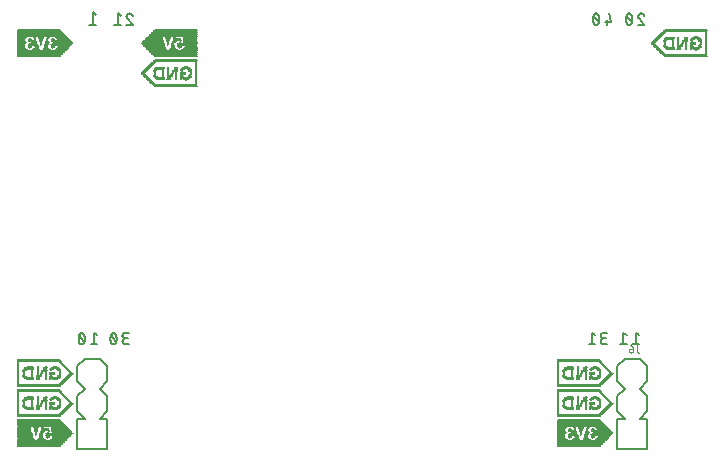
<source format=gbr>
G04 EAGLE Gerber RS-274X export*
G75*
%MOMM*%
%FSLAX34Y34*%
%LPD*%
%INSilkscreen Bottom*%
%IPPOS*%
%AMOC8*
5,1,8,0,0,1.08239X$1,22.5*%
G01*
%ADD10R,3.594100X0.012700*%
%ADD11R,3.606800X0.012700*%
%ADD12R,3.619500X0.012700*%
%ADD13R,3.632200X0.012700*%
%ADD14R,3.644900X0.012700*%
%ADD15R,3.657600X0.012700*%
%ADD16R,3.670300X0.012700*%
%ADD17R,3.683000X0.012700*%
%ADD18R,3.695700X0.012700*%
%ADD19R,3.708400X0.012700*%
%ADD20R,3.721100X0.012700*%
%ADD21R,3.733800X0.012700*%
%ADD22R,3.746500X0.012700*%
%ADD23R,3.759200X0.012700*%
%ADD24R,3.771900X0.012700*%
%ADD25R,3.784600X0.012700*%
%ADD26R,3.797300X0.012700*%
%ADD27R,3.810000X0.012700*%
%ADD28R,3.822700X0.012700*%
%ADD29R,3.835400X0.012700*%
%ADD30R,3.848100X0.012700*%
%ADD31R,3.860800X0.012700*%
%ADD32R,3.873500X0.012700*%
%ADD33R,3.886200X0.012700*%
%ADD34R,3.898900X0.012700*%
%ADD35R,3.911600X0.012700*%
%ADD36R,3.924300X0.012700*%
%ADD37R,3.937000X0.012700*%
%ADD38R,3.949700X0.012700*%
%ADD39R,3.962400X0.012700*%
%ADD40R,3.975100X0.012700*%
%ADD41R,3.987800X0.012700*%
%ADD42R,4.000500X0.012700*%
%ADD43R,4.013200X0.012700*%
%ADD44R,4.025900X0.012700*%
%ADD45R,4.038600X0.012700*%
%ADD46R,4.051300X0.012700*%
%ADD47R,4.064000X0.012700*%
%ADD48R,4.076700X0.012700*%
%ADD49R,4.089400X0.012700*%
%ADD50R,4.102100X0.012700*%
%ADD51R,4.114800X0.012700*%
%ADD52R,4.127500X0.012700*%
%ADD53R,1.104900X0.012700*%
%ADD54R,1.854200X0.012700*%
%ADD55R,1.003300X0.012700*%
%ADD56R,1.028700X0.012700*%
%ADD57R,1.701800X0.012700*%
%ADD58R,0.914400X0.012700*%
%ADD59R,0.647700X0.012700*%
%ADD60R,0.660400X0.012700*%
%ADD61R,0.876300X0.012700*%
%ADD62R,0.990600X0.012700*%
%ADD63R,0.622300X0.012700*%
%ADD64R,0.838200X0.012700*%
%ADD65R,0.965200X0.012700*%
%ADD66R,0.596900X0.012700*%
%ADD67R,0.812800X0.012700*%
%ADD68R,0.558800X0.012700*%
%ADD69R,0.571500X0.012700*%
%ADD70R,0.800100X0.012700*%
%ADD71R,0.952500X0.012700*%
%ADD72R,0.533400X0.012700*%
%ADD73R,0.774700X0.012700*%
%ADD74R,0.520700X0.012700*%
%ADD75R,0.762000X0.012700*%
%ADD76R,0.495300X0.012700*%
%ADD77R,0.508000X0.012700*%
%ADD78R,0.736600X0.012700*%
%ADD79R,0.469900X0.012700*%
%ADD80R,0.482600X0.012700*%
%ADD81R,0.723900X0.012700*%
%ADD82R,0.457200X0.012700*%
%ADD83R,0.711200X0.012700*%
%ADD84R,0.444500X0.012700*%
%ADD85R,0.698500X0.012700*%
%ADD86R,0.431800X0.012700*%
%ADD87R,0.419100X0.012700*%
%ADD88R,0.685800X0.012700*%
%ADD89R,0.393700X0.012700*%
%ADD90R,0.673100X0.012700*%
%ADD91R,0.025400X0.012700*%
%ADD92R,0.012700X0.012700*%
%ADD93R,0.977900X0.012700*%
%ADD94R,0.152400X0.012700*%
%ADD95R,0.381000X0.012700*%
%ADD96R,0.139700X0.012700*%
%ADD97R,0.203200X0.012700*%
%ADD98R,0.368300X0.012700*%
%ADD99R,0.241300X0.012700*%
%ADD100R,0.355600X0.012700*%
%ADD101R,0.266700X0.012700*%
%ADD102R,0.292100X0.012700*%
%ADD103R,0.330200X0.012700*%
%ADD104R,0.635000X0.012700*%
%ADD105R,1.016000X0.012700*%
%ADD106R,0.317500X0.012700*%
%ADD107R,0.342900X0.012700*%
%ADD108R,1.041400X0.012700*%
%ADD109R,0.304800X0.012700*%
%ADD110R,1.054100X0.012700*%
%ADD111R,1.066800X0.012700*%
%ADD112R,1.079500X0.012700*%
%ADD113R,1.092200X0.012700*%
%ADD114R,0.279400X0.012700*%
%ADD115R,1.117600X0.012700*%
%ADD116R,1.130300X0.012700*%
%ADD117R,1.752600X0.012700*%
%ADD118R,0.050800X0.012700*%
%ADD119R,1.765300X0.012700*%
%ADD120R,0.863600X0.012700*%
%ADD121R,1.778000X0.012700*%
%ADD122R,0.850900X0.012700*%
%ADD123R,0.076200X0.012700*%
%ADD124R,0.825500X0.012700*%
%ADD125R,0.101600X0.012700*%
%ADD126R,0.787400X0.012700*%
%ADD127R,1.727200X0.012700*%
%ADD128R,1.612900X0.012700*%
%ADD129R,0.114300X0.012700*%
%ADD130R,1.625600X0.012700*%
%ADD131R,0.127000X0.012700*%
%ADD132R,1.638300X0.012700*%
%ADD133R,1.651000X0.012700*%
%ADD134R,0.546100X0.012700*%
%ADD135R,0.749300X0.012700*%
%ADD136R,0.165100X0.012700*%
%ADD137R,0.177800X0.012700*%
%ADD138R,1.600200X0.012700*%
%ADD139R,1.587500X0.012700*%
%ADD140R,0.190500X0.012700*%
%ADD141R,1.574800X0.012700*%
%ADD142R,1.562100X0.012700*%
%ADD143R,1.549400X0.012700*%
%ADD144R,0.215900X0.012700*%
%ADD145R,0.228600X0.012700*%
%ADD146R,1.689100X0.012700*%
%ADD147R,0.254000X0.012700*%
%ADD148R,0.406400X0.012700*%
%ADD149R,0.901700X0.012700*%
%ADD150R,3.581400X0.012700*%
%ADD151C,0.203200*%
%ADD152C,0.177800*%
%ADD153R,0.584200X0.012700*%
%ADD154R,0.889000X0.012700*%
%ADD155R,4.140200X0.012700*%
%ADD156R,1.447800X0.012700*%
%ADD157R,2.616200X0.012700*%
%ADD158R,1.358900X0.012700*%
%ADD159R,2.552700X0.012700*%
%ADD160R,1.320800X0.012700*%
%ADD161R,1.282700X0.012700*%
%ADD162R,1.257300X0.012700*%
%ADD163R,0.609600X0.012700*%
%ADD164R,1.231900X0.012700*%
%ADD165R,1.219200X0.012700*%
%ADD166R,1.193800X0.012700*%
%ADD167R,1.181100X0.012700*%
%ADD168R,1.168400X0.012700*%
%ADD169R,1.155700X0.012700*%
%ADD170R,1.143000X0.012700*%
%ADD171R,1.663700X0.012700*%
%ADD172R,1.676400X0.012700*%
%ADD173R,1.714500X0.012700*%
%ADD174R,1.739900X0.012700*%
%ADD175R,1.790700X0.012700*%
%ADD176R,1.803400X0.012700*%
%ADD177R,1.816100X0.012700*%
%ADD178R,1.828800X0.012700*%
%ADD179R,1.841500X0.012700*%
%ADD180R,1.866900X0.012700*%
%ADD181R,1.879600X0.012700*%
%ADD182R,1.892300X0.012700*%
%ADD183R,1.905000X0.012700*%
%ADD184R,1.917700X0.012700*%
%ADD185R,1.930400X0.012700*%
%ADD186R,1.943100X0.012700*%
%ADD187R,1.955800X0.012700*%
%ADD188R,0.088900X0.012700*%
%ADD189R,0.038100X0.012700*%
%ADD190R,1.524000X0.012700*%
%ADD191R,1.511300X0.012700*%
%ADD192R,1.498600X0.012700*%
%ADD193R,1.473200X0.012700*%
%ADD194R,1.460500X0.012700*%
%ADD195R,1.422400X0.012700*%
%ADD196R,1.409700X0.012700*%
%ADD197R,1.397000X0.012700*%
%ADD198R,1.371600X0.012700*%
%ADD199R,1.346200X0.012700*%
%ADD200R,1.308100X0.012700*%
%ADD201R,1.295400X0.012700*%
%ADD202R,1.206500X0.012700*%
%ADD203R,1.270000X0.012700*%
%ADD204R,1.244600X0.012700*%
%ADD205R,4.152900X0.012700*%
%ADD206C,0.101600*%
%ADD207R,1.536700X0.012700*%
%ADD208R,2.514600X0.012700*%
%ADD209R,2.451100X0.012700*%
%ADD210R,1.435100X0.012700*%
%ADD211R,1.384300X0.012700*%
%ADD212R,1.485900X0.012700*%
%ADD213R,1.333500X0.012700*%
%ADD214R,2.146300X0.012700*%
%ADD215R,2.159000X0.012700*%
%ADD216R,2.171700X0.012700*%
%ADD217R,2.184400X0.012700*%
%ADD218R,2.197100X0.012700*%
%ADD219R,2.209800X0.012700*%
%ADD220R,2.222500X0.012700*%
%ADD221R,2.235200X0.012700*%
%ADD222R,0.063500X0.012700*%
%ADD223R,2.247900X0.012700*%
%ADD224R,2.260600X0.012700*%
%ADD225R,2.273300X0.012700*%
%ADD226R,2.286000X0.012700*%
%ADD227R,2.032000X0.012700*%


D10*
X30861Y445834D03*
D11*
X30925Y445961D03*
D12*
X30988Y446088D03*
D13*
X31052Y446215D03*
D14*
X31115Y446342D03*
D15*
X31179Y446469D03*
D16*
X31242Y446596D03*
D17*
X31306Y446723D03*
D18*
X31369Y446850D03*
D19*
X31433Y446977D03*
D20*
X31496Y447104D03*
D21*
X31560Y447231D03*
D22*
X31623Y447358D03*
D23*
X31687Y447485D03*
D24*
X31750Y447612D03*
D25*
X31814Y447739D03*
D26*
X31877Y447866D03*
D27*
X31941Y447993D03*
D28*
X32004Y448120D03*
D29*
X32068Y448247D03*
D30*
X32131Y448374D03*
D31*
X32195Y448501D03*
D32*
X32258Y448628D03*
D33*
X32322Y448755D03*
D34*
X32385Y448882D03*
D35*
X32449Y449009D03*
D36*
X32512Y449136D03*
D37*
X32576Y449263D03*
D38*
X32639Y449390D03*
D39*
X32703Y449517D03*
D40*
X32766Y449644D03*
D41*
X32830Y449771D03*
D42*
X32893Y449898D03*
D43*
X32957Y450025D03*
D44*
X33020Y450152D03*
D45*
X33084Y450279D03*
D46*
X33147Y450406D03*
D47*
X33211Y450533D03*
D48*
X33274Y450660D03*
D49*
X33338Y450787D03*
D50*
X33401Y450914D03*
D51*
X33465Y451041D03*
D52*
X33528Y451168D03*
D53*
X48768Y451295D03*
D54*
X33084Y451295D03*
D55*
X17907Y451295D03*
D56*
X49276Y451422D03*
D57*
X33084Y451422D03*
D58*
X17463Y451422D03*
D55*
X49530Y451549D03*
D59*
X37846Y451549D03*
D60*
X28385Y451549D03*
D61*
X17272Y451549D03*
D62*
X49721Y451676D03*
D63*
X37719Y451676D03*
X28448Y451676D03*
D64*
X17082Y451676D03*
D65*
X49975Y451803D03*
D66*
X37592Y451803D03*
X28575Y451803D03*
D67*
X16955Y451803D03*
D65*
X50102Y451930D03*
D68*
X37529Y451930D03*
D69*
X28702Y451930D03*
D70*
X16891Y451930D03*
D71*
X50292Y452057D03*
D72*
X37402Y452057D03*
X28766Y452057D03*
D73*
X16764Y452057D03*
D71*
X50419Y452184D03*
D74*
X37338Y452184D03*
X28829Y452184D03*
D75*
X16701Y452184D03*
D71*
X50546Y452311D03*
D76*
X37338Y452311D03*
D77*
X28893Y452311D03*
D78*
X16574Y452311D03*
D71*
X50673Y452438D03*
D79*
X37211Y452438D03*
D80*
X28893Y452438D03*
D81*
X16510Y452438D03*
D71*
X50800Y452565D03*
D82*
X37148Y452565D03*
D79*
X28956Y452565D03*
D83*
X16447Y452565D03*
D71*
X50927Y452692D03*
D84*
X37211Y452692D03*
D82*
X29020Y452692D03*
D85*
X16383Y452692D03*
D71*
X51054Y452819D03*
D86*
X37148Y452819D03*
X29020Y452819D03*
D85*
X16383Y452819D03*
D71*
X51181Y452946D03*
D87*
X37084Y452946D03*
D86*
X29020Y452946D03*
D88*
X16320Y452946D03*
D65*
X51245Y453073D03*
D89*
X37084Y453073D03*
D87*
X29083Y453073D03*
D90*
X16256Y453073D03*
D65*
X51372Y453200D03*
D91*
X42863Y453200D03*
D89*
X37084Y453200D03*
X29083Y453200D03*
D92*
X23368Y453200D03*
D90*
X16256Y453200D03*
D93*
X51435Y453327D03*
D94*
X42863Y453327D03*
D95*
X37021Y453327D03*
D89*
X29083Y453327D03*
D96*
X23368Y453327D03*
D60*
X16193Y453327D03*
D93*
X51562Y453454D03*
D97*
X42863Y453454D03*
D98*
X37084Y453454D03*
D95*
X29147Y453454D03*
D97*
X23432Y453454D03*
D59*
X16129Y453454D03*
D62*
X51626Y453581D03*
D99*
X42799Y453581D03*
D100*
X37021Y453581D03*
D98*
X29083Y453581D03*
D99*
X23368Y453581D03*
D59*
X16129Y453581D03*
D62*
X51753Y453708D03*
D101*
X42799Y453708D03*
D100*
X37021Y453708D03*
X29147Y453708D03*
D101*
X23368Y453708D03*
D59*
X16129Y453708D03*
D55*
X51816Y453835D03*
D102*
X42799Y453835D03*
D103*
X37021Y453835D03*
D100*
X29147Y453835D03*
D102*
X23368Y453835D03*
D104*
X16066Y453835D03*
D105*
X51880Y453962D03*
D106*
X42799Y453962D03*
D103*
X37021Y453962D03*
D107*
X29083Y453962D03*
D106*
X23368Y453962D03*
D104*
X16066Y453962D03*
D105*
X52007Y454089D03*
D103*
X42863Y454089D03*
X37021Y454089D03*
X29147Y454089D03*
D106*
X23368Y454089D03*
D104*
X16066Y454089D03*
D56*
X52070Y454216D03*
D107*
X42799Y454216D03*
D103*
X37021Y454216D03*
X29147Y454216D03*
D107*
X23368Y454216D03*
D63*
X16002Y454216D03*
D108*
X52134Y454343D03*
D100*
X42863Y454343D03*
D109*
X37021Y454343D03*
D106*
X29083Y454343D03*
D107*
X23368Y454343D03*
D63*
X16002Y454343D03*
D110*
X52197Y454470D03*
D100*
X42863Y454470D03*
D109*
X37021Y454470D03*
D106*
X29083Y454470D03*
D98*
X23368Y454470D03*
D63*
X16002Y454470D03*
D111*
X52261Y454597D03*
D98*
X42799Y454597D03*
D109*
X37021Y454597D03*
D106*
X29083Y454597D03*
D98*
X23368Y454597D03*
D63*
X16002Y454597D03*
D111*
X52388Y454724D03*
D95*
X42863Y454724D03*
D102*
X37084Y454724D03*
D109*
X29020Y454724D03*
D98*
X23368Y454724D03*
D63*
X16002Y454724D03*
D112*
X52451Y454851D03*
D95*
X42863Y454851D03*
D102*
X37084Y454851D03*
X29083Y454851D03*
D95*
X23432Y454851D03*
D63*
X16002Y454851D03*
D113*
X52515Y454978D03*
D95*
X42863Y454978D03*
D102*
X37084Y454978D03*
X29083Y454978D03*
D95*
X23432Y454978D03*
D63*
X16002Y454978D03*
D53*
X52578Y455105D03*
D95*
X42863Y455105D03*
D114*
X37148Y455105D03*
X29020Y455105D03*
D95*
X23432Y455105D03*
D63*
X16002Y455105D03*
D115*
X52642Y455232D03*
D95*
X42863Y455232D03*
D114*
X37148Y455232D03*
D91*
X33084Y455232D03*
D114*
X29020Y455232D03*
D95*
X23432Y455232D03*
D63*
X16002Y455232D03*
D116*
X52705Y455359D03*
D95*
X42863Y455359D03*
D114*
X37148Y455359D03*
D91*
X33084Y455359D03*
D114*
X29020Y455359D03*
D95*
X23432Y455359D03*
D63*
X16002Y455359D03*
D117*
X49721Y455486D03*
D101*
X37211Y455486D03*
D91*
X33084Y455486D03*
D61*
X25908Y455486D03*
D63*
X16002Y455486D03*
D117*
X49848Y455613D03*
D101*
X37211Y455613D03*
D118*
X33084Y455613D03*
D61*
X25908Y455613D03*
D63*
X16002Y455613D03*
D119*
X49911Y455740D03*
D114*
X37275Y455740D03*
D118*
X33084Y455740D03*
D120*
X25972Y455740D03*
D63*
X16002Y455740D03*
D121*
X49975Y455867D03*
D101*
X37338Y455867D03*
D118*
X33084Y455867D03*
D122*
X25908Y455867D03*
D104*
X16066Y455867D03*
D121*
X50102Y455994D03*
D101*
X37338Y455994D03*
D123*
X33084Y455994D03*
D64*
X25972Y455994D03*
D104*
X16066Y455994D03*
D121*
X50229Y456121D03*
D101*
X37338Y456121D03*
D123*
X33084Y456121D03*
D124*
X26035Y456121D03*
D104*
X16066Y456121D03*
D121*
X50356Y456248D03*
D101*
X37465Y456248D03*
D123*
X33084Y456248D03*
D70*
X26035Y456248D03*
D59*
X16129Y456248D03*
D121*
X50483Y456375D03*
D101*
X37465Y456375D03*
D125*
X33084Y456375D03*
D126*
X26099Y456375D03*
D59*
X16129Y456375D03*
D119*
X50673Y456502D03*
D114*
X37529Y456502D03*
D125*
X33084Y456502D03*
D75*
X26226Y456502D03*
D60*
X16193Y456502D03*
D127*
X50991Y456629D03*
D114*
X37656Y456629D03*
D125*
X33084Y456629D03*
D85*
X26416Y456629D03*
D60*
X16193Y456629D03*
D128*
X51689Y456756D03*
D114*
X37656Y456756D03*
D129*
X33020Y456756D03*
D69*
X27051Y456756D03*
D90*
X16256Y456756D03*
D130*
X51753Y456883D03*
D102*
X37719Y456883D03*
D131*
X33084Y456883D03*
D69*
X27051Y456883D03*
D88*
X16320Y456883D03*
D132*
X51816Y457010D03*
D102*
X37846Y457010D03*
D131*
X33084Y457010D03*
D68*
X26988Y457010D03*
D85*
X16383Y457010D03*
D133*
X51880Y457137D03*
D109*
X37910Y457137D03*
D96*
X33020Y457137D03*
D68*
X26988Y457137D03*
D83*
X16447Y457137D03*
D133*
X51880Y457264D03*
D103*
X38037Y457264D03*
D94*
X33084Y457264D03*
D68*
X26988Y457264D03*
D81*
X16510Y457264D03*
D132*
X51816Y457391D03*
D103*
X38164Y457391D03*
D94*
X33084Y457391D03*
D134*
X26924Y457391D03*
D135*
X16637Y457391D03*
D130*
X51753Y457518D03*
D100*
X38291Y457518D03*
D136*
X33020Y457518D03*
D134*
X26924Y457518D03*
D73*
X16764Y457518D03*
D128*
X51689Y457645D03*
D89*
X38481Y457645D03*
D137*
X33084Y457645D03*
D134*
X26924Y457645D03*
D67*
X16955Y457645D03*
D138*
X51626Y457772D03*
D98*
X38481Y457772D03*
D137*
X33084Y457772D03*
D72*
X26861Y457772D03*
D70*
X16891Y457772D03*
D139*
X51562Y457899D03*
D107*
X38354Y457899D03*
D140*
X33020Y457899D03*
D72*
X26861Y457899D03*
D73*
X16764Y457899D03*
D141*
X51499Y458026D03*
D106*
X38227Y458026D03*
D97*
X33084Y458026D03*
D72*
X26861Y458026D03*
D135*
X16637Y458026D03*
D142*
X51435Y458153D03*
D102*
X38227Y458153D03*
D97*
X33084Y458153D03*
D74*
X26797Y458153D03*
D78*
X16574Y458153D03*
D143*
X51372Y458280D03*
D114*
X38164Y458280D03*
D144*
X33020Y458280D03*
D74*
X26797Y458280D03*
D81*
X16510Y458280D03*
D133*
X50737Y458407D03*
D101*
X38100Y458407D03*
D145*
X33084Y458407D03*
D59*
X26162Y458407D03*
D83*
X16447Y458407D03*
D146*
X50419Y458534D03*
D147*
X38164Y458534D03*
D145*
X33084Y458534D03*
D90*
X25908Y458534D03*
D85*
X16383Y458534D03*
D57*
X50229Y458661D03*
D99*
X38100Y458661D03*
D145*
X33084Y458661D03*
D85*
X25781Y458661D03*
X16383Y458661D03*
D57*
X50102Y458788D03*
D145*
X38037Y458788D03*
D147*
X33084Y458788D03*
D83*
X25718Y458788D03*
D88*
X16320Y458788D03*
D57*
X49975Y458915D03*
D145*
X38037Y458915D03*
D147*
X33084Y458915D03*
D83*
X25591Y458915D03*
D88*
X16320Y458915D03*
D57*
X49848Y459042D03*
D144*
X38100Y459042D03*
D147*
X33084Y459042D03*
D81*
X25527Y459042D03*
D90*
X16256Y459042D03*
D146*
X49784Y459169D03*
D97*
X38037Y459169D03*
D114*
X33084Y459169D03*
D81*
X25527Y459169D03*
D90*
X16256Y459169D03*
D116*
X52451Y459296D03*
D103*
X42863Y459296D03*
D97*
X38037Y459296D03*
D114*
X33084Y459296D03*
D137*
X28131Y459296D03*
D103*
X23432Y459296D03*
D90*
X16256Y459296D03*
D115*
X52388Y459423D03*
D103*
X42863Y459423D03*
D140*
X38100Y459423D03*
D114*
X33084Y459423D03*
D137*
X28131Y459423D03*
D103*
X23432Y459423D03*
D90*
X16256Y459423D03*
D53*
X52324Y459550D03*
D103*
X42863Y459550D03*
D140*
X38100Y459550D03*
D102*
X33020Y459550D03*
D137*
X28131Y459550D03*
D103*
X23432Y459550D03*
D60*
X16193Y459550D03*
D53*
X52197Y459677D03*
D103*
X42863Y459677D03*
D137*
X38037Y459677D03*
D109*
X33084Y459677D03*
D136*
X28067Y459677D03*
D103*
X23432Y459677D03*
D60*
X16193Y459677D03*
D113*
X52134Y459804D03*
D103*
X42863Y459804D03*
D136*
X38100Y459804D03*
D109*
X33084Y459804D03*
D136*
X28067Y459804D03*
D107*
X23368Y459804D03*
D60*
X16193Y459804D03*
D112*
X52070Y459931D03*
D103*
X42863Y459931D03*
D136*
X38100Y459931D03*
D106*
X33020Y459931D03*
D136*
X28067Y459931D03*
D103*
X23432Y459931D03*
D60*
X16193Y459931D03*
D111*
X52007Y460058D03*
D106*
X42799Y460058D03*
D136*
X38100Y460058D03*
D103*
X33084Y460058D03*
D94*
X28004Y460058D03*
D106*
X23368Y460058D03*
D60*
X16193Y460058D03*
D110*
X51943Y460185D03*
D106*
X42799Y460185D03*
D94*
X38164Y460185D03*
D103*
X33084Y460185D03*
D94*
X28004Y460185D03*
D106*
X23368Y460185D03*
D60*
X16193Y460185D03*
D108*
X51880Y460312D03*
D106*
X42799Y460312D03*
D94*
X38164Y460312D03*
D107*
X33020Y460312D03*
D136*
X27940Y460312D03*
D106*
X23368Y460312D03*
D60*
X16193Y460312D03*
D108*
X51753Y460439D03*
D102*
X42799Y460439D03*
D94*
X38164Y460439D03*
D100*
X33084Y460439D03*
D94*
X27877Y460439D03*
D102*
X23368Y460439D03*
D60*
X16193Y460439D03*
D56*
X51689Y460566D03*
D102*
X42799Y460566D03*
D94*
X38291Y460566D03*
D100*
X33084Y460566D03*
D94*
X27877Y460566D03*
D114*
X23305Y460566D03*
D60*
X16193Y460566D03*
D105*
X51626Y460693D03*
D101*
X42799Y460693D03*
D94*
X38291Y460693D03*
D98*
X33020Y460693D03*
D136*
X27813Y460693D03*
D101*
X23368Y460693D03*
D90*
X16256Y460693D03*
D105*
X51499Y460820D03*
D99*
X42799Y460820D03*
D94*
X38291Y460820D03*
D95*
X33084Y460820D03*
D94*
X27750Y460820D03*
D99*
X23368Y460820D03*
D90*
X16256Y460820D03*
D55*
X51435Y460947D03*
D144*
X42799Y460947D03*
D96*
X38354Y460947D03*
D95*
X33084Y460947D03*
D94*
X27750Y460947D03*
D144*
X23368Y460947D03*
D90*
X16256Y460947D03*
D55*
X51308Y461074D03*
D136*
X42799Y461074D03*
D94*
X38418Y461074D03*
D89*
X33020Y461074D03*
D136*
X27686Y461074D03*
D137*
X23305Y461074D03*
D88*
X16320Y461074D03*
D62*
X51245Y461201D03*
D129*
X42799Y461201D03*
D94*
X38418Y461201D03*
D148*
X33084Y461201D03*
D94*
X27623Y461201D03*
D129*
X23368Y461201D03*
D88*
X16320Y461201D03*
D62*
X51118Y461328D03*
D94*
X38545Y461328D03*
D148*
X33084Y461328D03*
D136*
X27559Y461328D03*
D85*
X16383Y461328D03*
D93*
X51054Y461455D03*
D94*
X38545Y461455D03*
D87*
X33020Y461455D03*
D136*
X27559Y461455D03*
D85*
X16383Y461455D03*
D93*
X50927Y461582D03*
D136*
X38608Y461582D03*
D86*
X33084Y461582D03*
D136*
X27432Y461582D03*
D83*
X16447Y461582D03*
D93*
X50800Y461709D03*
D136*
X38735Y461709D03*
D86*
X33084Y461709D03*
D137*
X27369Y461709D03*
D83*
X16447Y461709D03*
D65*
X50737Y461836D03*
D136*
X38735Y461836D03*
D86*
X33084Y461836D03*
D137*
X27369Y461836D03*
D81*
X16510Y461836D03*
D65*
X50610Y461963D03*
D137*
X38799Y461963D03*
D84*
X33020Y461963D03*
D137*
X27242Y461963D03*
D78*
X16574Y461963D03*
D65*
X50483Y462090D03*
D137*
X38926Y462090D03*
D82*
X33084Y462090D03*
D140*
X27178Y462090D03*
D135*
X16637Y462090D03*
D65*
X50356Y462217D03*
D140*
X38989Y462217D03*
D82*
X33084Y462217D03*
D97*
X27115Y462217D03*
D75*
X16701Y462217D03*
D65*
X50229Y462344D03*
D97*
X39053Y462344D03*
D79*
X33020Y462344D03*
D97*
X26988Y462344D03*
D73*
X16764Y462344D03*
D65*
X50102Y462471D03*
D144*
X39243Y462471D03*
D80*
X33084Y462471D03*
D145*
X26861Y462471D03*
D70*
X16891Y462471D03*
D93*
X49911Y462598D03*
D145*
X39307Y462598D03*
D80*
X33084Y462598D03*
D99*
X26797Y462598D03*
D67*
X16955Y462598D03*
D62*
X49721Y462725D03*
D147*
X39434Y462725D03*
D76*
X33020Y462725D03*
D147*
X26607Y462725D03*
D64*
X17082Y462725D03*
D55*
X49530Y462852D03*
D101*
X39624Y462852D03*
D77*
X33084Y462852D03*
D114*
X26480Y462852D03*
D120*
X17209Y462852D03*
D105*
X49340Y462979D03*
D109*
X39815Y462979D03*
D77*
X33084Y462979D03*
D109*
X26353Y462979D03*
D149*
X17399Y462979D03*
D110*
X49022Y463106D03*
D100*
X40069Y463106D03*
D74*
X33020Y463106D03*
D107*
X26035Y463106D03*
D71*
X17653Y463106D03*
D52*
X33528Y463233D03*
X33528Y463360D03*
D51*
X33465Y463487D03*
D50*
X33401Y463614D03*
D49*
X33338Y463741D03*
D48*
X33274Y463868D03*
D47*
X33211Y463995D03*
D46*
X33147Y464122D03*
D45*
X33084Y464249D03*
D44*
X33020Y464376D03*
D43*
X32957Y464503D03*
D42*
X32893Y464630D03*
D41*
X32830Y464757D03*
D40*
X32766Y464884D03*
D39*
X32703Y465011D03*
D38*
X32639Y465138D03*
D37*
X32576Y465265D03*
D36*
X32512Y465392D03*
D35*
X32449Y465519D03*
D34*
X32385Y465646D03*
D33*
X32322Y465773D03*
D32*
X32258Y465900D03*
D31*
X32195Y466027D03*
D30*
X32131Y466154D03*
D29*
X32068Y466281D03*
D28*
X32004Y466408D03*
D27*
X31941Y466535D03*
D26*
X31877Y466662D03*
D25*
X31814Y466789D03*
D24*
X31750Y466916D03*
D23*
X31687Y467043D03*
D22*
X31623Y467170D03*
D21*
X31560Y467297D03*
D20*
X31496Y467424D03*
D19*
X31433Y467551D03*
D18*
X31369Y467678D03*
D17*
X31306Y467805D03*
D16*
X31242Y467932D03*
D15*
X31179Y468059D03*
D14*
X31115Y468186D03*
D13*
X31052Y468313D03*
D12*
X30988Y468440D03*
D11*
X30925Y468567D03*
D150*
X30798Y468694D03*
D151*
X76539Y484124D02*
X79502Y481753D01*
X76539Y484124D02*
X76539Y473456D01*
X79502Y473456D02*
X73575Y473456D01*
D152*
X77611Y212471D02*
X80292Y210326D01*
X77611Y212471D02*
X77611Y202819D01*
X80292Y202819D02*
X74930Y202819D01*
X70005Y207645D02*
X70003Y207835D01*
X69996Y208025D01*
X69985Y208214D01*
X69969Y208403D01*
X69948Y208592D01*
X69924Y208780D01*
X69894Y208968D01*
X69860Y209155D01*
X69822Y209341D01*
X69779Y209526D01*
X69732Y209710D01*
X69681Y209893D01*
X69625Y210074D01*
X69565Y210254D01*
X69500Y210433D01*
X69432Y210610D01*
X69359Y210785D01*
X69282Y210959D01*
X69201Y211130D01*
X69170Y211213D01*
X69136Y211294D01*
X69099Y211373D01*
X69058Y211451D01*
X69014Y211527D01*
X68966Y211601D01*
X68915Y211672D01*
X68861Y211742D01*
X68804Y211809D01*
X68744Y211873D01*
X68681Y211934D01*
X68616Y211993D01*
X68548Y212049D01*
X68477Y212101D01*
X68405Y212151D01*
X68330Y212197D01*
X68253Y212240D01*
X68175Y212279D01*
X68094Y212315D01*
X68013Y212348D01*
X67929Y212376D01*
X67845Y212401D01*
X67760Y212423D01*
X67674Y212440D01*
X67587Y212454D01*
X67500Y212463D01*
X67412Y212469D01*
X67324Y212471D01*
X67236Y212469D01*
X67148Y212463D01*
X67061Y212454D01*
X66974Y212440D01*
X66888Y212423D01*
X66803Y212401D01*
X66719Y212376D01*
X66635Y212348D01*
X66554Y212315D01*
X66473Y212279D01*
X66395Y212240D01*
X66318Y212197D01*
X66243Y212151D01*
X66171Y212101D01*
X66100Y212049D01*
X66032Y211993D01*
X65967Y211934D01*
X65904Y211873D01*
X65844Y211809D01*
X65787Y211742D01*
X65733Y211673D01*
X65682Y211601D01*
X65634Y211527D01*
X65590Y211451D01*
X65549Y211373D01*
X65512Y211294D01*
X65478Y211213D01*
X65447Y211130D01*
X65447Y211131D02*
X65366Y210959D01*
X65289Y210785D01*
X65216Y210610D01*
X65148Y210433D01*
X65083Y210254D01*
X65023Y210074D01*
X64967Y209893D01*
X64916Y209710D01*
X64869Y209526D01*
X64826Y209341D01*
X64788Y209155D01*
X64754Y208968D01*
X64724Y208780D01*
X64700Y208592D01*
X64679Y208403D01*
X64663Y208214D01*
X64652Y208025D01*
X64645Y207835D01*
X64643Y207645D01*
X70005Y207645D02*
X70003Y207455D01*
X69996Y207265D01*
X69985Y207076D01*
X69969Y206887D01*
X69948Y206698D01*
X69924Y206510D01*
X69894Y206322D01*
X69860Y206135D01*
X69822Y205949D01*
X69779Y205764D01*
X69732Y205580D01*
X69681Y205397D01*
X69625Y205216D01*
X69565Y205036D01*
X69500Y204857D01*
X69432Y204680D01*
X69359Y204505D01*
X69282Y204331D01*
X69201Y204160D01*
X69170Y204077D01*
X69136Y203996D01*
X69099Y203917D01*
X69058Y203839D01*
X69014Y203763D01*
X68966Y203689D01*
X68915Y203617D01*
X68861Y203548D01*
X68804Y203481D01*
X68744Y203417D01*
X68681Y203356D01*
X68616Y203297D01*
X68548Y203241D01*
X68477Y203189D01*
X68405Y203139D01*
X68330Y203093D01*
X68253Y203050D01*
X68175Y203011D01*
X68094Y202975D01*
X68013Y202942D01*
X67929Y202914D01*
X67845Y202889D01*
X67760Y202867D01*
X67674Y202850D01*
X67587Y202836D01*
X67500Y202827D01*
X67412Y202821D01*
X67324Y202819D01*
X65447Y204160D02*
X65366Y204331D01*
X65289Y204505D01*
X65216Y204680D01*
X65148Y204857D01*
X65083Y205036D01*
X65023Y205216D01*
X64967Y205397D01*
X64916Y205580D01*
X64869Y205764D01*
X64826Y205949D01*
X64788Y206135D01*
X64754Y206322D01*
X64724Y206510D01*
X64700Y206698D01*
X64679Y206887D01*
X64663Y207076D01*
X64652Y207265D01*
X64645Y207455D01*
X64643Y207645D01*
X65447Y204160D02*
X65478Y204077D01*
X65512Y203996D01*
X65549Y203916D01*
X65590Y203839D01*
X65634Y203763D01*
X65682Y203689D01*
X65733Y203617D01*
X65787Y203548D01*
X65844Y203481D01*
X65904Y203417D01*
X65967Y203356D01*
X66032Y203297D01*
X66100Y203241D01*
X66171Y203189D01*
X66243Y203139D01*
X66318Y203093D01*
X66395Y203050D01*
X66474Y203011D01*
X66554Y202975D01*
X66635Y202942D01*
X66719Y202914D01*
X66803Y202889D01*
X66888Y202867D01*
X66974Y202850D01*
X67061Y202836D01*
X67148Y202827D01*
X67236Y202821D01*
X67324Y202819D01*
X69469Y204964D02*
X65179Y210326D01*
D10*
X578866Y445770D03*
D11*
X578803Y445897D03*
D12*
X578739Y446024D03*
D13*
X578676Y446151D03*
D14*
X578612Y446278D03*
D15*
X578549Y446405D03*
D16*
X578485Y446532D03*
D17*
X578422Y446659D03*
D18*
X578358Y446786D03*
D19*
X578295Y446913D03*
D20*
X578231Y447040D03*
D21*
X578168Y447167D03*
D22*
X578104Y447294D03*
D23*
X578041Y447421D03*
D24*
X577977Y447548D03*
D137*
X595948Y447675D03*
D101*
X560324Y447675D03*
D137*
X595948Y447802D03*
D101*
X560197Y447802D03*
D137*
X595948Y447929D03*
D101*
X560070Y447929D03*
D137*
X595948Y448056D03*
D101*
X559943Y448056D03*
D137*
X595948Y448183D03*
D101*
X559816Y448183D03*
D137*
X595948Y448310D03*
D101*
X559689Y448310D03*
D137*
X595948Y448437D03*
D101*
X559562Y448437D03*
D137*
X595948Y448564D03*
D101*
X559435Y448564D03*
D137*
X595948Y448691D03*
D101*
X559308Y448691D03*
D137*
X595948Y448818D03*
D101*
X559181Y448818D03*
D137*
X595948Y448945D03*
D101*
X559054Y448945D03*
D137*
X595948Y449072D03*
D101*
X558927Y449072D03*
D137*
X595948Y449199D03*
D101*
X558800Y449199D03*
D137*
X595948Y449326D03*
D101*
X558673Y449326D03*
D137*
X595948Y449453D03*
D101*
X558546Y449453D03*
D137*
X595948Y449580D03*
D101*
X558419Y449580D03*
D137*
X595948Y449707D03*
D101*
X558292Y449707D03*
D137*
X595948Y449834D03*
D101*
X558165Y449834D03*
D137*
X595948Y449961D03*
D101*
X558038Y449961D03*
D137*
X595948Y450088D03*
D101*
X557911Y450088D03*
D137*
X595948Y450215D03*
D101*
X557784Y450215D03*
D137*
X595948Y450342D03*
D101*
X557657Y450342D03*
D137*
X595948Y450469D03*
D101*
X557530Y450469D03*
D137*
X595948Y450596D03*
D101*
X557403Y450596D03*
D137*
X595948Y450723D03*
D101*
X557276Y450723D03*
D137*
X595948Y450850D03*
D101*
X557149Y450850D03*
D137*
X595948Y450977D03*
D101*
X557022Y450977D03*
D137*
X595948Y451104D03*
D101*
X556895Y451104D03*
D137*
X595948Y451231D03*
D101*
X556768Y451231D03*
D137*
X595948Y451358D03*
D101*
X556641Y451358D03*
D137*
X595948Y451485D03*
D94*
X587312Y451485D03*
D101*
X556514Y451485D03*
D137*
X595948Y451612D03*
D101*
X587375Y451612D03*
X556387Y451612D03*
D137*
X595948Y451739D03*
D107*
X587375Y451739D03*
D94*
X583248Y451739D03*
D144*
X579374Y451739D03*
D99*
X572516Y451739D03*
D68*
X566484Y451739D03*
D101*
X556260Y451739D03*
D137*
X595948Y451866D03*
D148*
X587439Y451866D03*
D94*
X583248Y451866D03*
D144*
X579374Y451866D03*
D147*
X572580Y451866D03*
D63*
X566166Y451866D03*
D101*
X556133Y451866D03*
D137*
X595948Y451993D03*
D84*
X587502Y451993D03*
D94*
X583248Y451993D03*
D144*
X579374Y451993D03*
D147*
X572580Y451993D03*
D60*
X565976Y451993D03*
D101*
X556006Y451993D03*
D137*
X595948Y452120D03*
D76*
X587502Y452120D03*
D136*
X583311Y452120D03*
D144*
X579374Y452120D03*
D101*
X572643Y452120D03*
D85*
X565785Y452120D03*
D101*
X555879Y452120D03*
D137*
X595948Y452247D03*
D72*
X587566Y452247D03*
D136*
X583311Y452247D03*
D144*
X579374Y452247D03*
D114*
X572707Y452247D03*
D81*
X565658Y452247D03*
D101*
X555752Y452247D03*
D137*
X595948Y452374D03*
D68*
X587566Y452374D03*
D136*
X583311Y452374D03*
D144*
X579374Y452374D03*
D114*
X572707Y452374D03*
D135*
X565531Y452374D03*
D101*
X555625Y452374D03*
D137*
X595948Y452501D03*
D153*
X587566Y452501D03*
D136*
X583311Y452501D03*
D144*
X579374Y452501D03*
D102*
X572770Y452501D03*
D75*
X565468Y452501D03*
D101*
X555498Y452501D03*
D137*
X595948Y452628D03*
D63*
X587629Y452628D03*
D136*
X583311Y452628D03*
D144*
X579374Y452628D03*
D109*
X572834Y452628D03*
D73*
X565404Y452628D03*
D101*
X555371Y452628D03*
D137*
X595948Y452755D03*
D59*
X587629Y452755D03*
D136*
X583311Y452755D03*
D144*
X579374Y452755D03*
D109*
X572834Y452755D03*
D70*
X565277Y452755D03*
D101*
X555244Y452755D03*
D137*
X595948Y452882D03*
D122*
X586740Y452882D03*
D144*
X579374Y452882D03*
D106*
X572897Y452882D03*
D67*
X565214Y452882D03*
D101*
X555117Y452882D03*
D137*
X595948Y453009D03*
D120*
X586804Y453009D03*
D144*
X579374Y453009D03*
D106*
X572897Y453009D03*
D124*
X565150Y453009D03*
D101*
X554990Y453009D03*
D137*
X595948Y453136D03*
D61*
X586867Y453136D03*
D144*
X579374Y453136D03*
D103*
X572961Y453136D03*
D64*
X565087Y453136D03*
D101*
X554863Y453136D03*
D137*
X595948Y453263D03*
D61*
X586867Y453263D03*
D144*
X579374Y453263D03*
D107*
X573024Y453263D03*
D122*
X565023Y453263D03*
D101*
X554736Y453263D03*
D137*
X595948Y453390D03*
D154*
X586931Y453390D03*
D144*
X579374Y453390D03*
D107*
X573024Y453390D03*
D122*
X565023Y453390D03*
D101*
X554609Y453390D03*
D137*
X595948Y453517D03*
D100*
X589725Y453517D03*
D148*
X584518Y453517D03*
D144*
X579374Y453517D03*
D100*
X573088Y453517D03*
D120*
X564960Y453517D03*
D101*
X554482Y453517D03*
D137*
X595948Y453644D03*
D103*
X589979Y453644D03*
D100*
X584264Y453644D03*
D144*
X579374Y453644D03*
D100*
X573088Y453644D03*
D61*
X564896Y453644D03*
D101*
X554355Y453644D03*
D137*
X595948Y453771D03*
D109*
X590106Y453771D03*
D103*
X584137Y453771D03*
D144*
X579374Y453771D03*
D98*
X573151Y453771D03*
D99*
X568071Y453771D03*
D100*
X562293Y453771D03*
D101*
X554228Y453771D03*
D137*
X595948Y453898D03*
D102*
X590296Y453898D03*
D106*
X584073Y453898D03*
D144*
X579374Y453898D03*
D95*
X573215Y453898D03*
D99*
X568071Y453898D03*
D103*
X562039Y453898D03*
D101*
X554101Y453898D03*
D137*
X595948Y454025D03*
D102*
X590423Y454025D03*
X583946Y454025D03*
D144*
X579374Y454025D03*
D95*
X573215Y454025D03*
D99*
X568071Y454025D03*
D106*
X561848Y454025D03*
D101*
X553974Y454025D03*
D137*
X595948Y454152D03*
D114*
X590487Y454152D03*
X583883Y454152D03*
D144*
X579374Y454152D03*
D89*
X573278Y454152D03*
D99*
X568071Y454152D03*
D102*
X561721Y454152D03*
D101*
X553847Y454152D03*
D137*
X595948Y454279D03*
D114*
X590614Y454279D03*
D101*
X583819Y454279D03*
D144*
X579374Y454279D03*
D148*
X573342Y454279D03*
D99*
X568071Y454279D03*
D102*
X561594Y454279D03*
D101*
X553720Y454279D03*
D137*
X595948Y454406D03*
D101*
X590677Y454406D03*
X583819Y454406D03*
D144*
X579374Y454406D03*
D148*
X573342Y454406D03*
D99*
X568071Y454406D03*
D101*
X561467Y454406D03*
X553593Y454406D03*
D137*
X595948Y454533D03*
D147*
X590741Y454533D03*
X583756Y454533D03*
D144*
X579374Y454533D03*
D87*
X573405Y454533D03*
D99*
X568071Y454533D03*
D114*
X561404Y454533D03*
D101*
X553466Y454533D03*
D137*
X595948Y454660D03*
D147*
X590868Y454660D03*
D99*
X583692Y454660D03*
D144*
X579374Y454660D03*
D87*
X573405Y454660D03*
D99*
X568071Y454660D03*
D101*
X561340Y454660D03*
X553339Y454660D03*
D137*
X595948Y454787D03*
D147*
X590868Y454787D03*
D99*
X583692Y454787D03*
D144*
X579374Y454787D03*
D86*
X573469Y454787D03*
D99*
X568071Y454787D03*
D147*
X561277Y454787D03*
D101*
X553212Y454787D03*
D137*
X595948Y454914D03*
D147*
X590995Y454914D03*
D145*
X583629Y454914D03*
D144*
X579374Y454914D03*
D84*
X573532Y454914D03*
D99*
X568071Y454914D03*
D147*
X561150Y454914D03*
D101*
X553085Y454914D03*
D137*
X595948Y455041D03*
D147*
X590995Y455041D03*
D145*
X583629Y455041D03*
D144*
X579374Y455041D03*
D84*
X573532Y455041D03*
D99*
X568071Y455041D03*
D147*
X561150Y455041D03*
D101*
X552958Y455041D03*
D137*
X595948Y455168D03*
D99*
X591058Y455168D03*
D145*
X583629Y455168D03*
D144*
X579374Y455168D03*
D82*
X573596Y455168D03*
D99*
X568071Y455168D03*
X561086Y455168D03*
D101*
X552831Y455168D03*
D137*
X595948Y455295D03*
D147*
X591122Y455295D03*
D145*
X583629Y455295D03*
D144*
X579374Y455295D03*
D79*
X573659Y455295D03*
D99*
X568071Y455295D03*
X561086Y455295D03*
D101*
X552704Y455295D03*
D137*
X595948Y455422D03*
D99*
X591185Y455422D03*
D144*
X583565Y455422D03*
X579374Y455422D03*
D145*
X574866Y455422D03*
X572453Y455422D03*
D99*
X568071Y455422D03*
X560959Y455422D03*
D101*
X552577Y455422D03*
D137*
X595948Y455549D03*
D99*
X591185Y455549D03*
D144*
X583565Y455549D03*
X579374Y455549D03*
D99*
X574929Y455549D03*
D145*
X572453Y455549D03*
D99*
X568071Y455549D03*
X560959Y455549D03*
D101*
X552450Y455549D03*
D137*
X595948Y455676D03*
D99*
X591185Y455676D03*
D144*
X583565Y455676D03*
X579374Y455676D03*
D145*
X574993Y455676D03*
X572453Y455676D03*
D99*
X568071Y455676D03*
X560959Y455676D03*
D101*
X552323Y455676D03*
D137*
X595948Y455803D03*
D99*
X591185Y455803D03*
D144*
X583565Y455803D03*
X579374Y455803D03*
D99*
X575056Y455803D03*
D145*
X572453Y455803D03*
D99*
X568071Y455803D03*
X560959Y455803D03*
D101*
X552196Y455803D03*
D137*
X595948Y455930D03*
D99*
X591312Y455930D03*
D82*
X584772Y455930D03*
D144*
X579374Y455930D03*
D99*
X575183Y455930D03*
D145*
X572453Y455930D03*
D99*
X568071Y455930D03*
D145*
X560896Y455930D03*
D101*
X552069Y455930D03*
D137*
X595948Y456057D03*
D99*
X591312Y456057D03*
D82*
X584772Y456057D03*
D144*
X579374Y456057D03*
D145*
X575247Y456057D03*
X572453Y456057D03*
D99*
X568071Y456057D03*
X560832Y456057D03*
D101*
X551942Y456057D03*
D137*
X595948Y456184D03*
D99*
X591312Y456184D03*
D82*
X584772Y456184D03*
D144*
X579374Y456184D03*
D99*
X575310Y456184D03*
D145*
X572453Y456184D03*
D99*
X568071Y456184D03*
X560832Y456184D03*
D101*
X551815Y456184D03*
D137*
X595948Y456311D03*
D99*
X591312Y456311D03*
D82*
X584772Y456311D03*
D144*
X579374Y456311D03*
D145*
X575374Y456311D03*
X572453Y456311D03*
D99*
X568071Y456311D03*
X560832Y456311D03*
D101*
X551688Y456311D03*
D137*
X595948Y456438D03*
D99*
X591312Y456438D03*
D82*
X584772Y456438D03*
D144*
X579374Y456438D03*
D145*
X575501Y456438D03*
X572453Y456438D03*
D99*
X568071Y456438D03*
X560832Y456438D03*
D101*
X551561Y456438D03*
D137*
X595948Y456565D03*
D99*
X591312Y456565D03*
D82*
X584772Y456565D03*
D144*
X579374Y456565D03*
D99*
X575564Y456565D03*
D145*
X572453Y456565D03*
D99*
X568071Y456565D03*
X560832Y456565D03*
D101*
X551434Y456565D03*
D137*
X595948Y456692D03*
D99*
X591312Y456692D03*
D82*
X584772Y456692D03*
D144*
X579374Y456692D03*
D145*
X575628Y456692D03*
X572453Y456692D03*
D99*
X568071Y456692D03*
X560832Y456692D03*
D101*
X551307Y456692D03*
D137*
X595948Y456819D03*
D145*
X591376Y456819D03*
D82*
X584772Y456819D03*
D144*
X579374Y456819D03*
D99*
X575691Y456819D03*
D145*
X572453Y456819D03*
D99*
X568071Y456819D03*
X560832Y456819D03*
D101*
X551180Y456819D03*
D137*
X595948Y456946D03*
D145*
X591376Y456946D03*
D82*
X584772Y456946D03*
D144*
X579374Y456946D03*
D99*
X575818Y456946D03*
D145*
X572453Y456946D03*
D99*
X568071Y456946D03*
X560832Y456946D03*
D101*
X551053Y456946D03*
D137*
X595948Y457073D03*
D145*
X591376Y457073D03*
D82*
X584772Y457073D03*
D144*
X579374Y457073D03*
D145*
X575882Y457073D03*
X572453Y457073D03*
D99*
X568071Y457073D03*
X560832Y457073D03*
D101*
X550926Y457073D03*
D137*
X595948Y457200D03*
D145*
X591376Y457200D03*
D82*
X584772Y457200D03*
D144*
X579374Y457200D03*
D99*
X575945Y457200D03*
D145*
X572453Y457200D03*
D99*
X568071Y457200D03*
X560832Y457200D03*
D101*
X550799Y457200D03*
D137*
X595948Y457327D03*
D145*
X591376Y457327D03*
D82*
X584772Y457327D03*
D144*
X579374Y457327D03*
D145*
X576009Y457327D03*
X572453Y457327D03*
D99*
X568071Y457327D03*
X560832Y457327D03*
D101*
X550926Y457327D03*
D137*
X595948Y457454D03*
D145*
X591376Y457454D03*
D82*
X584772Y457454D03*
D144*
X579374Y457454D03*
D145*
X576136Y457454D03*
X572453Y457454D03*
D99*
X568071Y457454D03*
X560832Y457454D03*
D101*
X551053Y457454D03*
D137*
X595948Y457581D03*
D99*
X591312Y457581D03*
D82*
X584772Y457581D03*
D144*
X579374Y457581D03*
D99*
X576199Y457581D03*
D145*
X572453Y457581D03*
D99*
X568071Y457581D03*
X560832Y457581D03*
D101*
X551180Y457581D03*
D137*
X595948Y457708D03*
D99*
X591312Y457708D03*
D144*
X579374Y457708D03*
D145*
X576263Y457708D03*
X572453Y457708D03*
D99*
X568071Y457708D03*
X560832Y457708D03*
D101*
X551307Y457708D03*
D137*
X595948Y457835D03*
D99*
X591312Y457835D03*
D144*
X579374Y457835D03*
D99*
X576326Y457835D03*
D145*
X572453Y457835D03*
D99*
X568071Y457835D03*
X560832Y457835D03*
D101*
X551434Y457835D03*
D137*
X595948Y457962D03*
D99*
X591312Y457962D03*
D144*
X579374Y457962D03*
D145*
X576390Y457962D03*
X572453Y457962D03*
D99*
X568071Y457962D03*
X560832Y457962D03*
D101*
X551561Y457962D03*
D137*
X595948Y458089D03*
D99*
X591312Y458089D03*
D144*
X579374Y458089D03*
D145*
X576517Y458089D03*
X572453Y458089D03*
D99*
X568071Y458089D03*
X560832Y458089D03*
D101*
X551688Y458089D03*
D137*
X595948Y458216D03*
D99*
X591312Y458216D03*
D144*
X579374Y458216D03*
D99*
X576580Y458216D03*
D145*
X572453Y458216D03*
D99*
X568071Y458216D03*
X560832Y458216D03*
D101*
X551815Y458216D03*
D137*
X595948Y458343D03*
D99*
X591312Y458343D03*
D144*
X579374Y458343D03*
D145*
X576644Y458343D03*
X572453Y458343D03*
D99*
X568071Y458343D03*
D147*
X560896Y458343D03*
D101*
X551942Y458343D03*
D137*
X595948Y458470D03*
D99*
X591185Y458470D03*
D144*
X579374Y458470D03*
D99*
X576707Y458470D03*
D145*
X572453Y458470D03*
D99*
X568071Y458470D03*
D147*
X560896Y458470D03*
D101*
X552069Y458470D03*
D137*
X595948Y458597D03*
D99*
X591185Y458597D03*
D144*
X579374Y458597D03*
D99*
X576834Y458597D03*
D145*
X572453Y458597D03*
D99*
X568071Y458597D03*
X560959Y458597D03*
D101*
X552196Y458597D03*
D137*
X595948Y458724D03*
D99*
X591185Y458724D03*
D144*
X579374Y458724D03*
D145*
X576898Y458724D03*
X572453Y458724D03*
D99*
X568071Y458724D03*
X560959Y458724D03*
D101*
X552323Y458724D03*
D137*
X595948Y458851D03*
D99*
X591185Y458851D03*
D144*
X579374Y458851D03*
D99*
X576961Y458851D03*
D145*
X572453Y458851D03*
D99*
X568071Y458851D03*
D147*
X561023Y458851D03*
D101*
X552450Y458851D03*
D137*
X595948Y458978D03*
D147*
X591122Y458978D03*
D82*
X578168Y458978D03*
D145*
X572453Y458978D03*
D99*
X568071Y458978D03*
D147*
X561023Y458978D03*
D101*
X552577Y458978D03*
D137*
X595948Y459105D03*
D99*
X591058Y459105D03*
D145*
X583756Y459105D03*
D84*
X578231Y459105D03*
D145*
X572453Y459105D03*
D99*
X568071Y459105D03*
D147*
X561023Y459105D03*
D101*
X552704Y459105D03*
D137*
X595948Y459232D03*
D147*
X590995Y459232D03*
D99*
X583819Y459232D03*
D84*
X578231Y459232D03*
D145*
X572453Y459232D03*
D99*
X568071Y459232D03*
D147*
X561150Y459232D03*
D101*
X552831Y459232D03*
D137*
X595948Y459359D03*
D147*
X590995Y459359D03*
D145*
X583883Y459359D03*
D86*
X578295Y459359D03*
D145*
X572453Y459359D03*
D99*
X568071Y459359D03*
D101*
X561213Y459359D03*
X552958Y459359D03*
D137*
X595948Y459486D03*
D147*
X590868Y459486D03*
D145*
X583883Y459486D03*
D86*
X578295Y459486D03*
D145*
X572453Y459486D03*
D99*
X568071Y459486D03*
D101*
X561213Y459486D03*
X553085Y459486D03*
D137*
X595948Y459613D03*
D147*
X590868Y459613D03*
D99*
X583946Y459613D03*
D87*
X578358Y459613D03*
D145*
X572453Y459613D03*
D99*
X568071Y459613D03*
D101*
X561340Y459613D03*
X553212Y459613D03*
D137*
X595948Y459740D03*
D147*
X590741Y459740D03*
D99*
X583946Y459740D03*
D148*
X578422Y459740D03*
D145*
X572453Y459740D03*
D99*
X568071Y459740D03*
D114*
X561404Y459740D03*
D101*
X553339Y459740D03*
D137*
X595948Y459867D03*
D101*
X590677Y459867D03*
D147*
X584010Y459867D03*
D148*
X578422Y459867D03*
D145*
X572453Y459867D03*
D99*
X568071Y459867D03*
D114*
X561531Y459867D03*
D101*
X553466Y459867D03*
D137*
X595948Y459994D03*
D101*
X590677Y459994D03*
D147*
X584137Y459994D03*
D89*
X578485Y459994D03*
D145*
X572453Y459994D03*
D99*
X568071Y459994D03*
D102*
X561594Y459994D03*
D101*
X553593Y459994D03*
D137*
X595948Y460121D03*
D101*
X590550Y460121D03*
D147*
X584137Y460121D03*
D95*
X578549Y460121D03*
D145*
X572453Y460121D03*
D99*
X568071Y460121D03*
D109*
X561658Y460121D03*
D101*
X553720Y460121D03*
D137*
X595948Y460248D03*
D114*
X590487Y460248D03*
D147*
X584264Y460248D03*
D95*
X578549Y460248D03*
D145*
X572453Y460248D03*
D99*
X568071Y460248D03*
D106*
X561848Y460248D03*
D101*
X553847Y460248D03*
D137*
X595948Y460375D03*
D102*
X590296Y460375D03*
D101*
X584327Y460375D03*
D98*
X578612Y460375D03*
D145*
X572453Y460375D03*
D99*
X568071Y460375D03*
D103*
X562039Y460375D03*
D101*
X553974Y460375D03*
D137*
X595948Y460502D03*
D102*
X590169Y460502D03*
X584454Y460502D03*
D98*
X578612Y460502D03*
D145*
X572453Y460502D03*
D99*
X568071Y460502D03*
D98*
X562229Y460502D03*
D101*
X554101Y460502D03*
D137*
X595948Y460629D03*
D106*
X590042Y460629D03*
D109*
X584645Y460629D03*
D100*
X578676Y460629D03*
D145*
X572453Y460629D03*
D61*
X564896Y460629D03*
D101*
X554228Y460629D03*
D137*
X595948Y460756D03*
D107*
X589788Y460756D03*
D106*
X584835Y460756D03*
D107*
X578739Y460756D03*
D145*
X572453Y460756D03*
D61*
X564896Y460756D03*
D101*
X554355Y460756D03*
D137*
X595948Y460883D03*
D67*
X587312Y460883D03*
D107*
X578739Y460883D03*
D145*
X572453Y460883D03*
D120*
X564960Y460883D03*
D101*
X554482Y460883D03*
D137*
X595948Y461010D03*
D70*
X587375Y461010D03*
D103*
X578803Y461010D03*
D145*
X572453Y461010D03*
D122*
X565023Y461010D03*
D101*
X554609Y461010D03*
D137*
X595948Y461137D03*
D73*
X587375Y461137D03*
D103*
X578803Y461137D03*
D145*
X572453Y461137D03*
D64*
X565087Y461137D03*
D101*
X554736Y461137D03*
D137*
X595948Y461264D03*
D75*
X587312Y461264D03*
D106*
X578866Y461264D03*
D145*
X572453Y461264D03*
D124*
X565150Y461264D03*
D101*
X554863Y461264D03*
D137*
X595948Y461391D03*
D78*
X587312Y461391D03*
D109*
X578930Y461391D03*
D145*
X572453Y461391D03*
D67*
X565214Y461391D03*
D101*
X554990Y461391D03*
D137*
X595948Y461518D03*
D83*
X587312Y461518D03*
D109*
X578930Y461518D03*
D145*
X572453Y461518D03*
D70*
X565277Y461518D03*
D101*
X555117Y461518D03*
D137*
X595948Y461645D03*
D88*
X587312Y461645D03*
D102*
X578993Y461645D03*
D145*
X572453Y461645D03*
D126*
X565341Y461645D03*
D101*
X555244Y461645D03*
D137*
X595948Y461772D03*
D60*
X587312Y461772D03*
D114*
X579057Y461772D03*
D145*
X572453Y461772D03*
D73*
X565404Y461772D03*
D101*
X555371Y461772D03*
D137*
X595948Y461899D03*
D104*
X587312Y461899D03*
D114*
X579057Y461899D03*
D145*
X572453Y461899D03*
D135*
X565531Y461899D03*
D101*
X555498Y461899D03*
D137*
X595948Y462026D03*
D153*
X587312Y462026D03*
D101*
X579120Y462026D03*
D145*
X572453Y462026D03*
D78*
X565595Y462026D03*
D101*
X555625Y462026D03*
D137*
X595948Y462153D03*
D68*
X587312Y462153D03*
D101*
X579120Y462153D03*
D145*
X572453Y462153D03*
D85*
X565785Y462153D03*
D101*
X555752Y462153D03*
D137*
X595948Y462280D03*
D77*
X587312Y462280D03*
D147*
X579184Y462280D03*
D145*
X572453Y462280D03*
D90*
X565912Y462280D03*
D101*
X555879Y462280D03*
D137*
X595948Y462407D03*
D82*
X587312Y462407D03*
D99*
X579247Y462407D03*
D145*
X572453Y462407D03*
D104*
X566103Y462407D03*
D101*
X556006Y462407D03*
D137*
X595948Y462534D03*
D89*
X587248Y462534D03*
D99*
X579247Y462534D03*
D145*
X572453Y462534D03*
D153*
X566357Y462534D03*
D101*
X556133Y462534D03*
D137*
X595948Y462661D03*
D106*
X587248Y462661D03*
D101*
X556260Y462661D03*
D137*
X595948Y462788D03*
D144*
X587248Y462788D03*
D101*
X556387Y462788D03*
D137*
X595948Y462915D03*
D101*
X556514Y462915D03*
D137*
X595948Y463042D03*
D101*
X556641Y463042D03*
D137*
X595948Y463169D03*
D101*
X556768Y463169D03*
D137*
X595948Y463296D03*
D101*
X556895Y463296D03*
D137*
X595948Y463423D03*
D101*
X557022Y463423D03*
D137*
X595948Y463550D03*
D101*
X557149Y463550D03*
D137*
X595948Y463677D03*
D101*
X557276Y463677D03*
D137*
X595948Y463804D03*
D101*
X557403Y463804D03*
D137*
X595948Y463931D03*
D101*
X557530Y463931D03*
D137*
X595948Y464058D03*
D101*
X557657Y464058D03*
D137*
X595948Y464185D03*
D101*
X557784Y464185D03*
D137*
X595948Y464312D03*
D101*
X557911Y464312D03*
D137*
X595948Y464439D03*
D101*
X558038Y464439D03*
D137*
X595948Y464566D03*
D101*
X558165Y464566D03*
D137*
X595948Y464693D03*
D101*
X558292Y464693D03*
D137*
X595948Y464820D03*
D101*
X558419Y464820D03*
D137*
X595948Y464947D03*
D101*
X558546Y464947D03*
D137*
X595948Y465074D03*
D101*
X558673Y465074D03*
D137*
X595948Y465201D03*
D101*
X558800Y465201D03*
D137*
X595948Y465328D03*
D101*
X558927Y465328D03*
D137*
X595948Y465455D03*
D101*
X559054Y465455D03*
D137*
X595948Y465582D03*
D101*
X559181Y465582D03*
D137*
X595948Y465709D03*
D101*
X559308Y465709D03*
D137*
X595948Y465836D03*
D101*
X559435Y465836D03*
D137*
X595948Y465963D03*
D101*
X559562Y465963D03*
D137*
X595948Y466090D03*
D101*
X559689Y466090D03*
D137*
X595948Y466217D03*
D101*
X559816Y466217D03*
D137*
X595948Y466344D03*
D101*
X559943Y466344D03*
D137*
X595948Y466471D03*
D101*
X560070Y466471D03*
D137*
X595948Y466598D03*
D101*
X560197Y466598D03*
D137*
X595948Y466725D03*
D101*
X560324Y466725D03*
D24*
X577977Y466852D03*
D23*
X578041Y466979D03*
D22*
X578104Y467106D03*
D21*
X578168Y467233D03*
D20*
X578231Y467360D03*
D19*
X578295Y467487D03*
D18*
X578358Y467614D03*
D17*
X578422Y467741D03*
D16*
X578485Y467868D03*
D15*
X578549Y467995D03*
D14*
X578612Y468122D03*
D13*
X578676Y468249D03*
D12*
X578739Y468376D03*
D11*
X578803Y468503D03*
D10*
X578866Y468630D03*
D152*
X540738Y482981D02*
X540641Y482979D01*
X540544Y482973D01*
X540447Y482963D01*
X540351Y482950D01*
X540255Y482932D01*
X540161Y482911D01*
X540067Y482886D01*
X539974Y482857D01*
X539882Y482824D01*
X539792Y482788D01*
X539704Y482748D01*
X539617Y482705D01*
X539531Y482658D01*
X539448Y482607D01*
X539367Y482554D01*
X539288Y482497D01*
X539212Y482437D01*
X539138Y482374D01*
X539066Y482308D01*
X538998Y482240D01*
X538932Y482168D01*
X538869Y482094D01*
X538809Y482018D01*
X538752Y481939D01*
X538699Y481858D01*
X538648Y481774D01*
X538601Y481689D01*
X538558Y481602D01*
X538518Y481514D01*
X538482Y481424D01*
X538449Y481332D01*
X538420Y481239D01*
X538395Y481145D01*
X538374Y481051D01*
X538356Y480955D01*
X538343Y480859D01*
X538333Y480762D01*
X538327Y480665D01*
X538325Y480568D01*
X540738Y482981D02*
X540846Y482979D01*
X540954Y482973D01*
X541062Y482964D01*
X541170Y482951D01*
X541277Y482934D01*
X541383Y482913D01*
X541489Y482889D01*
X541593Y482861D01*
X541697Y482829D01*
X541799Y482794D01*
X541900Y482755D01*
X542000Y482713D01*
X542098Y482667D01*
X542194Y482618D01*
X542289Y482565D01*
X542382Y482509D01*
X542473Y482450D01*
X542561Y482388D01*
X542648Y482323D01*
X542732Y482255D01*
X542814Y482184D01*
X542893Y482110D01*
X542969Y482033D01*
X543043Y481954D01*
X543114Y481872D01*
X543182Y481788D01*
X543247Y481701D01*
X543309Y481613D01*
X543368Y481522D01*
X543424Y481429D01*
X543476Y481334D01*
X543525Y481238D01*
X543571Y481139D01*
X543613Y481040D01*
X543652Y480938D01*
X543687Y480836D01*
X539128Y478691D02*
X539057Y478761D01*
X538989Y478834D01*
X538924Y478910D01*
X538861Y478988D01*
X538802Y479068D01*
X538746Y479151D01*
X538693Y479236D01*
X538643Y479322D01*
X538597Y479411D01*
X538554Y479501D01*
X538514Y479593D01*
X538479Y479686D01*
X538446Y479781D01*
X538418Y479877D01*
X538393Y479974D01*
X538372Y480071D01*
X538355Y480170D01*
X538341Y480269D01*
X538332Y480368D01*
X538326Y480468D01*
X538324Y480568D01*
X539129Y478691D02*
X543687Y473329D01*
X538325Y473329D01*
X533400Y478155D02*
X533398Y478345D01*
X533391Y478535D01*
X533380Y478724D01*
X533364Y478913D01*
X533343Y479102D01*
X533319Y479290D01*
X533289Y479478D01*
X533255Y479665D01*
X533217Y479851D01*
X533174Y480036D01*
X533127Y480220D01*
X533076Y480403D01*
X533020Y480584D01*
X532960Y480764D01*
X532895Y480943D01*
X532827Y481120D01*
X532754Y481295D01*
X532677Y481469D01*
X532596Y481640D01*
X532565Y481723D01*
X532531Y481804D01*
X532494Y481883D01*
X532453Y481961D01*
X532409Y482037D01*
X532361Y482111D01*
X532310Y482182D01*
X532256Y482252D01*
X532199Y482319D01*
X532139Y482383D01*
X532076Y482444D01*
X532011Y482503D01*
X531943Y482559D01*
X531872Y482611D01*
X531800Y482661D01*
X531725Y482707D01*
X531648Y482750D01*
X531570Y482789D01*
X531489Y482825D01*
X531408Y482858D01*
X531324Y482886D01*
X531240Y482911D01*
X531155Y482933D01*
X531069Y482950D01*
X530982Y482964D01*
X530895Y482973D01*
X530807Y482979D01*
X530719Y482981D01*
X530631Y482979D01*
X530543Y482973D01*
X530456Y482964D01*
X530369Y482950D01*
X530283Y482933D01*
X530198Y482911D01*
X530114Y482886D01*
X530030Y482858D01*
X529949Y482825D01*
X529868Y482789D01*
X529790Y482750D01*
X529713Y482707D01*
X529638Y482661D01*
X529566Y482611D01*
X529495Y482559D01*
X529427Y482503D01*
X529362Y482444D01*
X529299Y482383D01*
X529239Y482319D01*
X529182Y482252D01*
X529128Y482183D01*
X529077Y482111D01*
X529029Y482037D01*
X528985Y481961D01*
X528944Y481883D01*
X528907Y481804D01*
X528873Y481723D01*
X528842Y481640D01*
X528842Y481641D02*
X528761Y481469D01*
X528684Y481295D01*
X528611Y481120D01*
X528543Y480943D01*
X528478Y480764D01*
X528418Y480584D01*
X528362Y480403D01*
X528311Y480220D01*
X528264Y480036D01*
X528221Y479851D01*
X528183Y479665D01*
X528149Y479478D01*
X528119Y479290D01*
X528095Y479102D01*
X528074Y478913D01*
X528058Y478724D01*
X528047Y478535D01*
X528040Y478345D01*
X528038Y478155D01*
X533400Y478155D02*
X533398Y477965D01*
X533391Y477775D01*
X533380Y477586D01*
X533364Y477397D01*
X533343Y477208D01*
X533319Y477020D01*
X533289Y476832D01*
X533255Y476645D01*
X533217Y476459D01*
X533174Y476274D01*
X533127Y476090D01*
X533076Y475907D01*
X533020Y475726D01*
X532960Y475546D01*
X532895Y475367D01*
X532827Y475190D01*
X532754Y475015D01*
X532677Y474841D01*
X532596Y474670D01*
X532565Y474587D01*
X532531Y474506D01*
X532494Y474427D01*
X532453Y474349D01*
X532409Y474273D01*
X532361Y474199D01*
X532310Y474127D01*
X532256Y474058D01*
X532199Y473991D01*
X532139Y473927D01*
X532076Y473866D01*
X532011Y473807D01*
X531943Y473751D01*
X531872Y473699D01*
X531800Y473649D01*
X531725Y473603D01*
X531648Y473560D01*
X531570Y473521D01*
X531489Y473485D01*
X531408Y473452D01*
X531324Y473424D01*
X531240Y473399D01*
X531155Y473377D01*
X531069Y473360D01*
X530982Y473346D01*
X530895Y473337D01*
X530807Y473331D01*
X530719Y473329D01*
X528842Y474670D02*
X528761Y474841D01*
X528684Y475015D01*
X528611Y475190D01*
X528543Y475367D01*
X528478Y475546D01*
X528418Y475726D01*
X528362Y475907D01*
X528311Y476090D01*
X528264Y476274D01*
X528221Y476459D01*
X528183Y476645D01*
X528149Y476832D01*
X528119Y477020D01*
X528095Y477208D01*
X528074Y477397D01*
X528058Y477586D01*
X528047Y477775D01*
X528040Y477965D01*
X528038Y478155D01*
X528842Y474670D02*
X528873Y474587D01*
X528907Y474506D01*
X528944Y474426D01*
X528985Y474349D01*
X529029Y474273D01*
X529077Y474199D01*
X529128Y474127D01*
X529182Y474058D01*
X529239Y473991D01*
X529299Y473927D01*
X529362Y473866D01*
X529427Y473807D01*
X529495Y473751D01*
X529566Y473699D01*
X529638Y473649D01*
X529713Y473603D01*
X529790Y473560D01*
X529869Y473521D01*
X529949Y473485D01*
X530030Y473452D01*
X530114Y473424D01*
X530198Y473399D01*
X530283Y473377D01*
X530369Y473360D01*
X530456Y473346D01*
X530543Y473337D01*
X530631Y473331D01*
X530719Y473329D01*
X532864Y475474D02*
X528574Y480836D01*
X536335Y212471D02*
X539016Y210326D01*
X536335Y212471D02*
X536335Y202819D01*
X539016Y202819D02*
X533654Y202819D01*
X528729Y210326D02*
X526048Y212471D01*
X526048Y202819D01*
X528729Y202819D02*
X523367Y202819D01*
D10*
X147066Y420370D03*
D11*
X147003Y420497D03*
D12*
X146939Y420624D03*
D13*
X146876Y420751D03*
D14*
X146812Y420878D03*
D15*
X146749Y421005D03*
D16*
X146685Y421132D03*
D17*
X146622Y421259D03*
D18*
X146558Y421386D03*
D19*
X146495Y421513D03*
D20*
X146431Y421640D03*
D21*
X146368Y421767D03*
D22*
X146304Y421894D03*
D23*
X146241Y422021D03*
D24*
X146177Y422148D03*
D137*
X164148Y422275D03*
D101*
X128524Y422275D03*
D137*
X164148Y422402D03*
D101*
X128397Y422402D03*
D137*
X164148Y422529D03*
D101*
X128270Y422529D03*
D137*
X164148Y422656D03*
D101*
X128143Y422656D03*
D137*
X164148Y422783D03*
D101*
X128016Y422783D03*
D137*
X164148Y422910D03*
D101*
X127889Y422910D03*
D137*
X164148Y423037D03*
D101*
X127762Y423037D03*
D137*
X164148Y423164D03*
D101*
X127635Y423164D03*
D137*
X164148Y423291D03*
D101*
X127508Y423291D03*
D137*
X164148Y423418D03*
D101*
X127381Y423418D03*
D137*
X164148Y423545D03*
D101*
X127254Y423545D03*
D137*
X164148Y423672D03*
D101*
X127127Y423672D03*
D137*
X164148Y423799D03*
D101*
X127000Y423799D03*
D137*
X164148Y423926D03*
D101*
X126873Y423926D03*
D137*
X164148Y424053D03*
D101*
X126746Y424053D03*
D137*
X164148Y424180D03*
D101*
X126619Y424180D03*
D137*
X164148Y424307D03*
D101*
X126492Y424307D03*
D137*
X164148Y424434D03*
D101*
X126365Y424434D03*
D137*
X164148Y424561D03*
D101*
X126238Y424561D03*
D137*
X164148Y424688D03*
D101*
X126111Y424688D03*
D137*
X164148Y424815D03*
D101*
X125984Y424815D03*
D137*
X164148Y424942D03*
D101*
X125857Y424942D03*
D137*
X164148Y425069D03*
D101*
X125730Y425069D03*
D137*
X164148Y425196D03*
D101*
X125603Y425196D03*
D137*
X164148Y425323D03*
D101*
X125476Y425323D03*
D137*
X164148Y425450D03*
D101*
X125349Y425450D03*
D137*
X164148Y425577D03*
D101*
X125222Y425577D03*
D137*
X164148Y425704D03*
D101*
X125095Y425704D03*
D137*
X164148Y425831D03*
D101*
X124968Y425831D03*
D137*
X164148Y425958D03*
D101*
X124841Y425958D03*
D137*
X164148Y426085D03*
D94*
X155512Y426085D03*
D101*
X124714Y426085D03*
D137*
X164148Y426212D03*
D101*
X155575Y426212D03*
X124587Y426212D03*
D137*
X164148Y426339D03*
D107*
X155575Y426339D03*
D94*
X151448Y426339D03*
D144*
X147574Y426339D03*
D99*
X140716Y426339D03*
D68*
X134684Y426339D03*
D101*
X124460Y426339D03*
D137*
X164148Y426466D03*
D148*
X155639Y426466D03*
D94*
X151448Y426466D03*
D144*
X147574Y426466D03*
D147*
X140780Y426466D03*
D63*
X134366Y426466D03*
D101*
X124333Y426466D03*
D137*
X164148Y426593D03*
D84*
X155702Y426593D03*
D94*
X151448Y426593D03*
D144*
X147574Y426593D03*
D147*
X140780Y426593D03*
D60*
X134176Y426593D03*
D101*
X124206Y426593D03*
D137*
X164148Y426720D03*
D76*
X155702Y426720D03*
D136*
X151511Y426720D03*
D144*
X147574Y426720D03*
D101*
X140843Y426720D03*
D85*
X133985Y426720D03*
D101*
X124079Y426720D03*
D137*
X164148Y426847D03*
D72*
X155766Y426847D03*
D136*
X151511Y426847D03*
D144*
X147574Y426847D03*
D114*
X140907Y426847D03*
D81*
X133858Y426847D03*
D101*
X123952Y426847D03*
D137*
X164148Y426974D03*
D68*
X155766Y426974D03*
D136*
X151511Y426974D03*
D144*
X147574Y426974D03*
D114*
X140907Y426974D03*
D135*
X133731Y426974D03*
D101*
X123825Y426974D03*
D137*
X164148Y427101D03*
D153*
X155766Y427101D03*
D136*
X151511Y427101D03*
D144*
X147574Y427101D03*
D102*
X140970Y427101D03*
D75*
X133668Y427101D03*
D101*
X123698Y427101D03*
D137*
X164148Y427228D03*
D63*
X155829Y427228D03*
D136*
X151511Y427228D03*
D144*
X147574Y427228D03*
D109*
X141034Y427228D03*
D73*
X133604Y427228D03*
D101*
X123571Y427228D03*
D137*
X164148Y427355D03*
D59*
X155829Y427355D03*
D136*
X151511Y427355D03*
D144*
X147574Y427355D03*
D109*
X141034Y427355D03*
D70*
X133477Y427355D03*
D101*
X123444Y427355D03*
D137*
X164148Y427482D03*
D122*
X154940Y427482D03*
D144*
X147574Y427482D03*
D106*
X141097Y427482D03*
D67*
X133414Y427482D03*
D101*
X123317Y427482D03*
D137*
X164148Y427609D03*
D120*
X155004Y427609D03*
D144*
X147574Y427609D03*
D106*
X141097Y427609D03*
D124*
X133350Y427609D03*
D101*
X123190Y427609D03*
D137*
X164148Y427736D03*
D61*
X155067Y427736D03*
D144*
X147574Y427736D03*
D103*
X141161Y427736D03*
D64*
X133287Y427736D03*
D101*
X123063Y427736D03*
D137*
X164148Y427863D03*
D61*
X155067Y427863D03*
D144*
X147574Y427863D03*
D107*
X141224Y427863D03*
D122*
X133223Y427863D03*
D101*
X122936Y427863D03*
D137*
X164148Y427990D03*
D154*
X155131Y427990D03*
D144*
X147574Y427990D03*
D107*
X141224Y427990D03*
D122*
X133223Y427990D03*
D101*
X122809Y427990D03*
D137*
X164148Y428117D03*
D100*
X157925Y428117D03*
D148*
X152718Y428117D03*
D144*
X147574Y428117D03*
D100*
X141288Y428117D03*
D120*
X133160Y428117D03*
D101*
X122682Y428117D03*
D137*
X164148Y428244D03*
D103*
X158179Y428244D03*
D100*
X152464Y428244D03*
D144*
X147574Y428244D03*
D100*
X141288Y428244D03*
D61*
X133096Y428244D03*
D101*
X122555Y428244D03*
D137*
X164148Y428371D03*
D109*
X158306Y428371D03*
D103*
X152337Y428371D03*
D144*
X147574Y428371D03*
D98*
X141351Y428371D03*
D99*
X136271Y428371D03*
D100*
X130493Y428371D03*
D101*
X122428Y428371D03*
D137*
X164148Y428498D03*
D102*
X158496Y428498D03*
D106*
X152273Y428498D03*
D144*
X147574Y428498D03*
D95*
X141415Y428498D03*
D99*
X136271Y428498D03*
D103*
X130239Y428498D03*
D101*
X122301Y428498D03*
D137*
X164148Y428625D03*
D102*
X158623Y428625D03*
X152146Y428625D03*
D144*
X147574Y428625D03*
D95*
X141415Y428625D03*
D99*
X136271Y428625D03*
D106*
X130048Y428625D03*
D101*
X122174Y428625D03*
D137*
X164148Y428752D03*
D114*
X158687Y428752D03*
X152083Y428752D03*
D144*
X147574Y428752D03*
D89*
X141478Y428752D03*
D99*
X136271Y428752D03*
D102*
X129921Y428752D03*
D101*
X122047Y428752D03*
D137*
X164148Y428879D03*
D114*
X158814Y428879D03*
D101*
X152019Y428879D03*
D144*
X147574Y428879D03*
D148*
X141542Y428879D03*
D99*
X136271Y428879D03*
D102*
X129794Y428879D03*
D101*
X121920Y428879D03*
D137*
X164148Y429006D03*
D101*
X158877Y429006D03*
X152019Y429006D03*
D144*
X147574Y429006D03*
D148*
X141542Y429006D03*
D99*
X136271Y429006D03*
D101*
X129667Y429006D03*
X121793Y429006D03*
D137*
X164148Y429133D03*
D147*
X158941Y429133D03*
X151956Y429133D03*
D144*
X147574Y429133D03*
D87*
X141605Y429133D03*
D99*
X136271Y429133D03*
D114*
X129604Y429133D03*
D101*
X121666Y429133D03*
D137*
X164148Y429260D03*
D147*
X159068Y429260D03*
D99*
X151892Y429260D03*
D144*
X147574Y429260D03*
D87*
X141605Y429260D03*
D99*
X136271Y429260D03*
D101*
X129540Y429260D03*
X121539Y429260D03*
D137*
X164148Y429387D03*
D147*
X159068Y429387D03*
D99*
X151892Y429387D03*
D144*
X147574Y429387D03*
D86*
X141669Y429387D03*
D99*
X136271Y429387D03*
D147*
X129477Y429387D03*
D101*
X121412Y429387D03*
D137*
X164148Y429514D03*
D147*
X159195Y429514D03*
D145*
X151829Y429514D03*
D144*
X147574Y429514D03*
D84*
X141732Y429514D03*
D99*
X136271Y429514D03*
D147*
X129350Y429514D03*
D101*
X121285Y429514D03*
D137*
X164148Y429641D03*
D147*
X159195Y429641D03*
D145*
X151829Y429641D03*
D144*
X147574Y429641D03*
D84*
X141732Y429641D03*
D99*
X136271Y429641D03*
D147*
X129350Y429641D03*
D101*
X121158Y429641D03*
D137*
X164148Y429768D03*
D99*
X159258Y429768D03*
D145*
X151829Y429768D03*
D144*
X147574Y429768D03*
D82*
X141796Y429768D03*
D99*
X136271Y429768D03*
X129286Y429768D03*
D101*
X121031Y429768D03*
D137*
X164148Y429895D03*
D147*
X159322Y429895D03*
D145*
X151829Y429895D03*
D144*
X147574Y429895D03*
D79*
X141859Y429895D03*
D99*
X136271Y429895D03*
X129286Y429895D03*
D101*
X120904Y429895D03*
D137*
X164148Y430022D03*
D99*
X159385Y430022D03*
D144*
X151765Y430022D03*
X147574Y430022D03*
D145*
X143066Y430022D03*
X140653Y430022D03*
D99*
X136271Y430022D03*
X129159Y430022D03*
D101*
X120777Y430022D03*
D137*
X164148Y430149D03*
D99*
X159385Y430149D03*
D144*
X151765Y430149D03*
X147574Y430149D03*
D99*
X143129Y430149D03*
D145*
X140653Y430149D03*
D99*
X136271Y430149D03*
X129159Y430149D03*
D101*
X120650Y430149D03*
D137*
X164148Y430276D03*
D99*
X159385Y430276D03*
D144*
X151765Y430276D03*
X147574Y430276D03*
D145*
X143193Y430276D03*
X140653Y430276D03*
D99*
X136271Y430276D03*
X129159Y430276D03*
D101*
X120523Y430276D03*
D137*
X164148Y430403D03*
D99*
X159385Y430403D03*
D144*
X151765Y430403D03*
X147574Y430403D03*
D99*
X143256Y430403D03*
D145*
X140653Y430403D03*
D99*
X136271Y430403D03*
X129159Y430403D03*
D101*
X120396Y430403D03*
D137*
X164148Y430530D03*
D99*
X159512Y430530D03*
D82*
X152972Y430530D03*
D144*
X147574Y430530D03*
D99*
X143383Y430530D03*
D145*
X140653Y430530D03*
D99*
X136271Y430530D03*
D145*
X129096Y430530D03*
D101*
X120269Y430530D03*
D137*
X164148Y430657D03*
D99*
X159512Y430657D03*
D82*
X152972Y430657D03*
D144*
X147574Y430657D03*
D145*
X143447Y430657D03*
X140653Y430657D03*
D99*
X136271Y430657D03*
X129032Y430657D03*
D101*
X120142Y430657D03*
D137*
X164148Y430784D03*
D99*
X159512Y430784D03*
D82*
X152972Y430784D03*
D144*
X147574Y430784D03*
D99*
X143510Y430784D03*
D145*
X140653Y430784D03*
D99*
X136271Y430784D03*
X129032Y430784D03*
D101*
X120015Y430784D03*
D137*
X164148Y430911D03*
D99*
X159512Y430911D03*
D82*
X152972Y430911D03*
D144*
X147574Y430911D03*
D145*
X143574Y430911D03*
X140653Y430911D03*
D99*
X136271Y430911D03*
X129032Y430911D03*
D101*
X119888Y430911D03*
D137*
X164148Y431038D03*
D99*
X159512Y431038D03*
D82*
X152972Y431038D03*
D144*
X147574Y431038D03*
D145*
X143701Y431038D03*
X140653Y431038D03*
D99*
X136271Y431038D03*
X129032Y431038D03*
D101*
X119761Y431038D03*
D137*
X164148Y431165D03*
D99*
X159512Y431165D03*
D82*
X152972Y431165D03*
D144*
X147574Y431165D03*
D99*
X143764Y431165D03*
D145*
X140653Y431165D03*
D99*
X136271Y431165D03*
X129032Y431165D03*
D101*
X119634Y431165D03*
D137*
X164148Y431292D03*
D99*
X159512Y431292D03*
D82*
X152972Y431292D03*
D144*
X147574Y431292D03*
D145*
X143828Y431292D03*
X140653Y431292D03*
D99*
X136271Y431292D03*
X129032Y431292D03*
D101*
X119507Y431292D03*
D137*
X164148Y431419D03*
D145*
X159576Y431419D03*
D82*
X152972Y431419D03*
D144*
X147574Y431419D03*
D99*
X143891Y431419D03*
D145*
X140653Y431419D03*
D99*
X136271Y431419D03*
X129032Y431419D03*
D101*
X119380Y431419D03*
D137*
X164148Y431546D03*
D145*
X159576Y431546D03*
D82*
X152972Y431546D03*
D144*
X147574Y431546D03*
D99*
X144018Y431546D03*
D145*
X140653Y431546D03*
D99*
X136271Y431546D03*
X129032Y431546D03*
D101*
X119253Y431546D03*
D137*
X164148Y431673D03*
D145*
X159576Y431673D03*
D82*
X152972Y431673D03*
D144*
X147574Y431673D03*
D145*
X144082Y431673D03*
X140653Y431673D03*
D99*
X136271Y431673D03*
X129032Y431673D03*
D101*
X119126Y431673D03*
D137*
X164148Y431800D03*
D145*
X159576Y431800D03*
D82*
X152972Y431800D03*
D144*
X147574Y431800D03*
D99*
X144145Y431800D03*
D145*
X140653Y431800D03*
D99*
X136271Y431800D03*
X129032Y431800D03*
D101*
X118999Y431800D03*
D137*
X164148Y431927D03*
D145*
X159576Y431927D03*
D82*
X152972Y431927D03*
D144*
X147574Y431927D03*
D145*
X144209Y431927D03*
X140653Y431927D03*
D99*
X136271Y431927D03*
X129032Y431927D03*
D101*
X119126Y431927D03*
D137*
X164148Y432054D03*
D145*
X159576Y432054D03*
D82*
X152972Y432054D03*
D144*
X147574Y432054D03*
D145*
X144336Y432054D03*
X140653Y432054D03*
D99*
X136271Y432054D03*
X129032Y432054D03*
D101*
X119253Y432054D03*
D137*
X164148Y432181D03*
D99*
X159512Y432181D03*
D82*
X152972Y432181D03*
D144*
X147574Y432181D03*
D99*
X144399Y432181D03*
D145*
X140653Y432181D03*
D99*
X136271Y432181D03*
X129032Y432181D03*
D101*
X119380Y432181D03*
D137*
X164148Y432308D03*
D99*
X159512Y432308D03*
D144*
X147574Y432308D03*
D145*
X144463Y432308D03*
X140653Y432308D03*
D99*
X136271Y432308D03*
X129032Y432308D03*
D101*
X119507Y432308D03*
D137*
X164148Y432435D03*
D99*
X159512Y432435D03*
D144*
X147574Y432435D03*
D99*
X144526Y432435D03*
D145*
X140653Y432435D03*
D99*
X136271Y432435D03*
X129032Y432435D03*
D101*
X119634Y432435D03*
D137*
X164148Y432562D03*
D99*
X159512Y432562D03*
D144*
X147574Y432562D03*
D145*
X144590Y432562D03*
X140653Y432562D03*
D99*
X136271Y432562D03*
X129032Y432562D03*
D101*
X119761Y432562D03*
D137*
X164148Y432689D03*
D99*
X159512Y432689D03*
D144*
X147574Y432689D03*
D145*
X144717Y432689D03*
X140653Y432689D03*
D99*
X136271Y432689D03*
X129032Y432689D03*
D101*
X119888Y432689D03*
D137*
X164148Y432816D03*
D99*
X159512Y432816D03*
D144*
X147574Y432816D03*
D99*
X144780Y432816D03*
D145*
X140653Y432816D03*
D99*
X136271Y432816D03*
X129032Y432816D03*
D101*
X120015Y432816D03*
D137*
X164148Y432943D03*
D99*
X159512Y432943D03*
D144*
X147574Y432943D03*
D145*
X144844Y432943D03*
X140653Y432943D03*
D99*
X136271Y432943D03*
D147*
X129096Y432943D03*
D101*
X120142Y432943D03*
D137*
X164148Y433070D03*
D99*
X159385Y433070D03*
D144*
X147574Y433070D03*
D99*
X144907Y433070D03*
D145*
X140653Y433070D03*
D99*
X136271Y433070D03*
D147*
X129096Y433070D03*
D101*
X120269Y433070D03*
D137*
X164148Y433197D03*
D99*
X159385Y433197D03*
D144*
X147574Y433197D03*
D99*
X145034Y433197D03*
D145*
X140653Y433197D03*
D99*
X136271Y433197D03*
X129159Y433197D03*
D101*
X120396Y433197D03*
D137*
X164148Y433324D03*
D99*
X159385Y433324D03*
D144*
X147574Y433324D03*
D145*
X145098Y433324D03*
X140653Y433324D03*
D99*
X136271Y433324D03*
X129159Y433324D03*
D101*
X120523Y433324D03*
D137*
X164148Y433451D03*
D99*
X159385Y433451D03*
D144*
X147574Y433451D03*
D99*
X145161Y433451D03*
D145*
X140653Y433451D03*
D99*
X136271Y433451D03*
D147*
X129223Y433451D03*
D101*
X120650Y433451D03*
D137*
X164148Y433578D03*
D147*
X159322Y433578D03*
D82*
X146368Y433578D03*
D145*
X140653Y433578D03*
D99*
X136271Y433578D03*
D147*
X129223Y433578D03*
D101*
X120777Y433578D03*
D137*
X164148Y433705D03*
D99*
X159258Y433705D03*
D145*
X151956Y433705D03*
D84*
X146431Y433705D03*
D145*
X140653Y433705D03*
D99*
X136271Y433705D03*
D147*
X129223Y433705D03*
D101*
X120904Y433705D03*
D137*
X164148Y433832D03*
D147*
X159195Y433832D03*
D99*
X152019Y433832D03*
D84*
X146431Y433832D03*
D145*
X140653Y433832D03*
D99*
X136271Y433832D03*
D147*
X129350Y433832D03*
D101*
X121031Y433832D03*
D137*
X164148Y433959D03*
D147*
X159195Y433959D03*
D145*
X152083Y433959D03*
D86*
X146495Y433959D03*
D145*
X140653Y433959D03*
D99*
X136271Y433959D03*
D101*
X129413Y433959D03*
X121158Y433959D03*
D137*
X164148Y434086D03*
D147*
X159068Y434086D03*
D145*
X152083Y434086D03*
D86*
X146495Y434086D03*
D145*
X140653Y434086D03*
D99*
X136271Y434086D03*
D101*
X129413Y434086D03*
X121285Y434086D03*
D137*
X164148Y434213D03*
D147*
X159068Y434213D03*
D99*
X152146Y434213D03*
D87*
X146558Y434213D03*
D145*
X140653Y434213D03*
D99*
X136271Y434213D03*
D101*
X129540Y434213D03*
X121412Y434213D03*
D137*
X164148Y434340D03*
D147*
X158941Y434340D03*
D99*
X152146Y434340D03*
D148*
X146622Y434340D03*
D145*
X140653Y434340D03*
D99*
X136271Y434340D03*
D114*
X129604Y434340D03*
D101*
X121539Y434340D03*
D137*
X164148Y434467D03*
D101*
X158877Y434467D03*
D147*
X152210Y434467D03*
D148*
X146622Y434467D03*
D145*
X140653Y434467D03*
D99*
X136271Y434467D03*
D114*
X129731Y434467D03*
D101*
X121666Y434467D03*
D137*
X164148Y434594D03*
D101*
X158877Y434594D03*
D147*
X152337Y434594D03*
D89*
X146685Y434594D03*
D145*
X140653Y434594D03*
D99*
X136271Y434594D03*
D102*
X129794Y434594D03*
D101*
X121793Y434594D03*
D137*
X164148Y434721D03*
D101*
X158750Y434721D03*
D147*
X152337Y434721D03*
D95*
X146749Y434721D03*
D145*
X140653Y434721D03*
D99*
X136271Y434721D03*
D109*
X129858Y434721D03*
D101*
X121920Y434721D03*
D137*
X164148Y434848D03*
D114*
X158687Y434848D03*
D147*
X152464Y434848D03*
D95*
X146749Y434848D03*
D145*
X140653Y434848D03*
D99*
X136271Y434848D03*
D106*
X130048Y434848D03*
D101*
X122047Y434848D03*
D137*
X164148Y434975D03*
D102*
X158496Y434975D03*
D101*
X152527Y434975D03*
D98*
X146812Y434975D03*
D145*
X140653Y434975D03*
D99*
X136271Y434975D03*
D103*
X130239Y434975D03*
D101*
X122174Y434975D03*
D137*
X164148Y435102D03*
D102*
X158369Y435102D03*
X152654Y435102D03*
D98*
X146812Y435102D03*
D145*
X140653Y435102D03*
D99*
X136271Y435102D03*
D98*
X130429Y435102D03*
D101*
X122301Y435102D03*
D137*
X164148Y435229D03*
D106*
X158242Y435229D03*
D109*
X152845Y435229D03*
D100*
X146876Y435229D03*
D145*
X140653Y435229D03*
D61*
X133096Y435229D03*
D101*
X122428Y435229D03*
D137*
X164148Y435356D03*
D107*
X157988Y435356D03*
D106*
X153035Y435356D03*
D107*
X146939Y435356D03*
D145*
X140653Y435356D03*
D61*
X133096Y435356D03*
D101*
X122555Y435356D03*
D137*
X164148Y435483D03*
D67*
X155512Y435483D03*
D107*
X146939Y435483D03*
D145*
X140653Y435483D03*
D120*
X133160Y435483D03*
D101*
X122682Y435483D03*
D137*
X164148Y435610D03*
D70*
X155575Y435610D03*
D103*
X147003Y435610D03*
D145*
X140653Y435610D03*
D122*
X133223Y435610D03*
D101*
X122809Y435610D03*
D137*
X164148Y435737D03*
D73*
X155575Y435737D03*
D103*
X147003Y435737D03*
D145*
X140653Y435737D03*
D64*
X133287Y435737D03*
D101*
X122936Y435737D03*
D137*
X164148Y435864D03*
D75*
X155512Y435864D03*
D106*
X147066Y435864D03*
D145*
X140653Y435864D03*
D124*
X133350Y435864D03*
D101*
X123063Y435864D03*
D137*
X164148Y435991D03*
D78*
X155512Y435991D03*
D109*
X147130Y435991D03*
D145*
X140653Y435991D03*
D67*
X133414Y435991D03*
D101*
X123190Y435991D03*
D137*
X164148Y436118D03*
D83*
X155512Y436118D03*
D109*
X147130Y436118D03*
D145*
X140653Y436118D03*
D70*
X133477Y436118D03*
D101*
X123317Y436118D03*
D137*
X164148Y436245D03*
D88*
X155512Y436245D03*
D102*
X147193Y436245D03*
D145*
X140653Y436245D03*
D126*
X133541Y436245D03*
D101*
X123444Y436245D03*
D137*
X164148Y436372D03*
D60*
X155512Y436372D03*
D114*
X147257Y436372D03*
D145*
X140653Y436372D03*
D73*
X133604Y436372D03*
D101*
X123571Y436372D03*
D137*
X164148Y436499D03*
D104*
X155512Y436499D03*
D114*
X147257Y436499D03*
D145*
X140653Y436499D03*
D135*
X133731Y436499D03*
D101*
X123698Y436499D03*
D137*
X164148Y436626D03*
D153*
X155512Y436626D03*
D101*
X147320Y436626D03*
D145*
X140653Y436626D03*
D78*
X133795Y436626D03*
D101*
X123825Y436626D03*
D137*
X164148Y436753D03*
D68*
X155512Y436753D03*
D101*
X147320Y436753D03*
D145*
X140653Y436753D03*
D85*
X133985Y436753D03*
D101*
X123952Y436753D03*
D137*
X164148Y436880D03*
D77*
X155512Y436880D03*
D147*
X147384Y436880D03*
D145*
X140653Y436880D03*
D90*
X134112Y436880D03*
D101*
X124079Y436880D03*
D137*
X164148Y437007D03*
D82*
X155512Y437007D03*
D99*
X147447Y437007D03*
D145*
X140653Y437007D03*
D104*
X134303Y437007D03*
D101*
X124206Y437007D03*
D137*
X164148Y437134D03*
D89*
X155448Y437134D03*
D99*
X147447Y437134D03*
D145*
X140653Y437134D03*
D153*
X134557Y437134D03*
D101*
X124333Y437134D03*
D137*
X164148Y437261D03*
D106*
X155448Y437261D03*
D101*
X124460Y437261D03*
D137*
X164148Y437388D03*
D144*
X155448Y437388D03*
D101*
X124587Y437388D03*
D137*
X164148Y437515D03*
D101*
X124714Y437515D03*
D137*
X164148Y437642D03*
D101*
X124841Y437642D03*
D137*
X164148Y437769D03*
D101*
X124968Y437769D03*
D137*
X164148Y437896D03*
D101*
X125095Y437896D03*
D137*
X164148Y438023D03*
D101*
X125222Y438023D03*
D137*
X164148Y438150D03*
D101*
X125349Y438150D03*
D137*
X164148Y438277D03*
D101*
X125476Y438277D03*
D137*
X164148Y438404D03*
D101*
X125603Y438404D03*
D137*
X164148Y438531D03*
D101*
X125730Y438531D03*
D137*
X164148Y438658D03*
D101*
X125857Y438658D03*
D137*
X164148Y438785D03*
D101*
X125984Y438785D03*
D137*
X164148Y438912D03*
D101*
X126111Y438912D03*
D137*
X164148Y439039D03*
D101*
X126238Y439039D03*
D137*
X164148Y439166D03*
D101*
X126365Y439166D03*
D137*
X164148Y439293D03*
D101*
X126492Y439293D03*
D137*
X164148Y439420D03*
D101*
X126619Y439420D03*
D137*
X164148Y439547D03*
D101*
X126746Y439547D03*
D137*
X164148Y439674D03*
D101*
X126873Y439674D03*
D137*
X164148Y439801D03*
D101*
X127000Y439801D03*
D137*
X164148Y439928D03*
D101*
X127127Y439928D03*
D137*
X164148Y440055D03*
D101*
X127254Y440055D03*
D137*
X164148Y440182D03*
D101*
X127381Y440182D03*
D137*
X164148Y440309D03*
D101*
X127508Y440309D03*
D137*
X164148Y440436D03*
D101*
X127635Y440436D03*
D137*
X164148Y440563D03*
D101*
X127762Y440563D03*
D137*
X164148Y440690D03*
D101*
X127889Y440690D03*
D137*
X164148Y440817D03*
D101*
X128016Y440817D03*
D137*
X164148Y440944D03*
D101*
X128143Y440944D03*
D137*
X164148Y441071D03*
D101*
X128270Y441071D03*
D137*
X164148Y441198D03*
D101*
X128397Y441198D03*
D137*
X164148Y441325D03*
D101*
X128524Y441325D03*
D24*
X146177Y441452D03*
D23*
X146241Y441579D03*
D22*
X146304Y441706D03*
D21*
X146368Y441833D03*
D20*
X146431Y441960D03*
D19*
X146495Y442087D03*
D18*
X146558Y442214D03*
D17*
X146622Y442341D03*
D16*
X146685Y442468D03*
D15*
X146749Y442595D03*
D14*
X146812Y442722D03*
D13*
X146876Y442849D03*
D12*
X146939Y442976D03*
D11*
X147003Y443103D03*
D10*
X147066Y443230D03*
D11*
X147003Y445834D03*
D12*
X146939Y445961D03*
D13*
X146876Y446088D03*
D14*
X146812Y446215D03*
D15*
X146749Y446342D03*
D16*
X146685Y446469D03*
D17*
X146622Y446596D03*
D18*
X146558Y446723D03*
D19*
X146495Y446850D03*
D20*
X146431Y446977D03*
D21*
X146368Y447104D03*
D22*
X146304Y447231D03*
D23*
X146241Y447358D03*
D24*
X146177Y447485D03*
D25*
X146114Y447612D03*
D26*
X146050Y447739D03*
D27*
X145987Y447866D03*
D28*
X145923Y447993D03*
D29*
X145860Y448120D03*
D30*
X145796Y448247D03*
D31*
X145733Y448374D03*
D32*
X145669Y448501D03*
D33*
X145606Y448628D03*
D34*
X145542Y448755D03*
D35*
X145479Y448882D03*
D36*
X145415Y449009D03*
D37*
X145352Y449136D03*
D38*
X145288Y449263D03*
D39*
X145225Y449390D03*
D40*
X145161Y449517D03*
D41*
X145098Y449644D03*
D42*
X145034Y449771D03*
D43*
X144971Y449898D03*
D44*
X144907Y450025D03*
D45*
X144844Y450152D03*
D46*
X144780Y450279D03*
D47*
X144717Y450406D03*
D48*
X144653Y450533D03*
D49*
X144590Y450660D03*
D50*
X144526Y450787D03*
D51*
X144463Y450914D03*
D52*
X144399Y451041D03*
D155*
X144336Y451168D03*
D156*
X157798Y451295D03*
D157*
X136589Y451295D03*
D158*
X158242Y451422D03*
D159*
X136144Y451422D03*
D160*
X158433Y451549D03*
D60*
X145225Y451549D03*
D141*
X131128Y451549D03*
D161*
X158623Y451676D03*
D104*
X145098Y451676D03*
D141*
X131001Y451676D03*
D162*
X158750Y451803D03*
D163*
X144971Y451803D03*
D139*
X130937Y451803D03*
D164*
X158877Y451930D03*
D69*
X144907Y451930D03*
D138*
X130874Y451930D03*
D165*
X158941Y452057D03*
D68*
X144844Y452057D03*
D138*
X130747Y452057D03*
D166*
X159068Y452184D03*
D72*
X144717Y452184D03*
D128*
X130683Y452184D03*
D167*
X159131Y452311D03*
D77*
X144717Y452311D03*
D130*
X130620Y452311D03*
D168*
X159195Y452438D03*
D76*
X144653Y452438D03*
D130*
X130493Y452438D03*
D169*
X159258Y452565D03*
D80*
X144590Y452565D03*
D132*
X130429Y452565D03*
D170*
X159322Y452692D03*
D82*
X144590Y452692D03*
D133*
X130366Y452692D03*
D116*
X159385Y452819D03*
D84*
X144526Y452819D03*
D133*
X130239Y452819D03*
D115*
X159449Y452946D03*
D84*
X144526Y452946D03*
D171*
X130175Y452946D03*
D115*
X159449Y453073D03*
D87*
X144526Y453073D03*
D172*
X130112Y453073D03*
D53*
X159512Y453200D03*
D91*
X150178Y453200D03*
D148*
X144463Y453200D03*
D172*
X129985Y453200D03*
D53*
X159512Y453327D03*
D96*
X150241Y453327D03*
D148*
X144463Y453327D03*
D146*
X129921Y453327D03*
D113*
X159576Y453454D03*
D140*
X150241Y453454D03*
D95*
X144463Y453454D03*
D57*
X129858Y453454D03*
D113*
X159576Y453581D03*
D145*
X150178Y453581D03*
D98*
X144399Y453581D03*
D57*
X129731Y453581D03*
D112*
X159639Y453708D03*
D147*
X150178Y453708D03*
D98*
X144399Y453708D03*
D173*
X129667Y453708D03*
D112*
X159639Y453835D03*
D114*
X150178Y453835D03*
D100*
X144463Y453835D03*
D127*
X129604Y453835D03*
D112*
X159639Y453962D03*
D109*
X150178Y453962D03*
D107*
X144399Y453962D03*
D127*
X129477Y453962D03*
D111*
X159703Y454089D03*
D103*
X150178Y454089D03*
D107*
X144399Y454089D03*
D174*
X129413Y454089D03*
D111*
X159703Y454216D03*
D103*
X150178Y454216D03*
D106*
X144399Y454216D03*
D117*
X129350Y454216D03*
D111*
X159703Y454343D03*
D100*
X150178Y454343D03*
D106*
X144399Y454343D03*
D117*
X129223Y454343D03*
D111*
X159703Y454470D03*
D100*
X150178Y454470D03*
D106*
X144399Y454470D03*
D119*
X129159Y454470D03*
D111*
X159703Y454597D03*
D98*
X150114Y454597D03*
D109*
X144463Y454597D03*
D121*
X129096Y454597D03*
D111*
X159703Y454724D03*
D95*
X150178Y454724D03*
D109*
X144463Y454724D03*
D121*
X128969Y454724D03*
D111*
X159703Y454851D03*
D95*
X150178Y454851D03*
D102*
X144399Y454851D03*
D175*
X128905Y454851D03*
D172*
X156655Y454978D03*
D114*
X144463Y454978D03*
D176*
X128842Y454978D03*
D172*
X156655Y455105D03*
D114*
X144463Y455105D03*
D176*
X128715Y455105D03*
D172*
X156655Y455232D03*
D114*
X144463Y455232D03*
D91*
X140399Y455232D03*
D177*
X128651Y455232D03*
D146*
X156591Y455359D03*
D101*
X144526Y455359D03*
D91*
X140399Y455359D03*
D178*
X128588Y455359D03*
D146*
X156591Y455486D03*
D101*
X144526Y455486D03*
D91*
X140399Y455486D03*
D178*
X128461Y455486D03*
D172*
X156655Y455613D03*
D101*
X144526Y455613D03*
D118*
X140399Y455613D03*
D179*
X128397Y455613D03*
D172*
X156655Y455740D03*
D147*
X144590Y455740D03*
D118*
X140399Y455740D03*
D54*
X128334Y455740D03*
D172*
X156655Y455867D03*
D147*
X144590Y455867D03*
D118*
X140399Y455867D03*
D54*
X128207Y455867D03*
D172*
X156655Y455994D03*
D147*
X144590Y455994D03*
D123*
X140399Y455994D03*
D180*
X128143Y455994D03*
D172*
X156655Y456121D03*
D99*
X144653Y456121D03*
D123*
X140399Y456121D03*
D181*
X128080Y456121D03*
D171*
X156718Y456248D03*
D147*
X144717Y456248D03*
D123*
X140399Y456248D03*
D181*
X127953Y456248D03*
D171*
X156718Y456375D03*
D147*
X144717Y456375D03*
D125*
X140399Y456375D03*
D182*
X127889Y456375D03*
D171*
X156718Y456502D03*
D147*
X144717Y456502D03*
D125*
X140399Y456502D03*
D183*
X127826Y456502D03*
D133*
X156782Y456629D03*
D99*
X144780Y456629D03*
D125*
X140399Y456629D03*
D183*
X127699Y456629D03*
D53*
X159512Y456756D03*
D103*
X150178Y456756D03*
D147*
X144844Y456756D03*
D131*
X140399Y456756D03*
D184*
X127635Y456756D03*
D53*
X159512Y456883D03*
D109*
X150178Y456883D03*
D147*
X144844Y456883D03*
D131*
X140399Y456883D03*
D185*
X127572Y456883D03*
D53*
X159512Y457010D03*
D114*
X150178Y457010D03*
D99*
X144907Y457010D03*
D131*
X140399Y457010D03*
D185*
X127445Y457010D03*
D53*
X159512Y457137D03*
D147*
X150178Y457137D03*
X144971Y457137D03*
D94*
X140399Y457137D03*
D186*
X127381Y457137D03*
D53*
X159512Y457264D03*
D144*
X150241Y457264D03*
D147*
X144971Y457264D03*
D94*
X140399Y457264D03*
D187*
X127318Y457264D03*
D115*
X159449Y457391D03*
D136*
X150241Y457391D03*
D99*
X145034Y457391D03*
D94*
X140399Y457391D03*
D185*
X127318Y457391D03*
D115*
X159449Y457518D03*
D188*
X150241Y457518D03*
D147*
X145098Y457518D03*
D137*
X140399Y457518D03*
D184*
X127381Y457518D03*
D115*
X159449Y457645D03*
D147*
X145098Y457645D03*
D137*
X140399Y457645D03*
D183*
X127445Y457645D03*
D115*
X159449Y457772D03*
D147*
X145225Y457772D03*
D137*
X140399Y457772D03*
D181*
X127445Y457772D03*
D115*
X159449Y457899D03*
D101*
X145288Y457899D03*
D137*
X140399Y457899D03*
D180*
X127508Y457899D03*
D115*
X159449Y458026D03*
D101*
X145288Y458026D03*
D97*
X140399Y458026D03*
D54*
X127572Y458026D03*
D116*
X159385Y458153D03*
D101*
X145415Y458153D03*
D97*
X140399Y458153D03*
D178*
X127572Y458153D03*
D116*
X159385Y458280D03*
D114*
X145479Y458280D03*
D97*
X140399Y458280D03*
D177*
X127635Y458280D03*
D116*
X159385Y458407D03*
D102*
X145542Y458407D03*
D145*
X140399Y458407D03*
D176*
X127699Y458407D03*
D116*
X159385Y458534D03*
D92*
X151638Y458534D03*
D102*
X145669Y458534D03*
D145*
X140399Y458534D03*
D121*
X127699Y458534D03*
D116*
X159385Y458661D03*
D91*
X151575Y458661D03*
D106*
X145796Y458661D03*
D145*
X140399Y458661D03*
D119*
X127762Y458661D03*
D170*
X159322Y458788D03*
D189*
X151384Y458788D03*
D103*
X145860Y458788D03*
D147*
X140399Y458788D03*
D117*
X127826Y458788D03*
D170*
X159322Y458915D03*
D118*
X151321Y458915D03*
D107*
X146050Y458915D03*
D147*
X140399Y458915D03*
D127*
X127826Y458915D03*
D170*
X159322Y459042D03*
D123*
X151194Y459042D03*
D98*
X146177Y459042D03*
D147*
X140399Y459042D03*
D173*
X127889Y459042D03*
D170*
X159322Y459169D03*
D129*
X151003Y459169D03*
D148*
X146368Y459169D03*
D114*
X140399Y459169D03*
D57*
X127953Y459169D03*
D170*
X159322Y459296D03*
D137*
X150686Y459296D03*
D82*
X146749Y459296D03*
D114*
X140399Y459296D03*
D172*
X127953Y459296D03*
D170*
X159322Y459423D03*
D83*
X148019Y459423D03*
D114*
X140399Y459423D03*
D171*
X128016Y459423D03*
D169*
X159258Y459550D03*
D85*
X147955Y459550D03*
D109*
X140399Y459550D03*
D133*
X128080Y459550D03*
D169*
X159258Y459677D03*
D88*
X148019Y459677D03*
D109*
X140399Y459677D03*
D130*
X128080Y459677D03*
D169*
X159258Y459804D03*
D88*
X148019Y459804D03*
D109*
X140399Y459804D03*
D128*
X128143Y459804D03*
D169*
X159258Y459931D03*
D88*
X148019Y459931D03*
D103*
X140399Y459931D03*
D138*
X128207Y459931D03*
D169*
X159258Y460058D03*
D90*
X148082Y460058D03*
D103*
X140399Y460058D03*
D141*
X128207Y460058D03*
D168*
X159195Y460185D03*
D90*
X148082Y460185D03*
D103*
X140399Y460185D03*
D142*
X128270Y460185D03*
D168*
X159195Y460312D03*
D60*
X148019Y460312D03*
D107*
X140335Y460312D03*
D143*
X128334Y460312D03*
D168*
X159195Y460439D03*
D59*
X148082Y460439D03*
D100*
X140399Y460439D03*
D190*
X128334Y460439D03*
D168*
X159195Y460566D03*
D59*
X148082Y460566D03*
D100*
X140399Y460566D03*
D191*
X128397Y460566D03*
D168*
X159195Y460693D03*
D59*
X148082Y460693D03*
D98*
X140335Y460693D03*
D192*
X128461Y460693D03*
D168*
X159195Y460820D03*
D104*
X148146Y460820D03*
D95*
X140399Y460820D03*
D193*
X128461Y460820D03*
D167*
X159131Y460947D03*
D104*
X148146Y460947D03*
D95*
X140399Y460947D03*
D194*
X128524Y460947D03*
D167*
X159131Y461074D03*
D94*
X145733Y461074D03*
D95*
X140399Y461074D03*
D156*
X128588Y461074D03*
D167*
X159131Y461201D03*
D96*
X145796Y461201D03*
D148*
X140399Y461201D03*
D195*
X128588Y461201D03*
D167*
X159131Y461328D03*
D96*
X145796Y461328D03*
D148*
X140399Y461328D03*
D196*
X128651Y461328D03*
D167*
X159131Y461455D03*
D96*
X145796Y461455D03*
D148*
X140399Y461455D03*
D197*
X128715Y461455D03*
D167*
X159131Y461582D03*
D96*
X145796Y461582D03*
D86*
X140399Y461582D03*
D198*
X128715Y461582D03*
D166*
X159068Y461709D03*
D131*
X145860Y461709D03*
D86*
X140399Y461709D03*
D158*
X128778Y461709D03*
D166*
X159068Y461836D03*
D131*
X145860Y461836D03*
D86*
X140399Y461836D03*
D199*
X128842Y461836D03*
D166*
X159068Y461963D03*
D131*
X145860Y461963D03*
D82*
X140399Y461963D03*
D160*
X128842Y461963D03*
D166*
X159068Y462090D03*
D129*
X145923Y462090D03*
D82*
X140399Y462090D03*
D200*
X128905Y462090D03*
D166*
X159068Y462217D03*
D129*
X145923Y462217D03*
D82*
X140399Y462217D03*
D201*
X128969Y462217D03*
D202*
X159004Y462344D03*
D129*
X145923Y462344D03*
D80*
X140399Y462344D03*
D203*
X128969Y462344D03*
D202*
X159004Y462471D03*
D125*
X145987Y462471D03*
D80*
X140399Y462471D03*
D162*
X129032Y462471D03*
D202*
X159004Y462598D03*
D125*
X145987Y462598D03*
D80*
X140399Y462598D03*
D204*
X129096Y462598D03*
D202*
X159004Y462725D03*
D125*
X145987Y462725D03*
D77*
X140399Y462725D03*
D165*
X129096Y462725D03*
D202*
X159004Y462852D03*
D188*
X146050Y462852D03*
D77*
X140399Y462852D03*
D202*
X129159Y462852D03*
D165*
X158941Y462979D03*
D188*
X146050Y462979D03*
D77*
X140399Y462979D03*
D166*
X129223Y462979D03*
D186*
X155321Y463106D03*
D74*
X140335Y463106D03*
D168*
X129223Y463106D03*
D205*
X144272Y463233D03*
D155*
X144336Y463360D03*
D52*
X144399Y463487D03*
D51*
X144463Y463614D03*
D50*
X144526Y463741D03*
D49*
X144590Y463868D03*
D48*
X144653Y463995D03*
D47*
X144717Y464122D03*
D46*
X144780Y464249D03*
D45*
X144844Y464376D03*
D44*
X144907Y464503D03*
D43*
X144971Y464630D03*
D42*
X145034Y464757D03*
D41*
X145098Y464884D03*
D40*
X145161Y465011D03*
D39*
X145225Y465138D03*
D38*
X145288Y465265D03*
D37*
X145352Y465392D03*
D36*
X145415Y465519D03*
D35*
X145479Y465646D03*
D34*
X145542Y465773D03*
D33*
X145606Y465900D03*
D32*
X145669Y466027D03*
D31*
X145733Y466154D03*
D30*
X145796Y466281D03*
D29*
X145860Y466408D03*
D28*
X145923Y466535D03*
D27*
X145987Y466662D03*
D26*
X146050Y466789D03*
D25*
X146114Y466916D03*
D24*
X146177Y467043D03*
D23*
X146241Y467170D03*
D22*
X146304Y467297D03*
D21*
X146368Y467424D03*
D20*
X146431Y467551D03*
D19*
X146495Y467678D03*
D18*
X146558Y467805D03*
D17*
X146622Y467932D03*
D16*
X146685Y468059D03*
D15*
X146749Y468186D03*
D14*
X146812Y468313D03*
D13*
X146876Y468440D03*
D12*
X146939Y468567D03*
D10*
X147066Y468694D03*
D152*
X107668Y482981D02*
X107571Y482979D01*
X107474Y482973D01*
X107377Y482963D01*
X107281Y482950D01*
X107185Y482932D01*
X107091Y482911D01*
X106997Y482886D01*
X106904Y482857D01*
X106812Y482824D01*
X106722Y482788D01*
X106634Y482748D01*
X106547Y482705D01*
X106461Y482658D01*
X106378Y482607D01*
X106297Y482554D01*
X106218Y482497D01*
X106142Y482437D01*
X106068Y482374D01*
X105996Y482308D01*
X105928Y482240D01*
X105862Y482168D01*
X105799Y482094D01*
X105739Y482018D01*
X105682Y481939D01*
X105629Y481858D01*
X105578Y481774D01*
X105531Y481689D01*
X105488Y481602D01*
X105448Y481514D01*
X105412Y481424D01*
X105379Y481332D01*
X105350Y481239D01*
X105325Y481145D01*
X105304Y481051D01*
X105286Y480955D01*
X105273Y480859D01*
X105263Y480762D01*
X105257Y480665D01*
X105255Y480568D01*
X107668Y482981D02*
X107776Y482979D01*
X107884Y482973D01*
X107992Y482964D01*
X108100Y482951D01*
X108207Y482934D01*
X108313Y482913D01*
X108419Y482889D01*
X108523Y482861D01*
X108627Y482829D01*
X108729Y482794D01*
X108830Y482755D01*
X108930Y482713D01*
X109028Y482667D01*
X109124Y482618D01*
X109219Y482565D01*
X109312Y482509D01*
X109403Y482450D01*
X109491Y482388D01*
X109578Y482323D01*
X109662Y482255D01*
X109744Y482184D01*
X109823Y482110D01*
X109899Y482033D01*
X109973Y481954D01*
X110044Y481872D01*
X110112Y481788D01*
X110177Y481701D01*
X110239Y481613D01*
X110298Y481522D01*
X110354Y481429D01*
X110406Y481334D01*
X110455Y481238D01*
X110501Y481139D01*
X110543Y481040D01*
X110582Y480938D01*
X110617Y480836D01*
X106058Y478691D02*
X105987Y478761D01*
X105919Y478834D01*
X105854Y478910D01*
X105791Y478988D01*
X105732Y479068D01*
X105676Y479151D01*
X105623Y479236D01*
X105573Y479322D01*
X105527Y479411D01*
X105484Y479501D01*
X105444Y479593D01*
X105409Y479686D01*
X105376Y479781D01*
X105348Y479877D01*
X105323Y479974D01*
X105302Y480071D01*
X105285Y480170D01*
X105271Y480269D01*
X105262Y480368D01*
X105256Y480468D01*
X105254Y480568D01*
X106059Y478691D02*
X110617Y473329D01*
X105255Y473329D01*
X100330Y480836D02*
X97649Y482981D01*
X97649Y473329D01*
X100330Y473329D02*
X94968Y473329D01*
X104535Y202819D02*
X107216Y202819D01*
X104535Y202819D02*
X104432Y202821D01*
X104330Y202827D01*
X104228Y202837D01*
X104126Y202850D01*
X104025Y202868D01*
X103924Y202890D01*
X103825Y202915D01*
X103726Y202944D01*
X103629Y202977D01*
X103533Y203013D01*
X103438Y203054D01*
X103345Y203097D01*
X103254Y203145D01*
X103165Y203195D01*
X103078Y203250D01*
X102993Y203307D01*
X102910Y203368D01*
X102829Y203432D01*
X102751Y203498D01*
X102676Y203568D01*
X102603Y203641D01*
X102533Y203716D01*
X102467Y203794D01*
X102403Y203875D01*
X102342Y203958D01*
X102285Y204043D01*
X102230Y204130D01*
X102180Y204219D01*
X102132Y204310D01*
X102089Y204403D01*
X102048Y204498D01*
X102012Y204594D01*
X101979Y204691D01*
X101950Y204790D01*
X101925Y204889D01*
X101903Y204990D01*
X101885Y205091D01*
X101872Y205193D01*
X101862Y205295D01*
X101856Y205397D01*
X101854Y205500D01*
X101856Y205603D01*
X101862Y205705D01*
X101872Y205807D01*
X101885Y205909D01*
X101903Y206010D01*
X101925Y206111D01*
X101950Y206210D01*
X101979Y206309D01*
X102012Y206406D01*
X102048Y206502D01*
X102089Y206597D01*
X102132Y206690D01*
X102180Y206781D01*
X102230Y206870D01*
X102285Y206957D01*
X102342Y207042D01*
X102403Y207125D01*
X102467Y207206D01*
X102533Y207284D01*
X102603Y207359D01*
X102676Y207432D01*
X102751Y207502D01*
X102829Y207568D01*
X102910Y207632D01*
X102993Y207693D01*
X103078Y207750D01*
X103165Y207805D01*
X103254Y207855D01*
X103345Y207903D01*
X103438Y207946D01*
X103533Y207987D01*
X103629Y208023D01*
X103726Y208056D01*
X103825Y208085D01*
X103924Y208110D01*
X104025Y208132D01*
X104126Y208150D01*
X104228Y208163D01*
X104330Y208173D01*
X104432Y208179D01*
X104535Y208181D01*
X103999Y212471D02*
X107216Y212471D01*
X103999Y212471D02*
X103908Y212469D01*
X103817Y212463D01*
X103727Y212454D01*
X103636Y212440D01*
X103547Y212423D01*
X103459Y212402D01*
X103371Y212377D01*
X103284Y212348D01*
X103199Y212316D01*
X103115Y212281D01*
X103033Y212241D01*
X102953Y212199D01*
X102874Y212153D01*
X102798Y212103D01*
X102724Y212051D01*
X102651Y211995D01*
X102582Y211936D01*
X102515Y211875D01*
X102450Y211810D01*
X102389Y211743D01*
X102330Y211674D01*
X102274Y211601D01*
X102222Y211527D01*
X102172Y211451D01*
X102126Y211372D01*
X102084Y211292D01*
X102044Y211210D01*
X102009Y211126D01*
X101977Y211041D01*
X101948Y210954D01*
X101923Y210866D01*
X101902Y210778D01*
X101885Y210689D01*
X101871Y210598D01*
X101862Y210508D01*
X101856Y210417D01*
X101854Y210326D01*
X101856Y210235D01*
X101862Y210144D01*
X101871Y210054D01*
X101885Y209963D01*
X101902Y209874D01*
X101923Y209786D01*
X101948Y209698D01*
X101977Y209611D01*
X102009Y209526D01*
X102044Y209442D01*
X102084Y209360D01*
X102126Y209280D01*
X102172Y209201D01*
X102222Y209125D01*
X102274Y209051D01*
X102330Y208978D01*
X102389Y208909D01*
X102450Y208842D01*
X102515Y208777D01*
X102582Y208716D01*
X102651Y208657D01*
X102724Y208601D01*
X102798Y208549D01*
X102874Y208499D01*
X102953Y208453D01*
X103033Y208411D01*
X103115Y208371D01*
X103199Y208336D01*
X103284Y208304D01*
X103371Y208275D01*
X103459Y208250D01*
X103547Y208229D01*
X103636Y208212D01*
X103727Y208198D01*
X103817Y208189D01*
X103908Y208183D01*
X103999Y208181D01*
X106144Y208181D01*
X96929Y207645D02*
X96927Y207835D01*
X96920Y208025D01*
X96909Y208214D01*
X96893Y208403D01*
X96872Y208592D01*
X96848Y208780D01*
X96818Y208968D01*
X96784Y209155D01*
X96746Y209341D01*
X96703Y209526D01*
X96656Y209710D01*
X96605Y209893D01*
X96549Y210074D01*
X96489Y210254D01*
X96424Y210433D01*
X96356Y210610D01*
X96283Y210785D01*
X96206Y210959D01*
X96125Y211130D01*
X96094Y211213D01*
X96060Y211294D01*
X96023Y211373D01*
X95982Y211451D01*
X95938Y211527D01*
X95890Y211601D01*
X95839Y211672D01*
X95785Y211742D01*
X95728Y211809D01*
X95668Y211873D01*
X95605Y211934D01*
X95540Y211993D01*
X95472Y212049D01*
X95401Y212101D01*
X95329Y212151D01*
X95254Y212197D01*
X95177Y212240D01*
X95099Y212279D01*
X95018Y212315D01*
X94937Y212348D01*
X94853Y212376D01*
X94769Y212401D01*
X94684Y212423D01*
X94598Y212440D01*
X94511Y212454D01*
X94424Y212463D01*
X94336Y212469D01*
X94248Y212471D01*
X94160Y212469D01*
X94072Y212463D01*
X93985Y212454D01*
X93898Y212440D01*
X93812Y212423D01*
X93727Y212401D01*
X93643Y212376D01*
X93559Y212348D01*
X93478Y212315D01*
X93397Y212279D01*
X93319Y212240D01*
X93242Y212197D01*
X93167Y212151D01*
X93095Y212101D01*
X93024Y212049D01*
X92956Y211993D01*
X92891Y211934D01*
X92828Y211873D01*
X92768Y211809D01*
X92711Y211742D01*
X92657Y211673D01*
X92606Y211601D01*
X92558Y211527D01*
X92514Y211451D01*
X92473Y211373D01*
X92436Y211294D01*
X92402Y211213D01*
X92371Y211130D01*
X92371Y211131D02*
X92290Y210959D01*
X92213Y210785D01*
X92140Y210610D01*
X92072Y210433D01*
X92007Y210254D01*
X91947Y210074D01*
X91891Y209893D01*
X91840Y209710D01*
X91793Y209526D01*
X91750Y209341D01*
X91712Y209155D01*
X91678Y208968D01*
X91648Y208780D01*
X91624Y208592D01*
X91603Y208403D01*
X91587Y208214D01*
X91576Y208025D01*
X91569Y207835D01*
X91567Y207645D01*
X96929Y207645D02*
X96927Y207455D01*
X96920Y207265D01*
X96909Y207076D01*
X96893Y206887D01*
X96872Y206698D01*
X96848Y206510D01*
X96818Y206322D01*
X96784Y206135D01*
X96746Y205949D01*
X96703Y205764D01*
X96656Y205580D01*
X96605Y205397D01*
X96549Y205216D01*
X96489Y205036D01*
X96424Y204857D01*
X96356Y204680D01*
X96283Y204505D01*
X96206Y204331D01*
X96125Y204160D01*
X96094Y204077D01*
X96060Y203996D01*
X96023Y203917D01*
X95982Y203839D01*
X95938Y203763D01*
X95890Y203689D01*
X95839Y203617D01*
X95785Y203548D01*
X95728Y203481D01*
X95668Y203417D01*
X95605Y203356D01*
X95540Y203297D01*
X95472Y203241D01*
X95401Y203189D01*
X95329Y203139D01*
X95254Y203093D01*
X95177Y203050D01*
X95099Y203011D01*
X95018Y202975D01*
X94937Y202942D01*
X94853Y202914D01*
X94769Y202889D01*
X94684Y202867D01*
X94598Y202850D01*
X94511Y202836D01*
X94424Y202827D01*
X94336Y202821D01*
X94248Y202819D01*
X92371Y204160D02*
X92290Y204331D01*
X92213Y204505D01*
X92140Y204680D01*
X92072Y204857D01*
X92007Y205036D01*
X91947Y205216D01*
X91891Y205397D01*
X91840Y205580D01*
X91793Y205764D01*
X91750Y205949D01*
X91712Y206135D01*
X91678Y206322D01*
X91648Y206510D01*
X91624Y206698D01*
X91603Y206887D01*
X91587Y207076D01*
X91576Y207265D01*
X91569Y207455D01*
X91567Y207645D01*
X92371Y204160D02*
X92402Y204077D01*
X92436Y203996D01*
X92473Y203916D01*
X92514Y203839D01*
X92558Y203763D01*
X92606Y203689D01*
X92657Y203617D01*
X92711Y203548D01*
X92768Y203481D01*
X92828Y203417D01*
X92891Y203356D01*
X92956Y203297D01*
X93024Y203241D01*
X93095Y203189D01*
X93167Y203139D01*
X93242Y203093D01*
X93319Y203050D01*
X93398Y203011D01*
X93478Y202975D01*
X93559Y202942D01*
X93643Y202914D01*
X93727Y202889D01*
X93812Y202867D01*
X93898Y202850D01*
X93985Y202836D01*
X94072Y202827D01*
X94160Y202821D01*
X94248Y202819D01*
X96393Y204964D02*
X92103Y210326D01*
X515747Y475474D02*
X513602Y482981D01*
X515747Y475474D02*
X510385Y475474D01*
X511993Y477619D02*
X511993Y473329D01*
X505460Y478155D02*
X505458Y478345D01*
X505451Y478535D01*
X505440Y478724D01*
X505424Y478913D01*
X505403Y479102D01*
X505379Y479290D01*
X505349Y479478D01*
X505315Y479665D01*
X505277Y479851D01*
X505234Y480036D01*
X505187Y480220D01*
X505136Y480403D01*
X505080Y480584D01*
X505020Y480764D01*
X504955Y480943D01*
X504887Y481120D01*
X504814Y481295D01*
X504737Y481469D01*
X504656Y481640D01*
X504625Y481723D01*
X504591Y481804D01*
X504554Y481883D01*
X504513Y481961D01*
X504469Y482037D01*
X504421Y482111D01*
X504370Y482182D01*
X504316Y482252D01*
X504259Y482319D01*
X504199Y482383D01*
X504136Y482444D01*
X504071Y482503D01*
X504003Y482559D01*
X503932Y482611D01*
X503860Y482661D01*
X503785Y482707D01*
X503708Y482750D01*
X503630Y482789D01*
X503549Y482825D01*
X503468Y482858D01*
X503384Y482886D01*
X503300Y482911D01*
X503215Y482933D01*
X503129Y482950D01*
X503042Y482964D01*
X502955Y482973D01*
X502867Y482979D01*
X502779Y482981D01*
X502691Y482979D01*
X502603Y482973D01*
X502516Y482964D01*
X502429Y482950D01*
X502343Y482933D01*
X502258Y482911D01*
X502174Y482886D01*
X502090Y482858D01*
X502009Y482825D01*
X501928Y482789D01*
X501850Y482750D01*
X501773Y482707D01*
X501698Y482661D01*
X501626Y482611D01*
X501555Y482559D01*
X501487Y482503D01*
X501422Y482444D01*
X501359Y482383D01*
X501299Y482319D01*
X501242Y482252D01*
X501188Y482183D01*
X501137Y482111D01*
X501089Y482037D01*
X501045Y481961D01*
X501004Y481883D01*
X500967Y481804D01*
X500933Y481723D01*
X500902Y481640D01*
X500902Y481641D02*
X500821Y481469D01*
X500744Y481295D01*
X500671Y481120D01*
X500603Y480943D01*
X500538Y480764D01*
X500478Y480584D01*
X500422Y480403D01*
X500371Y480220D01*
X500324Y480036D01*
X500281Y479851D01*
X500243Y479665D01*
X500209Y479478D01*
X500179Y479290D01*
X500155Y479102D01*
X500134Y478913D01*
X500118Y478724D01*
X500107Y478535D01*
X500100Y478345D01*
X500098Y478155D01*
X505460Y478155D02*
X505458Y477965D01*
X505451Y477775D01*
X505440Y477586D01*
X505424Y477397D01*
X505403Y477208D01*
X505379Y477020D01*
X505349Y476832D01*
X505315Y476645D01*
X505277Y476459D01*
X505234Y476274D01*
X505187Y476090D01*
X505136Y475907D01*
X505080Y475726D01*
X505020Y475546D01*
X504955Y475367D01*
X504887Y475190D01*
X504814Y475015D01*
X504737Y474841D01*
X504656Y474670D01*
X504625Y474587D01*
X504591Y474506D01*
X504554Y474427D01*
X504513Y474349D01*
X504469Y474273D01*
X504421Y474199D01*
X504370Y474127D01*
X504316Y474058D01*
X504259Y473991D01*
X504199Y473927D01*
X504136Y473866D01*
X504071Y473807D01*
X504003Y473751D01*
X503932Y473699D01*
X503860Y473649D01*
X503785Y473603D01*
X503708Y473560D01*
X503630Y473521D01*
X503549Y473485D01*
X503468Y473452D01*
X503384Y473424D01*
X503300Y473399D01*
X503215Y473377D01*
X503129Y473360D01*
X503042Y473346D01*
X502955Y473337D01*
X502867Y473331D01*
X502779Y473329D01*
X500902Y474670D02*
X500821Y474841D01*
X500744Y475015D01*
X500671Y475190D01*
X500603Y475367D01*
X500538Y475546D01*
X500478Y475726D01*
X500422Y475907D01*
X500371Y476090D01*
X500324Y476274D01*
X500281Y476459D01*
X500243Y476645D01*
X500209Y476832D01*
X500179Y477020D01*
X500155Y477208D01*
X500134Y477397D01*
X500118Y477586D01*
X500107Y477775D01*
X500100Y477965D01*
X500098Y478155D01*
X500902Y474670D02*
X500933Y474587D01*
X500967Y474506D01*
X501004Y474426D01*
X501045Y474349D01*
X501089Y474273D01*
X501137Y474199D01*
X501188Y474127D01*
X501242Y474058D01*
X501299Y473991D01*
X501359Y473927D01*
X501422Y473866D01*
X501487Y473807D01*
X501555Y473751D01*
X501626Y473699D01*
X501698Y473649D01*
X501773Y473603D01*
X501850Y473560D01*
X501929Y473521D01*
X502009Y473485D01*
X502090Y473452D01*
X502174Y473424D01*
X502258Y473399D01*
X502343Y473377D01*
X502429Y473360D01*
X502516Y473346D01*
X502603Y473337D01*
X502691Y473331D01*
X502779Y473329D01*
X504924Y475474D02*
X500634Y480836D01*
X509411Y202819D02*
X512092Y202819D01*
X509411Y202819D02*
X509308Y202821D01*
X509206Y202827D01*
X509104Y202837D01*
X509002Y202850D01*
X508901Y202868D01*
X508800Y202890D01*
X508701Y202915D01*
X508602Y202944D01*
X508505Y202977D01*
X508409Y203013D01*
X508314Y203054D01*
X508221Y203097D01*
X508130Y203145D01*
X508041Y203195D01*
X507954Y203250D01*
X507869Y203307D01*
X507786Y203368D01*
X507705Y203432D01*
X507627Y203498D01*
X507552Y203568D01*
X507479Y203641D01*
X507409Y203716D01*
X507343Y203794D01*
X507279Y203875D01*
X507218Y203958D01*
X507161Y204043D01*
X507106Y204130D01*
X507056Y204219D01*
X507008Y204310D01*
X506965Y204403D01*
X506924Y204498D01*
X506888Y204594D01*
X506855Y204691D01*
X506826Y204790D01*
X506801Y204889D01*
X506779Y204990D01*
X506761Y205091D01*
X506748Y205193D01*
X506738Y205295D01*
X506732Y205397D01*
X506730Y205500D01*
X506732Y205603D01*
X506738Y205705D01*
X506748Y205807D01*
X506761Y205909D01*
X506779Y206010D01*
X506801Y206111D01*
X506826Y206210D01*
X506855Y206309D01*
X506888Y206406D01*
X506924Y206502D01*
X506965Y206597D01*
X507008Y206690D01*
X507056Y206781D01*
X507106Y206870D01*
X507161Y206957D01*
X507218Y207042D01*
X507279Y207125D01*
X507343Y207206D01*
X507409Y207284D01*
X507479Y207359D01*
X507552Y207432D01*
X507627Y207502D01*
X507705Y207568D01*
X507786Y207632D01*
X507869Y207693D01*
X507954Y207750D01*
X508041Y207805D01*
X508130Y207855D01*
X508221Y207903D01*
X508314Y207946D01*
X508409Y207987D01*
X508505Y208023D01*
X508602Y208056D01*
X508701Y208085D01*
X508800Y208110D01*
X508901Y208132D01*
X509002Y208150D01*
X509104Y208163D01*
X509206Y208173D01*
X509308Y208179D01*
X509411Y208181D01*
X508875Y212471D02*
X512092Y212471D01*
X508875Y212471D02*
X508784Y212469D01*
X508693Y212463D01*
X508603Y212454D01*
X508512Y212440D01*
X508423Y212423D01*
X508335Y212402D01*
X508247Y212377D01*
X508160Y212348D01*
X508075Y212316D01*
X507991Y212281D01*
X507909Y212241D01*
X507829Y212199D01*
X507750Y212153D01*
X507674Y212103D01*
X507600Y212051D01*
X507527Y211995D01*
X507458Y211936D01*
X507391Y211875D01*
X507326Y211810D01*
X507265Y211743D01*
X507206Y211674D01*
X507150Y211601D01*
X507098Y211527D01*
X507048Y211451D01*
X507002Y211372D01*
X506960Y211292D01*
X506920Y211210D01*
X506885Y211126D01*
X506853Y211041D01*
X506824Y210954D01*
X506799Y210866D01*
X506778Y210778D01*
X506761Y210689D01*
X506747Y210598D01*
X506738Y210508D01*
X506732Y210417D01*
X506730Y210326D01*
X506732Y210235D01*
X506738Y210144D01*
X506747Y210054D01*
X506761Y209963D01*
X506778Y209874D01*
X506799Y209786D01*
X506824Y209698D01*
X506853Y209611D01*
X506885Y209526D01*
X506920Y209442D01*
X506960Y209360D01*
X507002Y209280D01*
X507048Y209201D01*
X507098Y209125D01*
X507150Y209051D01*
X507206Y208978D01*
X507265Y208909D01*
X507326Y208842D01*
X507391Y208777D01*
X507458Y208716D01*
X507527Y208657D01*
X507600Y208601D01*
X507674Y208549D01*
X507750Y208499D01*
X507829Y208453D01*
X507909Y208411D01*
X507991Y208371D01*
X508075Y208336D01*
X508160Y208304D01*
X508247Y208275D01*
X508335Y208250D01*
X508423Y208229D01*
X508512Y208212D01*
X508603Y208198D01*
X508693Y208189D01*
X508784Y208183D01*
X508875Y208181D01*
X511020Y208181D01*
X501805Y210326D02*
X499124Y212471D01*
X499124Y202819D01*
X501805Y202819D02*
X496443Y202819D01*
D151*
X539750Y165100D02*
X546100Y171450D01*
X546100Y184150D01*
X539750Y190500D01*
X527050Y190500D02*
X520700Y184150D01*
X520700Y171450D01*
X527050Y165100D01*
X546100Y146050D02*
X539750Y139700D01*
X546100Y146050D02*
X546100Y158750D01*
X539750Y165100D01*
X527050Y165100D02*
X520700Y158750D01*
X520700Y146050D01*
X527050Y139700D01*
X527050Y190500D02*
X539750Y190500D01*
X539750Y139700D02*
X546100Y139700D01*
X546100Y114300D01*
X520700Y114300D01*
X520700Y139700D01*
X527050Y139700D01*
D10*
X488061Y115634D03*
D11*
X488125Y115761D03*
D12*
X488188Y115888D03*
D13*
X488252Y116015D03*
D14*
X488315Y116142D03*
D15*
X488379Y116269D03*
D16*
X488442Y116396D03*
D17*
X488506Y116523D03*
D18*
X488569Y116650D03*
D19*
X488633Y116777D03*
D20*
X488696Y116904D03*
D21*
X488760Y117031D03*
D22*
X488823Y117158D03*
D23*
X488887Y117285D03*
D24*
X488950Y117412D03*
D25*
X489014Y117539D03*
D26*
X489077Y117666D03*
D27*
X489141Y117793D03*
D28*
X489204Y117920D03*
D29*
X489268Y118047D03*
D30*
X489331Y118174D03*
D31*
X489395Y118301D03*
D32*
X489458Y118428D03*
D33*
X489522Y118555D03*
D34*
X489585Y118682D03*
D35*
X489649Y118809D03*
D36*
X489712Y118936D03*
D37*
X489776Y119063D03*
D38*
X489839Y119190D03*
D39*
X489903Y119317D03*
D40*
X489966Y119444D03*
D41*
X490030Y119571D03*
D42*
X490093Y119698D03*
D43*
X490157Y119825D03*
D44*
X490220Y119952D03*
D45*
X490284Y120079D03*
D46*
X490347Y120206D03*
D47*
X490411Y120333D03*
D48*
X490474Y120460D03*
D49*
X490538Y120587D03*
D50*
X490601Y120714D03*
D51*
X490665Y120841D03*
D52*
X490728Y120968D03*
D53*
X505968Y121095D03*
D54*
X490284Y121095D03*
D55*
X475107Y121095D03*
D56*
X506476Y121222D03*
D57*
X490284Y121222D03*
D58*
X474663Y121222D03*
D55*
X506730Y121349D03*
D59*
X495046Y121349D03*
D60*
X485585Y121349D03*
D61*
X474472Y121349D03*
D62*
X506921Y121476D03*
D63*
X494919Y121476D03*
X485648Y121476D03*
D64*
X474282Y121476D03*
D65*
X507175Y121603D03*
D66*
X494792Y121603D03*
X485775Y121603D03*
D67*
X474155Y121603D03*
D65*
X507302Y121730D03*
D68*
X494729Y121730D03*
D69*
X485902Y121730D03*
D70*
X474091Y121730D03*
D71*
X507492Y121857D03*
D72*
X494602Y121857D03*
X485966Y121857D03*
D73*
X473964Y121857D03*
D71*
X507619Y121984D03*
D74*
X494538Y121984D03*
X486029Y121984D03*
D75*
X473901Y121984D03*
D71*
X507746Y122111D03*
D76*
X494538Y122111D03*
D77*
X486093Y122111D03*
D78*
X473774Y122111D03*
D71*
X507873Y122238D03*
D79*
X494411Y122238D03*
D80*
X486093Y122238D03*
D81*
X473710Y122238D03*
D71*
X508000Y122365D03*
D82*
X494348Y122365D03*
D79*
X486156Y122365D03*
D83*
X473647Y122365D03*
D71*
X508127Y122492D03*
D84*
X494411Y122492D03*
D82*
X486220Y122492D03*
D85*
X473583Y122492D03*
D71*
X508254Y122619D03*
D86*
X494348Y122619D03*
X486220Y122619D03*
D85*
X473583Y122619D03*
D71*
X508381Y122746D03*
D87*
X494284Y122746D03*
D86*
X486220Y122746D03*
D88*
X473520Y122746D03*
D65*
X508445Y122873D03*
D89*
X494284Y122873D03*
D87*
X486283Y122873D03*
D90*
X473456Y122873D03*
D65*
X508572Y123000D03*
D91*
X500063Y123000D03*
D89*
X494284Y123000D03*
X486283Y123000D03*
D92*
X480568Y123000D03*
D90*
X473456Y123000D03*
D93*
X508635Y123127D03*
D94*
X500063Y123127D03*
D95*
X494221Y123127D03*
D89*
X486283Y123127D03*
D96*
X480568Y123127D03*
D60*
X473393Y123127D03*
D93*
X508762Y123254D03*
D97*
X500063Y123254D03*
D98*
X494284Y123254D03*
D95*
X486347Y123254D03*
D97*
X480632Y123254D03*
D59*
X473329Y123254D03*
D62*
X508826Y123381D03*
D99*
X499999Y123381D03*
D100*
X494221Y123381D03*
D98*
X486283Y123381D03*
D99*
X480568Y123381D03*
D59*
X473329Y123381D03*
D62*
X508953Y123508D03*
D101*
X499999Y123508D03*
D100*
X494221Y123508D03*
X486347Y123508D03*
D101*
X480568Y123508D03*
D59*
X473329Y123508D03*
D55*
X509016Y123635D03*
D102*
X499999Y123635D03*
D103*
X494221Y123635D03*
D100*
X486347Y123635D03*
D102*
X480568Y123635D03*
D104*
X473266Y123635D03*
D105*
X509080Y123762D03*
D106*
X499999Y123762D03*
D103*
X494221Y123762D03*
D107*
X486283Y123762D03*
D106*
X480568Y123762D03*
D104*
X473266Y123762D03*
D105*
X509207Y123889D03*
D103*
X500063Y123889D03*
X494221Y123889D03*
X486347Y123889D03*
D106*
X480568Y123889D03*
D104*
X473266Y123889D03*
D56*
X509270Y124016D03*
D107*
X499999Y124016D03*
D103*
X494221Y124016D03*
X486347Y124016D03*
D107*
X480568Y124016D03*
D63*
X473202Y124016D03*
D108*
X509334Y124143D03*
D100*
X500063Y124143D03*
D109*
X494221Y124143D03*
D106*
X486283Y124143D03*
D107*
X480568Y124143D03*
D63*
X473202Y124143D03*
D110*
X509397Y124270D03*
D100*
X500063Y124270D03*
D109*
X494221Y124270D03*
D106*
X486283Y124270D03*
D98*
X480568Y124270D03*
D63*
X473202Y124270D03*
D111*
X509461Y124397D03*
D98*
X499999Y124397D03*
D109*
X494221Y124397D03*
D106*
X486283Y124397D03*
D98*
X480568Y124397D03*
D63*
X473202Y124397D03*
D111*
X509588Y124524D03*
D95*
X500063Y124524D03*
D102*
X494284Y124524D03*
D109*
X486220Y124524D03*
D98*
X480568Y124524D03*
D63*
X473202Y124524D03*
D112*
X509651Y124651D03*
D95*
X500063Y124651D03*
D102*
X494284Y124651D03*
X486283Y124651D03*
D95*
X480632Y124651D03*
D63*
X473202Y124651D03*
D113*
X509715Y124778D03*
D95*
X500063Y124778D03*
D102*
X494284Y124778D03*
X486283Y124778D03*
D95*
X480632Y124778D03*
D63*
X473202Y124778D03*
D53*
X509778Y124905D03*
D95*
X500063Y124905D03*
D114*
X494348Y124905D03*
X486220Y124905D03*
D95*
X480632Y124905D03*
D63*
X473202Y124905D03*
D115*
X509842Y125032D03*
D95*
X500063Y125032D03*
D114*
X494348Y125032D03*
D91*
X490284Y125032D03*
D114*
X486220Y125032D03*
D95*
X480632Y125032D03*
D63*
X473202Y125032D03*
D116*
X509905Y125159D03*
D95*
X500063Y125159D03*
D114*
X494348Y125159D03*
D91*
X490284Y125159D03*
D114*
X486220Y125159D03*
D95*
X480632Y125159D03*
D63*
X473202Y125159D03*
D117*
X506921Y125286D03*
D101*
X494411Y125286D03*
D91*
X490284Y125286D03*
D61*
X483108Y125286D03*
D63*
X473202Y125286D03*
D117*
X507048Y125413D03*
D101*
X494411Y125413D03*
D118*
X490284Y125413D03*
D61*
X483108Y125413D03*
D63*
X473202Y125413D03*
D119*
X507111Y125540D03*
D114*
X494475Y125540D03*
D118*
X490284Y125540D03*
D120*
X483172Y125540D03*
D63*
X473202Y125540D03*
D121*
X507175Y125667D03*
D101*
X494538Y125667D03*
D118*
X490284Y125667D03*
D122*
X483108Y125667D03*
D104*
X473266Y125667D03*
D121*
X507302Y125794D03*
D101*
X494538Y125794D03*
D123*
X490284Y125794D03*
D64*
X483172Y125794D03*
D104*
X473266Y125794D03*
D121*
X507429Y125921D03*
D101*
X494538Y125921D03*
D123*
X490284Y125921D03*
D124*
X483235Y125921D03*
D104*
X473266Y125921D03*
D121*
X507556Y126048D03*
D101*
X494665Y126048D03*
D123*
X490284Y126048D03*
D70*
X483235Y126048D03*
D59*
X473329Y126048D03*
D121*
X507683Y126175D03*
D101*
X494665Y126175D03*
D125*
X490284Y126175D03*
D126*
X483299Y126175D03*
D59*
X473329Y126175D03*
D119*
X507873Y126302D03*
D114*
X494729Y126302D03*
D125*
X490284Y126302D03*
D75*
X483426Y126302D03*
D60*
X473393Y126302D03*
D127*
X508191Y126429D03*
D114*
X494856Y126429D03*
D125*
X490284Y126429D03*
D85*
X483616Y126429D03*
D60*
X473393Y126429D03*
D128*
X508889Y126556D03*
D114*
X494856Y126556D03*
D129*
X490220Y126556D03*
D69*
X484251Y126556D03*
D90*
X473456Y126556D03*
D130*
X508953Y126683D03*
D102*
X494919Y126683D03*
D131*
X490284Y126683D03*
D69*
X484251Y126683D03*
D88*
X473520Y126683D03*
D132*
X509016Y126810D03*
D102*
X495046Y126810D03*
D131*
X490284Y126810D03*
D68*
X484188Y126810D03*
D85*
X473583Y126810D03*
D133*
X509080Y126937D03*
D109*
X495110Y126937D03*
D96*
X490220Y126937D03*
D68*
X484188Y126937D03*
D83*
X473647Y126937D03*
D133*
X509080Y127064D03*
D103*
X495237Y127064D03*
D94*
X490284Y127064D03*
D68*
X484188Y127064D03*
D81*
X473710Y127064D03*
D132*
X509016Y127191D03*
D103*
X495364Y127191D03*
D94*
X490284Y127191D03*
D134*
X484124Y127191D03*
D135*
X473837Y127191D03*
D130*
X508953Y127318D03*
D100*
X495491Y127318D03*
D136*
X490220Y127318D03*
D134*
X484124Y127318D03*
D73*
X473964Y127318D03*
D128*
X508889Y127445D03*
D89*
X495681Y127445D03*
D137*
X490284Y127445D03*
D134*
X484124Y127445D03*
D67*
X474155Y127445D03*
D138*
X508826Y127572D03*
D98*
X495681Y127572D03*
D137*
X490284Y127572D03*
D72*
X484061Y127572D03*
D70*
X474091Y127572D03*
D139*
X508762Y127699D03*
D107*
X495554Y127699D03*
D140*
X490220Y127699D03*
D72*
X484061Y127699D03*
D73*
X473964Y127699D03*
D141*
X508699Y127826D03*
D106*
X495427Y127826D03*
D97*
X490284Y127826D03*
D72*
X484061Y127826D03*
D135*
X473837Y127826D03*
D142*
X508635Y127953D03*
D102*
X495427Y127953D03*
D97*
X490284Y127953D03*
D74*
X483997Y127953D03*
D78*
X473774Y127953D03*
D143*
X508572Y128080D03*
D114*
X495364Y128080D03*
D144*
X490220Y128080D03*
D74*
X483997Y128080D03*
D81*
X473710Y128080D03*
D133*
X507937Y128207D03*
D101*
X495300Y128207D03*
D145*
X490284Y128207D03*
D59*
X483362Y128207D03*
D83*
X473647Y128207D03*
D146*
X507619Y128334D03*
D147*
X495364Y128334D03*
D145*
X490284Y128334D03*
D90*
X483108Y128334D03*
D85*
X473583Y128334D03*
D57*
X507429Y128461D03*
D99*
X495300Y128461D03*
D145*
X490284Y128461D03*
D85*
X482981Y128461D03*
X473583Y128461D03*
D57*
X507302Y128588D03*
D145*
X495237Y128588D03*
D147*
X490284Y128588D03*
D83*
X482918Y128588D03*
D88*
X473520Y128588D03*
D57*
X507175Y128715D03*
D145*
X495237Y128715D03*
D147*
X490284Y128715D03*
D83*
X482791Y128715D03*
D88*
X473520Y128715D03*
D57*
X507048Y128842D03*
D144*
X495300Y128842D03*
D147*
X490284Y128842D03*
D81*
X482727Y128842D03*
D90*
X473456Y128842D03*
D146*
X506984Y128969D03*
D97*
X495237Y128969D03*
D114*
X490284Y128969D03*
D81*
X482727Y128969D03*
D90*
X473456Y128969D03*
D116*
X509651Y129096D03*
D103*
X500063Y129096D03*
D97*
X495237Y129096D03*
D114*
X490284Y129096D03*
D137*
X485331Y129096D03*
D103*
X480632Y129096D03*
D90*
X473456Y129096D03*
D115*
X509588Y129223D03*
D103*
X500063Y129223D03*
D140*
X495300Y129223D03*
D114*
X490284Y129223D03*
D137*
X485331Y129223D03*
D103*
X480632Y129223D03*
D90*
X473456Y129223D03*
D53*
X509524Y129350D03*
D103*
X500063Y129350D03*
D140*
X495300Y129350D03*
D102*
X490220Y129350D03*
D137*
X485331Y129350D03*
D103*
X480632Y129350D03*
D60*
X473393Y129350D03*
D53*
X509397Y129477D03*
D103*
X500063Y129477D03*
D137*
X495237Y129477D03*
D109*
X490284Y129477D03*
D136*
X485267Y129477D03*
D103*
X480632Y129477D03*
D60*
X473393Y129477D03*
D113*
X509334Y129604D03*
D103*
X500063Y129604D03*
D136*
X495300Y129604D03*
D109*
X490284Y129604D03*
D136*
X485267Y129604D03*
D107*
X480568Y129604D03*
D60*
X473393Y129604D03*
D112*
X509270Y129731D03*
D103*
X500063Y129731D03*
D136*
X495300Y129731D03*
D106*
X490220Y129731D03*
D136*
X485267Y129731D03*
D103*
X480632Y129731D03*
D60*
X473393Y129731D03*
D111*
X509207Y129858D03*
D106*
X499999Y129858D03*
D136*
X495300Y129858D03*
D103*
X490284Y129858D03*
D94*
X485204Y129858D03*
D106*
X480568Y129858D03*
D60*
X473393Y129858D03*
D110*
X509143Y129985D03*
D106*
X499999Y129985D03*
D94*
X495364Y129985D03*
D103*
X490284Y129985D03*
D94*
X485204Y129985D03*
D106*
X480568Y129985D03*
D60*
X473393Y129985D03*
D108*
X509080Y130112D03*
D106*
X499999Y130112D03*
D94*
X495364Y130112D03*
D107*
X490220Y130112D03*
D136*
X485140Y130112D03*
D106*
X480568Y130112D03*
D60*
X473393Y130112D03*
D108*
X508953Y130239D03*
D102*
X499999Y130239D03*
D94*
X495364Y130239D03*
D100*
X490284Y130239D03*
D94*
X485077Y130239D03*
D102*
X480568Y130239D03*
D60*
X473393Y130239D03*
D56*
X508889Y130366D03*
D102*
X499999Y130366D03*
D94*
X495491Y130366D03*
D100*
X490284Y130366D03*
D94*
X485077Y130366D03*
D114*
X480505Y130366D03*
D60*
X473393Y130366D03*
D105*
X508826Y130493D03*
D101*
X499999Y130493D03*
D94*
X495491Y130493D03*
D98*
X490220Y130493D03*
D136*
X485013Y130493D03*
D101*
X480568Y130493D03*
D90*
X473456Y130493D03*
D105*
X508699Y130620D03*
D99*
X499999Y130620D03*
D94*
X495491Y130620D03*
D95*
X490284Y130620D03*
D94*
X484950Y130620D03*
D99*
X480568Y130620D03*
D90*
X473456Y130620D03*
D55*
X508635Y130747D03*
D144*
X499999Y130747D03*
D96*
X495554Y130747D03*
D95*
X490284Y130747D03*
D94*
X484950Y130747D03*
D144*
X480568Y130747D03*
D90*
X473456Y130747D03*
D55*
X508508Y130874D03*
D136*
X499999Y130874D03*
D94*
X495618Y130874D03*
D89*
X490220Y130874D03*
D136*
X484886Y130874D03*
D137*
X480505Y130874D03*
D88*
X473520Y130874D03*
D62*
X508445Y131001D03*
D129*
X499999Y131001D03*
D94*
X495618Y131001D03*
D148*
X490284Y131001D03*
D94*
X484823Y131001D03*
D129*
X480568Y131001D03*
D88*
X473520Y131001D03*
D62*
X508318Y131128D03*
D94*
X495745Y131128D03*
D148*
X490284Y131128D03*
D136*
X484759Y131128D03*
D85*
X473583Y131128D03*
D93*
X508254Y131255D03*
D94*
X495745Y131255D03*
D87*
X490220Y131255D03*
D136*
X484759Y131255D03*
D85*
X473583Y131255D03*
D93*
X508127Y131382D03*
D136*
X495808Y131382D03*
D86*
X490284Y131382D03*
D136*
X484632Y131382D03*
D83*
X473647Y131382D03*
D93*
X508000Y131509D03*
D136*
X495935Y131509D03*
D86*
X490284Y131509D03*
D137*
X484569Y131509D03*
D83*
X473647Y131509D03*
D65*
X507937Y131636D03*
D136*
X495935Y131636D03*
D86*
X490284Y131636D03*
D137*
X484569Y131636D03*
D81*
X473710Y131636D03*
D65*
X507810Y131763D03*
D137*
X495999Y131763D03*
D84*
X490220Y131763D03*
D137*
X484442Y131763D03*
D78*
X473774Y131763D03*
D65*
X507683Y131890D03*
D137*
X496126Y131890D03*
D82*
X490284Y131890D03*
D140*
X484378Y131890D03*
D135*
X473837Y131890D03*
D65*
X507556Y132017D03*
D140*
X496189Y132017D03*
D82*
X490284Y132017D03*
D97*
X484315Y132017D03*
D75*
X473901Y132017D03*
D65*
X507429Y132144D03*
D97*
X496253Y132144D03*
D79*
X490220Y132144D03*
D97*
X484188Y132144D03*
D73*
X473964Y132144D03*
D65*
X507302Y132271D03*
D144*
X496443Y132271D03*
D80*
X490284Y132271D03*
D145*
X484061Y132271D03*
D70*
X474091Y132271D03*
D93*
X507111Y132398D03*
D145*
X496507Y132398D03*
D80*
X490284Y132398D03*
D99*
X483997Y132398D03*
D67*
X474155Y132398D03*
D62*
X506921Y132525D03*
D147*
X496634Y132525D03*
D76*
X490220Y132525D03*
D147*
X483807Y132525D03*
D64*
X474282Y132525D03*
D55*
X506730Y132652D03*
D101*
X496824Y132652D03*
D77*
X490284Y132652D03*
D114*
X483680Y132652D03*
D120*
X474409Y132652D03*
D105*
X506540Y132779D03*
D109*
X497015Y132779D03*
D77*
X490284Y132779D03*
D109*
X483553Y132779D03*
D149*
X474599Y132779D03*
D110*
X506222Y132906D03*
D100*
X497269Y132906D03*
D74*
X490220Y132906D03*
D107*
X483235Y132906D03*
D71*
X474853Y132906D03*
D52*
X490728Y133033D03*
X490728Y133160D03*
D51*
X490665Y133287D03*
D50*
X490601Y133414D03*
D49*
X490538Y133541D03*
D48*
X490474Y133668D03*
D47*
X490411Y133795D03*
D46*
X490347Y133922D03*
D45*
X490284Y134049D03*
D44*
X490220Y134176D03*
D43*
X490157Y134303D03*
D42*
X490093Y134430D03*
D41*
X490030Y134557D03*
D40*
X489966Y134684D03*
D39*
X489903Y134811D03*
D38*
X489839Y134938D03*
D37*
X489776Y135065D03*
D36*
X489712Y135192D03*
D35*
X489649Y135319D03*
D34*
X489585Y135446D03*
D33*
X489522Y135573D03*
D32*
X489458Y135700D03*
D31*
X489395Y135827D03*
D30*
X489331Y135954D03*
D29*
X489268Y136081D03*
D28*
X489204Y136208D03*
D27*
X489141Y136335D03*
D26*
X489077Y136462D03*
D25*
X489014Y136589D03*
D24*
X488950Y136716D03*
D23*
X488887Y136843D03*
D22*
X488823Y136970D03*
D21*
X488760Y137097D03*
D20*
X488696Y137224D03*
D19*
X488633Y137351D03*
D18*
X488569Y137478D03*
D17*
X488506Y137605D03*
D16*
X488442Y137732D03*
D15*
X488379Y137859D03*
D14*
X488315Y137986D03*
D13*
X488252Y138113D03*
D12*
X488188Y138240D03*
D11*
X488125Y138367D03*
D150*
X487998Y138494D03*
D11*
X487998Y141034D03*
D12*
X488061Y141161D03*
D13*
X488125Y141288D03*
D14*
X488188Y141415D03*
D15*
X488252Y141542D03*
D16*
X488315Y141669D03*
D17*
X488379Y141796D03*
D18*
X488442Y141923D03*
D19*
X488506Y142050D03*
D20*
X488569Y142177D03*
D21*
X488633Y142304D03*
D22*
X488696Y142431D03*
D23*
X488760Y142558D03*
D24*
X488823Y142685D03*
D25*
X488887Y142812D03*
D101*
X506603Y142939D03*
D140*
X470916Y142939D03*
D101*
X506730Y143066D03*
D140*
X470916Y143066D03*
D101*
X506857Y143193D03*
D140*
X470916Y143193D03*
D101*
X506984Y143320D03*
D140*
X470916Y143320D03*
D101*
X507111Y143447D03*
D140*
X470916Y143447D03*
D101*
X507238Y143574D03*
D140*
X470916Y143574D03*
D101*
X507365Y143701D03*
D140*
X470916Y143701D03*
D101*
X507492Y143828D03*
D140*
X470916Y143828D03*
D101*
X507619Y143955D03*
D140*
X470916Y143955D03*
D101*
X507746Y144082D03*
D140*
X470916Y144082D03*
D101*
X507873Y144209D03*
D140*
X470916Y144209D03*
D101*
X508000Y144336D03*
D140*
X470916Y144336D03*
D101*
X508127Y144463D03*
D140*
X470916Y144463D03*
D101*
X508254Y144590D03*
D140*
X470916Y144590D03*
D101*
X508381Y144717D03*
D140*
X470916Y144717D03*
D101*
X508508Y144844D03*
D140*
X470916Y144844D03*
D101*
X508635Y144971D03*
D140*
X470916Y144971D03*
D101*
X508762Y145098D03*
D140*
X470916Y145098D03*
D101*
X508889Y145225D03*
D140*
X470916Y145225D03*
D101*
X509016Y145352D03*
D140*
X470916Y145352D03*
D101*
X509143Y145479D03*
D140*
X470916Y145479D03*
D101*
X509270Y145606D03*
D140*
X470916Y145606D03*
D101*
X509397Y145733D03*
D140*
X470916Y145733D03*
D101*
X509524Y145860D03*
D140*
X470916Y145860D03*
D101*
X509651Y145987D03*
D140*
X470916Y145987D03*
D101*
X509778Y146114D03*
D140*
X470916Y146114D03*
D101*
X509905Y146241D03*
D140*
X470916Y146241D03*
D101*
X510032Y146368D03*
D140*
X470916Y146368D03*
D101*
X510159Y146495D03*
D140*
X470916Y146495D03*
D101*
X510286Y146622D03*
D140*
X470916Y146622D03*
D101*
X510413Y146749D03*
D94*
X501968Y146749D03*
D140*
X470916Y146749D03*
D101*
X510540Y146876D03*
X502031Y146876D03*
D140*
X470916Y146876D03*
D101*
X510667Y147003D03*
D107*
X502158Y147003D03*
D94*
X497904Y147003D03*
D145*
X494094Y147003D03*
D99*
X487299Y147003D03*
D134*
X481203Y147003D03*
D140*
X470916Y147003D03*
D101*
X510794Y147130D03*
D89*
X502158Y147130D03*
D136*
X497967Y147130D03*
D145*
X494094Y147130D03*
D147*
X487236Y147130D03*
D63*
X480822Y147130D03*
D140*
X470916Y147130D03*
D101*
X510921Y147257D03*
D84*
X502158Y147257D03*
D136*
X497967Y147257D03*
D145*
X494094Y147257D03*
D101*
X487299Y147257D03*
D60*
X480632Y147257D03*
D140*
X470916Y147257D03*
D101*
X511048Y147384D03*
D80*
X502222Y147384D03*
D136*
X497967Y147384D03*
D145*
X494094Y147384D03*
D101*
X487299Y147384D03*
D88*
X480505Y147384D03*
D140*
X470916Y147384D03*
D101*
X511175Y147511D03*
D72*
X502222Y147511D03*
D136*
X497967Y147511D03*
D145*
X494094Y147511D03*
D114*
X487363Y147511D03*
D83*
X480378Y147511D03*
D140*
X470916Y147511D03*
D101*
X511302Y147638D03*
D69*
X502285Y147638D03*
D136*
X497967Y147638D03*
D145*
X494094Y147638D03*
D102*
X487426Y147638D03*
D78*
X480251Y147638D03*
D140*
X470916Y147638D03*
D101*
X511429Y147765D03*
D66*
X502285Y147765D03*
D137*
X498031Y147765D03*
D145*
X494094Y147765D03*
D102*
X487426Y147765D03*
D75*
X480124Y147765D03*
D140*
X470916Y147765D03*
D101*
X511556Y147892D03*
D63*
X502285Y147892D03*
D137*
X498031Y147892D03*
D145*
X494094Y147892D03*
D109*
X487490Y147892D03*
D73*
X480060Y147892D03*
D140*
X470916Y147892D03*
D101*
X511683Y148019D03*
D59*
X502285Y148019D03*
D137*
X498031Y148019D03*
D145*
X494094Y148019D03*
D106*
X487553Y148019D03*
D126*
X479997Y148019D03*
D140*
X470916Y148019D03*
D101*
X511810Y148146D03*
D122*
X501396Y148146D03*
D145*
X494094Y148146D03*
D106*
X487553Y148146D03*
D70*
X479933Y148146D03*
D140*
X470916Y148146D03*
D101*
X511937Y148273D03*
D120*
X501460Y148273D03*
D145*
X494094Y148273D03*
D103*
X487617Y148273D03*
D67*
X479870Y148273D03*
D140*
X470916Y148273D03*
D101*
X512064Y148400D03*
D61*
X501523Y148400D03*
D145*
X494094Y148400D03*
D103*
X487617Y148400D03*
D124*
X479806Y148400D03*
D140*
X470916Y148400D03*
D101*
X512191Y148527D03*
D154*
X501587Y148527D03*
D145*
X494094Y148527D03*
D107*
X487680Y148527D03*
D64*
X479743Y148527D03*
D140*
X470916Y148527D03*
D101*
X512318Y148654D03*
D149*
X501650Y148654D03*
D145*
X494094Y148654D03*
D100*
X487744Y148654D03*
D122*
X479679Y148654D03*
D140*
X470916Y148654D03*
D101*
X512445Y148781D03*
D100*
X504381Y148781D03*
D148*
X499174Y148781D03*
D145*
X494094Y148781D03*
D100*
X487744Y148781D03*
D120*
X479616Y148781D03*
D140*
X470916Y148781D03*
D101*
X512572Y148908D03*
D103*
X504635Y148908D03*
D98*
X498983Y148908D03*
D145*
X494094Y148908D03*
D98*
X487807Y148908D03*
D120*
X479616Y148908D03*
D140*
X470916Y148908D03*
D101*
X512699Y149035D03*
D109*
X504889Y149035D03*
D107*
X498856Y149035D03*
D145*
X494094Y149035D03*
D95*
X487871Y149035D03*
D99*
X482727Y149035D03*
D98*
X477012Y149035D03*
D140*
X470916Y149035D03*
D101*
X512826Y149162D03*
D102*
X504952Y149162D03*
D106*
X498729Y149162D03*
D145*
X494094Y149162D03*
D95*
X487871Y149162D03*
D99*
X482727Y149162D03*
D103*
X476695Y149162D03*
D140*
X470916Y149162D03*
D101*
X512953Y149289D03*
D114*
X505143Y149289D03*
D109*
X498666Y149289D03*
D145*
X494094Y149289D03*
D89*
X487934Y149289D03*
D99*
X482727Y149289D03*
D109*
X476568Y149289D03*
D140*
X470916Y149289D03*
D101*
X513080Y149416D03*
X505206Y149416D03*
D102*
X498602Y149416D03*
D145*
X494094Y149416D03*
D89*
X487934Y149416D03*
D99*
X482727Y149416D03*
D102*
X476377Y149416D03*
D140*
X470916Y149416D03*
D101*
X513207Y149543D03*
X505333Y149543D03*
D114*
X498539Y149543D03*
D145*
X494094Y149543D03*
D148*
X487998Y149543D03*
D99*
X482727Y149543D03*
D114*
X476314Y149543D03*
D140*
X470916Y149543D03*
D101*
X513334Y149670D03*
D147*
X505397Y149670D03*
D101*
X498475Y149670D03*
D145*
X494094Y149670D03*
D87*
X488061Y149670D03*
D99*
X482727Y149670D03*
D114*
X476187Y149670D03*
D140*
X470916Y149670D03*
D101*
X513461Y149797D03*
X505460Y149797D03*
D147*
X498412Y149797D03*
D145*
X494094Y149797D03*
D87*
X488061Y149797D03*
D99*
X482727Y149797D03*
D101*
X476123Y149797D03*
D140*
X470916Y149797D03*
D101*
X513588Y149924D03*
D147*
X505524Y149924D03*
X498412Y149924D03*
D145*
X494094Y149924D03*
D86*
X488125Y149924D03*
D99*
X482727Y149924D03*
D147*
X476060Y149924D03*
D140*
X470916Y149924D03*
D101*
X513715Y150051D03*
D147*
X505651Y150051D03*
D99*
X498348Y150051D03*
D145*
X494094Y150051D03*
D86*
X488125Y150051D03*
D99*
X482727Y150051D03*
D147*
X475933Y150051D03*
D140*
X470916Y150051D03*
D101*
X513842Y150178D03*
D147*
X505651Y150178D03*
D99*
X498348Y150178D03*
D145*
X494094Y150178D03*
D84*
X488188Y150178D03*
D99*
X482727Y150178D03*
D147*
X475933Y150178D03*
D140*
X470916Y150178D03*
D101*
X513969Y150305D03*
D99*
X505714Y150305D03*
X498348Y150305D03*
D145*
X494094Y150305D03*
D82*
X488252Y150305D03*
D99*
X482727Y150305D03*
D147*
X475806Y150305D03*
D140*
X470916Y150305D03*
D101*
X514096Y150432D03*
D147*
X505778Y150432D03*
D145*
X498285Y150432D03*
X494094Y150432D03*
D82*
X488252Y150432D03*
D99*
X482727Y150432D03*
D147*
X475806Y150432D03*
D140*
X470916Y150432D03*
D101*
X514223Y150559D03*
D99*
X505841Y150559D03*
D145*
X498285Y150559D03*
X494094Y150559D03*
D79*
X488315Y150559D03*
D99*
X482727Y150559D03*
X475742Y150559D03*
D140*
X470916Y150559D03*
D101*
X514350Y150686D03*
D99*
X505841Y150686D03*
D145*
X498285Y150686D03*
X494094Y150686D03*
D99*
X489585Y150686D03*
D145*
X487109Y150686D03*
D99*
X482727Y150686D03*
X475742Y150686D03*
D140*
X470916Y150686D03*
D101*
X514477Y150813D03*
D99*
X505841Y150813D03*
D145*
X498285Y150813D03*
X494094Y150813D03*
X489649Y150813D03*
X487109Y150813D03*
D99*
X482727Y150813D03*
D147*
X475679Y150813D03*
D140*
X470916Y150813D03*
D101*
X514604Y150940D03*
D99*
X505968Y150940D03*
D144*
X498221Y150940D03*
D145*
X494094Y150940D03*
D99*
X489712Y150940D03*
D145*
X487109Y150940D03*
D99*
X482727Y150940D03*
X475615Y150940D03*
D140*
X470916Y150940D03*
D101*
X514731Y151067D03*
D99*
X505968Y151067D03*
D145*
X498285Y151067D03*
X494094Y151067D03*
X489776Y151067D03*
X487109Y151067D03*
D99*
X482727Y151067D03*
X475615Y151067D03*
D140*
X470916Y151067D03*
D101*
X514858Y151194D03*
D99*
X505968Y151194D03*
D82*
X499428Y151194D03*
D145*
X494094Y151194D03*
X489903Y151194D03*
X487109Y151194D03*
D99*
X482727Y151194D03*
X475615Y151194D03*
D140*
X470916Y151194D03*
D101*
X514985Y151321D03*
D99*
X505968Y151321D03*
D82*
X499428Y151321D03*
D145*
X494094Y151321D03*
D99*
X489966Y151321D03*
D145*
X487109Y151321D03*
D99*
X482727Y151321D03*
X475615Y151321D03*
D140*
X470916Y151321D03*
D101*
X515112Y151448D03*
D99*
X505968Y151448D03*
D82*
X499428Y151448D03*
D145*
X494094Y151448D03*
X490030Y151448D03*
X487109Y151448D03*
D99*
X482727Y151448D03*
D145*
X475552Y151448D03*
D140*
X470916Y151448D03*
D101*
X515239Y151575D03*
D145*
X506032Y151575D03*
D82*
X499428Y151575D03*
D145*
X494094Y151575D03*
D99*
X490093Y151575D03*
D145*
X487109Y151575D03*
D99*
X482727Y151575D03*
D145*
X475552Y151575D03*
D140*
X470916Y151575D03*
D101*
X515366Y151702D03*
D99*
X506095Y151702D03*
D82*
X499428Y151702D03*
D145*
X494094Y151702D03*
X490157Y151702D03*
X487109Y151702D03*
D99*
X482727Y151702D03*
X475488Y151702D03*
D140*
X470916Y151702D03*
D101*
X515493Y151829D03*
D99*
X506095Y151829D03*
D82*
X499428Y151829D03*
D145*
X494094Y151829D03*
X490284Y151829D03*
X487109Y151829D03*
D99*
X482727Y151829D03*
X475488Y151829D03*
D140*
X470916Y151829D03*
D101*
X515620Y151956D03*
D99*
X506095Y151956D03*
D82*
X499428Y151956D03*
D145*
X494094Y151956D03*
D99*
X490347Y151956D03*
D145*
X487109Y151956D03*
D99*
X482727Y151956D03*
X475488Y151956D03*
D140*
X470916Y151956D03*
D101*
X515747Y152083D03*
D99*
X506095Y152083D03*
D82*
X499428Y152083D03*
D145*
X494094Y152083D03*
X490411Y152083D03*
X487109Y152083D03*
D99*
X482727Y152083D03*
X475488Y152083D03*
D140*
X470916Y152083D03*
D101*
X515874Y152210D03*
D99*
X506095Y152210D03*
D82*
X499428Y152210D03*
D145*
X494094Y152210D03*
D99*
X490474Y152210D03*
D145*
X487109Y152210D03*
D99*
X482727Y152210D03*
X475488Y152210D03*
D140*
X470916Y152210D03*
D101*
X516001Y152337D03*
D99*
X506095Y152337D03*
D82*
X499428Y152337D03*
D145*
X494094Y152337D03*
D99*
X490601Y152337D03*
D145*
X487109Y152337D03*
D99*
X482727Y152337D03*
X475488Y152337D03*
D140*
X470916Y152337D03*
D101*
X516001Y152464D03*
D99*
X506095Y152464D03*
D82*
X499428Y152464D03*
D145*
X494094Y152464D03*
X490665Y152464D03*
X487109Y152464D03*
D99*
X482727Y152464D03*
X475488Y152464D03*
D140*
X470916Y152464D03*
D147*
X515938Y152591D03*
D99*
X506095Y152591D03*
D82*
X499428Y152591D03*
D145*
X494094Y152591D03*
D99*
X490728Y152591D03*
D145*
X487109Y152591D03*
D99*
X482727Y152591D03*
X475488Y152591D03*
D140*
X470916Y152591D03*
D147*
X515811Y152718D03*
D99*
X506095Y152718D03*
D82*
X499428Y152718D03*
D145*
X494094Y152718D03*
X490792Y152718D03*
X487109Y152718D03*
D99*
X482727Y152718D03*
X475488Y152718D03*
D140*
X470916Y152718D03*
D147*
X515684Y152845D03*
D99*
X506095Y152845D03*
D82*
X499428Y152845D03*
D145*
X494094Y152845D03*
X490919Y152845D03*
X487109Y152845D03*
D99*
X482727Y152845D03*
X475488Y152845D03*
D140*
X470916Y152845D03*
D147*
X515557Y152972D03*
D99*
X506095Y152972D03*
D145*
X494094Y152972D03*
D99*
X490982Y152972D03*
D145*
X487109Y152972D03*
D99*
X482727Y152972D03*
X475488Y152972D03*
D140*
X470916Y152972D03*
D147*
X515430Y153099D03*
D99*
X506095Y153099D03*
D145*
X494094Y153099D03*
X491046Y153099D03*
X487109Y153099D03*
D99*
X482727Y153099D03*
X475488Y153099D03*
D140*
X470916Y153099D03*
D147*
X515303Y153226D03*
D145*
X506032Y153226D03*
X494094Y153226D03*
D99*
X491109Y153226D03*
D145*
X487109Y153226D03*
D99*
X482727Y153226D03*
X475488Y153226D03*
D140*
X470916Y153226D03*
D147*
X515176Y153353D03*
D99*
X505968Y153353D03*
D145*
X494094Y153353D03*
D99*
X491236Y153353D03*
D145*
X487109Y153353D03*
D99*
X482727Y153353D03*
X475615Y153353D03*
D140*
X470916Y153353D03*
D147*
X515049Y153480D03*
D99*
X505968Y153480D03*
D145*
X494094Y153480D03*
X491300Y153480D03*
X487109Y153480D03*
D99*
X482727Y153480D03*
X475615Y153480D03*
D140*
X470916Y153480D03*
D147*
X514922Y153607D03*
D99*
X505968Y153607D03*
D145*
X494094Y153607D03*
D99*
X491363Y153607D03*
D145*
X487109Y153607D03*
D99*
X482727Y153607D03*
X475615Y153607D03*
D140*
X470916Y153607D03*
D147*
X514795Y153734D03*
D99*
X505968Y153734D03*
D145*
X494094Y153734D03*
X491427Y153734D03*
X487109Y153734D03*
D99*
X482727Y153734D03*
X475615Y153734D03*
D140*
X470916Y153734D03*
D147*
X514668Y153861D03*
D99*
X505968Y153861D03*
D145*
X494094Y153861D03*
X491554Y153861D03*
X487109Y153861D03*
D99*
X482727Y153861D03*
X475615Y153861D03*
D140*
X470916Y153861D03*
D147*
X514541Y153988D03*
D99*
X505841Y153988D03*
D145*
X494094Y153988D03*
D99*
X491617Y153988D03*
D145*
X487109Y153988D03*
D99*
X482727Y153988D03*
D147*
X475679Y153988D03*
D140*
X470916Y153988D03*
D147*
X514414Y154115D03*
D99*
X505841Y154115D03*
D145*
X494094Y154115D03*
X491681Y154115D03*
X487109Y154115D03*
D99*
X482727Y154115D03*
D147*
X475679Y154115D03*
D140*
X470916Y154115D03*
D147*
X514287Y154242D03*
D99*
X505841Y154242D03*
D79*
X492887Y154242D03*
D145*
X487109Y154242D03*
D99*
X482727Y154242D03*
X475742Y154242D03*
D140*
X470916Y154242D03*
D147*
X514160Y154369D03*
X505778Y154369D03*
D145*
X498539Y154369D03*
D82*
X492951Y154369D03*
D145*
X487109Y154369D03*
D99*
X482727Y154369D03*
D147*
X475806Y154369D03*
D140*
X470916Y154369D03*
D147*
X514033Y154496D03*
D99*
X505714Y154496D03*
D145*
X498539Y154496D03*
D84*
X493014Y154496D03*
D145*
X487109Y154496D03*
D99*
X482727Y154496D03*
D147*
X475806Y154496D03*
D140*
X470916Y154496D03*
D147*
X513906Y154623D03*
X505651Y154623D03*
D145*
X498539Y154623D03*
D84*
X493014Y154623D03*
D145*
X487109Y154623D03*
D99*
X482727Y154623D03*
D147*
X475933Y154623D03*
D140*
X470916Y154623D03*
D147*
X513779Y154750D03*
X505651Y154750D03*
D99*
X498602Y154750D03*
D86*
X493078Y154750D03*
D145*
X487109Y154750D03*
D99*
X482727Y154750D03*
D101*
X475996Y154750D03*
D140*
X470916Y154750D03*
D147*
X513652Y154877D03*
X505524Y154877D03*
D99*
X498602Y154877D03*
D86*
X493078Y154877D03*
D145*
X487109Y154877D03*
D99*
X482727Y154877D03*
D101*
X475996Y154877D03*
D140*
X470916Y154877D03*
D147*
X513525Y155004D03*
X505524Y155004D03*
D99*
X498729Y155004D03*
D87*
X493141Y155004D03*
D145*
X487109Y155004D03*
D99*
X482727Y155004D03*
D101*
X476123Y155004D03*
D140*
X470916Y155004D03*
D147*
X513398Y155131D03*
D101*
X505460Y155131D03*
D99*
X498729Y155131D03*
D148*
X493205Y155131D03*
D145*
X487109Y155131D03*
D99*
X482727Y155131D03*
D114*
X476187Y155131D03*
D140*
X470916Y155131D03*
D147*
X513271Y155258D03*
D101*
X505333Y155258D03*
D147*
X498793Y155258D03*
D148*
X493205Y155258D03*
D145*
X487109Y155258D03*
D99*
X482727Y155258D03*
D102*
X476250Y155258D03*
D140*
X470916Y155258D03*
D147*
X513144Y155385D03*
D114*
X505270Y155385D03*
D147*
X498920Y155385D03*
D89*
X493268Y155385D03*
D145*
X487109Y155385D03*
D99*
X482727Y155385D03*
D109*
X476441Y155385D03*
D140*
X470916Y155385D03*
D147*
X513017Y155512D03*
D114*
X505143Y155512D03*
D101*
X498983Y155512D03*
D95*
X493332Y155512D03*
D145*
X487109Y155512D03*
D99*
X482727Y155512D03*
D106*
X476504Y155512D03*
D140*
X470916Y155512D03*
D147*
X512890Y155639D03*
D114*
X505016Y155639D03*
X499047Y155639D03*
D95*
X493332Y155639D03*
D145*
X487109Y155639D03*
D99*
X482727Y155639D03*
D103*
X476695Y155639D03*
D140*
X470916Y155639D03*
D147*
X512763Y155766D03*
D109*
X504889Y155766D03*
D114*
X499174Y155766D03*
D98*
X493395Y155766D03*
D145*
X487109Y155766D03*
D99*
X482727Y155766D03*
D95*
X476949Y155766D03*
D140*
X470916Y155766D03*
D147*
X512636Y155893D03*
D106*
X504698Y155893D03*
D109*
X499301Y155893D03*
D98*
X493395Y155893D03*
D145*
X487109Y155893D03*
D61*
X479552Y155893D03*
D140*
X470916Y155893D03*
D147*
X512509Y156020D03*
D100*
X504508Y156020D03*
D103*
X499555Y156020D03*
D100*
X493459Y156020D03*
D145*
X487109Y156020D03*
D120*
X479616Y156020D03*
D140*
X470916Y156020D03*
D147*
X512382Y156147D03*
D67*
X502095Y156147D03*
D107*
X493522Y156147D03*
D145*
X487109Y156147D03*
D122*
X479679Y156147D03*
D140*
X470916Y156147D03*
D147*
X512255Y156274D03*
D70*
X502031Y156274D03*
D107*
X493522Y156274D03*
D145*
X487109Y156274D03*
D122*
X479679Y156274D03*
D140*
X470916Y156274D03*
D147*
X512128Y156401D03*
D73*
X502031Y156401D03*
D103*
X493586Y156401D03*
D145*
X487109Y156401D03*
D64*
X479743Y156401D03*
D140*
X470916Y156401D03*
D147*
X512001Y156528D03*
D135*
X502031Y156528D03*
D103*
X493586Y156528D03*
D145*
X487109Y156528D03*
D124*
X479806Y156528D03*
D140*
X470916Y156528D03*
D147*
X511874Y156655D03*
D81*
X502031Y156655D03*
D106*
X493649Y156655D03*
D145*
X487109Y156655D03*
D67*
X479870Y156655D03*
D140*
X470916Y156655D03*
D147*
X511747Y156782D03*
D85*
X502031Y156782D03*
D109*
X493713Y156782D03*
D145*
X487109Y156782D03*
D70*
X479933Y156782D03*
D140*
X470916Y156782D03*
D147*
X511620Y156909D03*
D90*
X502031Y156909D03*
D109*
X493713Y156909D03*
D145*
X487109Y156909D03*
D126*
X479997Y156909D03*
D140*
X470916Y156909D03*
D147*
X511493Y157036D03*
D59*
X502031Y157036D03*
D102*
X493776Y157036D03*
D145*
X487109Y157036D03*
D75*
X480124Y157036D03*
D140*
X470916Y157036D03*
D147*
X511366Y157163D03*
D63*
X502031Y157163D03*
D114*
X493840Y157163D03*
D145*
X487109Y157163D03*
D135*
X480187Y157163D03*
D140*
X470916Y157163D03*
D147*
X511239Y157290D03*
D153*
X501968Y157290D03*
D114*
X493840Y157290D03*
D145*
X487109Y157290D03*
D81*
X480314Y157290D03*
D140*
X470916Y157290D03*
D147*
X511112Y157417D03*
D134*
X502031Y157417D03*
D101*
X493903Y157417D03*
D145*
X487109Y157417D03*
D85*
X480441Y157417D03*
D140*
X470916Y157417D03*
D147*
X510985Y157544D03*
D77*
X501968Y157544D03*
D101*
X493903Y157544D03*
D145*
X487109Y157544D03*
D90*
X480568Y157544D03*
D140*
X470916Y157544D03*
D147*
X510858Y157671D03*
D82*
X501968Y157671D03*
D147*
X493967Y157671D03*
D145*
X487109Y157671D03*
D104*
X480759Y157671D03*
D140*
X470916Y157671D03*
D147*
X510731Y157798D03*
D89*
X502031Y157798D03*
D99*
X494030Y157798D03*
D145*
X487109Y157798D03*
D153*
X481013Y157798D03*
D140*
X470916Y157798D03*
D147*
X510604Y157925D03*
D106*
X502031Y157925D03*
D140*
X470916Y157925D03*
D147*
X510477Y158052D03*
D145*
X501968Y158052D03*
D140*
X470916Y158052D03*
D147*
X510350Y158179D03*
D140*
X470916Y158179D03*
D147*
X510223Y158306D03*
D140*
X470916Y158306D03*
D147*
X510096Y158433D03*
D140*
X470916Y158433D03*
D147*
X509969Y158560D03*
D140*
X470916Y158560D03*
D147*
X509842Y158687D03*
D140*
X470916Y158687D03*
D147*
X509715Y158814D03*
D140*
X470916Y158814D03*
D147*
X509588Y158941D03*
D140*
X470916Y158941D03*
D147*
X509461Y159068D03*
D140*
X470916Y159068D03*
D147*
X509334Y159195D03*
D140*
X470916Y159195D03*
D147*
X509207Y159322D03*
D140*
X470916Y159322D03*
D147*
X509080Y159449D03*
D140*
X470916Y159449D03*
D147*
X508953Y159576D03*
D140*
X470916Y159576D03*
D147*
X508826Y159703D03*
D140*
X470916Y159703D03*
D147*
X508699Y159830D03*
D140*
X470916Y159830D03*
D147*
X508572Y159957D03*
D140*
X470916Y159957D03*
D147*
X508445Y160084D03*
D140*
X470916Y160084D03*
D147*
X508318Y160211D03*
D140*
X470916Y160211D03*
D147*
X508191Y160338D03*
D140*
X470916Y160338D03*
D147*
X508064Y160465D03*
D140*
X470916Y160465D03*
D147*
X507937Y160592D03*
D140*
X470916Y160592D03*
D147*
X507810Y160719D03*
D140*
X470916Y160719D03*
D147*
X507683Y160846D03*
D140*
X470916Y160846D03*
D147*
X507556Y160973D03*
D140*
X470916Y160973D03*
D147*
X507429Y161100D03*
D140*
X470916Y161100D03*
D147*
X507302Y161227D03*
D140*
X470916Y161227D03*
D147*
X507175Y161354D03*
D140*
X470916Y161354D03*
D147*
X507048Y161481D03*
D140*
X470916Y161481D03*
D147*
X506921Y161608D03*
D140*
X470916Y161608D03*
D147*
X506794Y161735D03*
D140*
X470916Y161735D03*
D147*
X506667Y161862D03*
D140*
X470916Y161862D03*
D101*
X506476Y161989D03*
D140*
X470916Y161989D03*
D24*
X488823Y162116D03*
D23*
X488760Y162243D03*
D22*
X488696Y162370D03*
D21*
X488633Y162497D03*
D20*
X488569Y162624D03*
D19*
X488506Y162751D03*
D18*
X488442Y162878D03*
D17*
X488379Y163005D03*
D16*
X488315Y163132D03*
D15*
X488252Y163259D03*
D14*
X488188Y163386D03*
D13*
X488125Y163513D03*
D12*
X488061Y163640D03*
D11*
X487998Y163767D03*
D10*
X487934Y163894D03*
D11*
X487998Y166434D03*
D12*
X488061Y166561D03*
D13*
X488125Y166688D03*
D14*
X488188Y166815D03*
D15*
X488252Y166942D03*
D16*
X488315Y167069D03*
D17*
X488379Y167196D03*
D18*
X488442Y167323D03*
D19*
X488506Y167450D03*
D20*
X488569Y167577D03*
D21*
X488633Y167704D03*
D22*
X488696Y167831D03*
D23*
X488760Y167958D03*
D24*
X488823Y168085D03*
D25*
X488887Y168212D03*
D101*
X506603Y168339D03*
D140*
X470916Y168339D03*
D101*
X506730Y168466D03*
D140*
X470916Y168466D03*
D101*
X506857Y168593D03*
D140*
X470916Y168593D03*
D101*
X506984Y168720D03*
D140*
X470916Y168720D03*
D101*
X507111Y168847D03*
D140*
X470916Y168847D03*
D101*
X507238Y168974D03*
D140*
X470916Y168974D03*
D101*
X507365Y169101D03*
D140*
X470916Y169101D03*
D101*
X507492Y169228D03*
D140*
X470916Y169228D03*
D101*
X507619Y169355D03*
D140*
X470916Y169355D03*
D101*
X507746Y169482D03*
D140*
X470916Y169482D03*
D101*
X507873Y169609D03*
D140*
X470916Y169609D03*
D101*
X508000Y169736D03*
D140*
X470916Y169736D03*
D101*
X508127Y169863D03*
D140*
X470916Y169863D03*
D101*
X508254Y169990D03*
D140*
X470916Y169990D03*
D101*
X508381Y170117D03*
D140*
X470916Y170117D03*
D101*
X508508Y170244D03*
D140*
X470916Y170244D03*
D101*
X508635Y170371D03*
D140*
X470916Y170371D03*
D101*
X508762Y170498D03*
D140*
X470916Y170498D03*
D101*
X508889Y170625D03*
D140*
X470916Y170625D03*
D101*
X509016Y170752D03*
D140*
X470916Y170752D03*
D101*
X509143Y170879D03*
D140*
X470916Y170879D03*
D101*
X509270Y171006D03*
D140*
X470916Y171006D03*
D101*
X509397Y171133D03*
D140*
X470916Y171133D03*
D101*
X509524Y171260D03*
D140*
X470916Y171260D03*
D101*
X509651Y171387D03*
D140*
X470916Y171387D03*
D101*
X509778Y171514D03*
D140*
X470916Y171514D03*
D101*
X509905Y171641D03*
D140*
X470916Y171641D03*
D101*
X510032Y171768D03*
D140*
X470916Y171768D03*
D101*
X510159Y171895D03*
D140*
X470916Y171895D03*
D101*
X510286Y172022D03*
D140*
X470916Y172022D03*
D101*
X510413Y172149D03*
D94*
X501968Y172149D03*
D140*
X470916Y172149D03*
D101*
X510540Y172276D03*
X502031Y172276D03*
D140*
X470916Y172276D03*
D101*
X510667Y172403D03*
D107*
X502158Y172403D03*
D94*
X497904Y172403D03*
D145*
X494094Y172403D03*
D99*
X487299Y172403D03*
D134*
X481203Y172403D03*
D140*
X470916Y172403D03*
D101*
X510794Y172530D03*
D89*
X502158Y172530D03*
D136*
X497967Y172530D03*
D145*
X494094Y172530D03*
D147*
X487236Y172530D03*
D63*
X480822Y172530D03*
D140*
X470916Y172530D03*
D101*
X510921Y172657D03*
D84*
X502158Y172657D03*
D136*
X497967Y172657D03*
D145*
X494094Y172657D03*
D101*
X487299Y172657D03*
D60*
X480632Y172657D03*
D140*
X470916Y172657D03*
D101*
X511048Y172784D03*
D80*
X502222Y172784D03*
D136*
X497967Y172784D03*
D145*
X494094Y172784D03*
D101*
X487299Y172784D03*
D88*
X480505Y172784D03*
D140*
X470916Y172784D03*
D101*
X511175Y172911D03*
D72*
X502222Y172911D03*
D136*
X497967Y172911D03*
D145*
X494094Y172911D03*
D114*
X487363Y172911D03*
D83*
X480378Y172911D03*
D140*
X470916Y172911D03*
D101*
X511302Y173038D03*
D69*
X502285Y173038D03*
D136*
X497967Y173038D03*
D145*
X494094Y173038D03*
D102*
X487426Y173038D03*
D78*
X480251Y173038D03*
D140*
X470916Y173038D03*
D101*
X511429Y173165D03*
D66*
X502285Y173165D03*
D137*
X498031Y173165D03*
D145*
X494094Y173165D03*
D102*
X487426Y173165D03*
D75*
X480124Y173165D03*
D140*
X470916Y173165D03*
D101*
X511556Y173292D03*
D63*
X502285Y173292D03*
D137*
X498031Y173292D03*
D145*
X494094Y173292D03*
D109*
X487490Y173292D03*
D73*
X480060Y173292D03*
D140*
X470916Y173292D03*
D101*
X511683Y173419D03*
D59*
X502285Y173419D03*
D137*
X498031Y173419D03*
D145*
X494094Y173419D03*
D106*
X487553Y173419D03*
D126*
X479997Y173419D03*
D140*
X470916Y173419D03*
D101*
X511810Y173546D03*
D122*
X501396Y173546D03*
D145*
X494094Y173546D03*
D106*
X487553Y173546D03*
D70*
X479933Y173546D03*
D140*
X470916Y173546D03*
D101*
X511937Y173673D03*
D120*
X501460Y173673D03*
D145*
X494094Y173673D03*
D103*
X487617Y173673D03*
D67*
X479870Y173673D03*
D140*
X470916Y173673D03*
D101*
X512064Y173800D03*
D61*
X501523Y173800D03*
D145*
X494094Y173800D03*
D103*
X487617Y173800D03*
D124*
X479806Y173800D03*
D140*
X470916Y173800D03*
D101*
X512191Y173927D03*
D154*
X501587Y173927D03*
D145*
X494094Y173927D03*
D107*
X487680Y173927D03*
D64*
X479743Y173927D03*
D140*
X470916Y173927D03*
D101*
X512318Y174054D03*
D149*
X501650Y174054D03*
D145*
X494094Y174054D03*
D100*
X487744Y174054D03*
D122*
X479679Y174054D03*
D140*
X470916Y174054D03*
D101*
X512445Y174181D03*
D100*
X504381Y174181D03*
D148*
X499174Y174181D03*
D145*
X494094Y174181D03*
D100*
X487744Y174181D03*
D120*
X479616Y174181D03*
D140*
X470916Y174181D03*
D101*
X512572Y174308D03*
D103*
X504635Y174308D03*
D98*
X498983Y174308D03*
D145*
X494094Y174308D03*
D98*
X487807Y174308D03*
D120*
X479616Y174308D03*
D140*
X470916Y174308D03*
D101*
X512699Y174435D03*
D109*
X504889Y174435D03*
D107*
X498856Y174435D03*
D145*
X494094Y174435D03*
D95*
X487871Y174435D03*
D99*
X482727Y174435D03*
D98*
X477012Y174435D03*
D140*
X470916Y174435D03*
D101*
X512826Y174562D03*
D102*
X504952Y174562D03*
D106*
X498729Y174562D03*
D145*
X494094Y174562D03*
D95*
X487871Y174562D03*
D99*
X482727Y174562D03*
D103*
X476695Y174562D03*
D140*
X470916Y174562D03*
D101*
X512953Y174689D03*
D114*
X505143Y174689D03*
D109*
X498666Y174689D03*
D145*
X494094Y174689D03*
D89*
X487934Y174689D03*
D99*
X482727Y174689D03*
D109*
X476568Y174689D03*
D140*
X470916Y174689D03*
D101*
X513080Y174816D03*
X505206Y174816D03*
D102*
X498602Y174816D03*
D145*
X494094Y174816D03*
D89*
X487934Y174816D03*
D99*
X482727Y174816D03*
D102*
X476377Y174816D03*
D140*
X470916Y174816D03*
D101*
X513207Y174943D03*
X505333Y174943D03*
D114*
X498539Y174943D03*
D145*
X494094Y174943D03*
D148*
X487998Y174943D03*
D99*
X482727Y174943D03*
D114*
X476314Y174943D03*
D140*
X470916Y174943D03*
D101*
X513334Y175070D03*
D147*
X505397Y175070D03*
D101*
X498475Y175070D03*
D145*
X494094Y175070D03*
D87*
X488061Y175070D03*
D99*
X482727Y175070D03*
D114*
X476187Y175070D03*
D140*
X470916Y175070D03*
D101*
X513461Y175197D03*
X505460Y175197D03*
D147*
X498412Y175197D03*
D145*
X494094Y175197D03*
D87*
X488061Y175197D03*
D99*
X482727Y175197D03*
D101*
X476123Y175197D03*
D140*
X470916Y175197D03*
D101*
X513588Y175324D03*
D147*
X505524Y175324D03*
X498412Y175324D03*
D145*
X494094Y175324D03*
D86*
X488125Y175324D03*
D99*
X482727Y175324D03*
D147*
X476060Y175324D03*
D140*
X470916Y175324D03*
D101*
X513715Y175451D03*
D147*
X505651Y175451D03*
D99*
X498348Y175451D03*
D145*
X494094Y175451D03*
D86*
X488125Y175451D03*
D99*
X482727Y175451D03*
D147*
X475933Y175451D03*
D140*
X470916Y175451D03*
D101*
X513842Y175578D03*
D147*
X505651Y175578D03*
D99*
X498348Y175578D03*
D145*
X494094Y175578D03*
D84*
X488188Y175578D03*
D99*
X482727Y175578D03*
D147*
X475933Y175578D03*
D140*
X470916Y175578D03*
D101*
X513969Y175705D03*
D99*
X505714Y175705D03*
X498348Y175705D03*
D145*
X494094Y175705D03*
D82*
X488252Y175705D03*
D99*
X482727Y175705D03*
D147*
X475806Y175705D03*
D140*
X470916Y175705D03*
D101*
X514096Y175832D03*
D147*
X505778Y175832D03*
D145*
X498285Y175832D03*
X494094Y175832D03*
D82*
X488252Y175832D03*
D99*
X482727Y175832D03*
D147*
X475806Y175832D03*
D140*
X470916Y175832D03*
D101*
X514223Y175959D03*
D99*
X505841Y175959D03*
D145*
X498285Y175959D03*
X494094Y175959D03*
D79*
X488315Y175959D03*
D99*
X482727Y175959D03*
X475742Y175959D03*
D140*
X470916Y175959D03*
D101*
X514350Y176086D03*
D99*
X505841Y176086D03*
D145*
X498285Y176086D03*
X494094Y176086D03*
D99*
X489585Y176086D03*
D145*
X487109Y176086D03*
D99*
X482727Y176086D03*
X475742Y176086D03*
D140*
X470916Y176086D03*
D101*
X514477Y176213D03*
D99*
X505841Y176213D03*
D145*
X498285Y176213D03*
X494094Y176213D03*
X489649Y176213D03*
X487109Y176213D03*
D99*
X482727Y176213D03*
D147*
X475679Y176213D03*
D140*
X470916Y176213D03*
D101*
X514604Y176340D03*
D99*
X505968Y176340D03*
D144*
X498221Y176340D03*
D145*
X494094Y176340D03*
D99*
X489712Y176340D03*
D145*
X487109Y176340D03*
D99*
X482727Y176340D03*
X475615Y176340D03*
D140*
X470916Y176340D03*
D101*
X514731Y176467D03*
D99*
X505968Y176467D03*
D145*
X498285Y176467D03*
X494094Y176467D03*
X489776Y176467D03*
X487109Y176467D03*
D99*
X482727Y176467D03*
X475615Y176467D03*
D140*
X470916Y176467D03*
D101*
X514858Y176594D03*
D99*
X505968Y176594D03*
D82*
X499428Y176594D03*
D145*
X494094Y176594D03*
X489903Y176594D03*
X487109Y176594D03*
D99*
X482727Y176594D03*
X475615Y176594D03*
D140*
X470916Y176594D03*
D101*
X514985Y176721D03*
D99*
X505968Y176721D03*
D82*
X499428Y176721D03*
D145*
X494094Y176721D03*
D99*
X489966Y176721D03*
D145*
X487109Y176721D03*
D99*
X482727Y176721D03*
X475615Y176721D03*
D140*
X470916Y176721D03*
D101*
X515112Y176848D03*
D99*
X505968Y176848D03*
D82*
X499428Y176848D03*
D145*
X494094Y176848D03*
X490030Y176848D03*
X487109Y176848D03*
D99*
X482727Y176848D03*
D145*
X475552Y176848D03*
D140*
X470916Y176848D03*
D101*
X515239Y176975D03*
D145*
X506032Y176975D03*
D82*
X499428Y176975D03*
D145*
X494094Y176975D03*
D99*
X490093Y176975D03*
D145*
X487109Y176975D03*
D99*
X482727Y176975D03*
D145*
X475552Y176975D03*
D140*
X470916Y176975D03*
D101*
X515366Y177102D03*
D99*
X506095Y177102D03*
D82*
X499428Y177102D03*
D145*
X494094Y177102D03*
X490157Y177102D03*
X487109Y177102D03*
D99*
X482727Y177102D03*
X475488Y177102D03*
D140*
X470916Y177102D03*
D101*
X515493Y177229D03*
D99*
X506095Y177229D03*
D82*
X499428Y177229D03*
D145*
X494094Y177229D03*
X490284Y177229D03*
X487109Y177229D03*
D99*
X482727Y177229D03*
X475488Y177229D03*
D140*
X470916Y177229D03*
D101*
X515620Y177356D03*
D99*
X506095Y177356D03*
D82*
X499428Y177356D03*
D145*
X494094Y177356D03*
D99*
X490347Y177356D03*
D145*
X487109Y177356D03*
D99*
X482727Y177356D03*
X475488Y177356D03*
D140*
X470916Y177356D03*
D101*
X515747Y177483D03*
D99*
X506095Y177483D03*
D82*
X499428Y177483D03*
D145*
X494094Y177483D03*
X490411Y177483D03*
X487109Y177483D03*
D99*
X482727Y177483D03*
X475488Y177483D03*
D140*
X470916Y177483D03*
D101*
X515874Y177610D03*
D99*
X506095Y177610D03*
D82*
X499428Y177610D03*
D145*
X494094Y177610D03*
D99*
X490474Y177610D03*
D145*
X487109Y177610D03*
D99*
X482727Y177610D03*
X475488Y177610D03*
D140*
X470916Y177610D03*
D101*
X516001Y177737D03*
D99*
X506095Y177737D03*
D82*
X499428Y177737D03*
D145*
X494094Y177737D03*
D99*
X490601Y177737D03*
D145*
X487109Y177737D03*
D99*
X482727Y177737D03*
X475488Y177737D03*
D140*
X470916Y177737D03*
D101*
X516001Y177864D03*
D99*
X506095Y177864D03*
D82*
X499428Y177864D03*
D145*
X494094Y177864D03*
X490665Y177864D03*
X487109Y177864D03*
D99*
X482727Y177864D03*
X475488Y177864D03*
D140*
X470916Y177864D03*
D147*
X515938Y177991D03*
D99*
X506095Y177991D03*
D82*
X499428Y177991D03*
D145*
X494094Y177991D03*
D99*
X490728Y177991D03*
D145*
X487109Y177991D03*
D99*
X482727Y177991D03*
X475488Y177991D03*
D140*
X470916Y177991D03*
D147*
X515811Y178118D03*
D99*
X506095Y178118D03*
D82*
X499428Y178118D03*
D145*
X494094Y178118D03*
X490792Y178118D03*
X487109Y178118D03*
D99*
X482727Y178118D03*
X475488Y178118D03*
D140*
X470916Y178118D03*
D147*
X515684Y178245D03*
D99*
X506095Y178245D03*
D82*
X499428Y178245D03*
D145*
X494094Y178245D03*
X490919Y178245D03*
X487109Y178245D03*
D99*
X482727Y178245D03*
X475488Y178245D03*
D140*
X470916Y178245D03*
D147*
X515557Y178372D03*
D99*
X506095Y178372D03*
D145*
X494094Y178372D03*
D99*
X490982Y178372D03*
D145*
X487109Y178372D03*
D99*
X482727Y178372D03*
X475488Y178372D03*
D140*
X470916Y178372D03*
D147*
X515430Y178499D03*
D99*
X506095Y178499D03*
D145*
X494094Y178499D03*
X491046Y178499D03*
X487109Y178499D03*
D99*
X482727Y178499D03*
X475488Y178499D03*
D140*
X470916Y178499D03*
D147*
X515303Y178626D03*
D145*
X506032Y178626D03*
X494094Y178626D03*
D99*
X491109Y178626D03*
D145*
X487109Y178626D03*
D99*
X482727Y178626D03*
X475488Y178626D03*
D140*
X470916Y178626D03*
D147*
X515176Y178753D03*
D99*
X505968Y178753D03*
D145*
X494094Y178753D03*
D99*
X491236Y178753D03*
D145*
X487109Y178753D03*
D99*
X482727Y178753D03*
X475615Y178753D03*
D140*
X470916Y178753D03*
D147*
X515049Y178880D03*
D99*
X505968Y178880D03*
D145*
X494094Y178880D03*
X491300Y178880D03*
X487109Y178880D03*
D99*
X482727Y178880D03*
X475615Y178880D03*
D140*
X470916Y178880D03*
D147*
X514922Y179007D03*
D99*
X505968Y179007D03*
D145*
X494094Y179007D03*
D99*
X491363Y179007D03*
D145*
X487109Y179007D03*
D99*
X482727Y179007D03*
X475615Y179007D03*
D140*
X470916Y179007D03*
D147*
X514795Y179134D03*
D99*
X505968Y179134D03*
D145*
X494094Y179134D03*
X491427Y179134D03*
X487109Y179134D03*
D99*
X482727Y179134D03*
X475615Y179134D03*
D140*
X470916Y179134D03*
D147*
X514668Y179261D03*
D99*
X505968Y179261D03*
D145*
X494094Y179261D03*
X491554Y179261D03*
X487109Y179261D03*
D99*
X482727Y179261D03*
X475615Y179261D03*
D140*
X470916Y179261D03*
D147*
X514541Y179388D03*
D99*
X505841Y179388D03*
D145*
X494094Y179388D03*
D99*
X491617Y179388D03*
D145*
X487109Y179388D03*
D99*
X482727Y179388D03*
D147*
X475679Y179388D03*
D140*
X470916Y179388D03*
D147*
X514414Y179515D03*
D99*
X505841Y179515D03*
D145*
X494094Y179515D03*
X491681Y179515D03*
X487109Y179515D03*
D99*
X482727Y179515D03*
D147*
X475679Y179515D03*
D140*
X470916Y179515D03*
D147*
X514287Y179642D03*
D99*
X505841Y179642D03*
D79*
X492887Y179642D03*
D145*
X487109Y179642D03*
D99*
X482727Y179642D03*
X475742Y179642D03*
D140*
X470916Y179642D03*
D147*
X514160Y179769D03*
X505778Y179769D03*
D145*
X498539Y179769D03*
D82*
X492951Y179769D03*
D145*
X487109Y179769D03*
D99*
X482727Y179769D03*
D147*
X475806Y179769D03*
D140*
X470916Y179769D03*
D147*
X514033Y179896D03*
D99*
X505714Y179896D03*
D145*
X498539Y179896D03*
D84*
X493014Y179896D03*
D145*
X487109Y179896D03*
D99*
X482727Y179896D03*
D147*
X475806Y179896D03*
D140*
X470916Y179896D03*
D147*
X513906Y180023D03*
X505651Y180023D03*
D145*
X498539Y180023D03*
D84*
X493014Y180023D03*
D145*
X487109Y180023D03*
D99*
X482727Y180023D03*
D147*
X475933Y180023D03*
D140*
X470916Y180023D03*
D147*
X513779Y180150D03*
X505651Y180150D03*
D99*
X498602Y180150D03*
D86*
X493078Y180150D03*
D145*
X487109Y180150D03*
D99*
X482727Y180150D03*
D101*
X475996Y180150D03*
D140*
X470916Y180150D03*
D147*
X513652Y180277D03*
X505524Y180277D03*
D99*
X498602Y180277D03*
D86*
X493078Y180277D03*
D145*
X487109Y180277D03*
D99*
X482727Y180277D03*
D101*
X475996Y180277D03*
D140*
X470916Y180277D03*
D147*
X513525Y180404D03*
X505524Y180404D03*
D99*
X498729Y180404D03*
D87*
X493141Y180404D03*
D145*
X487109Y180404D03*
D99*
X482727Y180404D03*
D101*
X476123Y180404D03*
D140*
X470916Y180404D03*
D147*
X513398Y180531D03*
D101*
X505460Y180531D03*
D99*
X498729Y180531D03*
D148*
X493205Y180531D03*
D145*
X487109Y180531D03*
D99*
X482727Y180531D03*
D114*
X476187Y180531D03*
D140*
X470916Y180531D03*
D147*
X513271Y180658D03*
D101*
X505333Y180658D03*
D147*
X498793Y180658D03*
D148*
X493205Y180658D03*
D145*
X487109Y180658D03*
D99*
X482727Y180658D03*
D102*
X476250Y180658D03*
D140*
X470916Y180658D03*
D147*
X513144Y180785D03*
D114*
X505270Y180785D03*
D147*
X498920Y180785D03*
D89*
X493268Y180785D03*
D145*
X487109Y180785D03*
D99*
X482727Y180785D03*
D109*
X476441Y180785D03*
D140*
X470916Y180785D03*
D147*
X513017Y180912D03*
D114*
X505143Y180912D03*
D101*
X498983Y180912D03*
D95*
X493332Y180912D03*
D145*
X487109Y180912D03*
D99*
X482727Y180912D03*
D106*
X476504Y180912D03*
D140*
X470916Y180912D03*
D147*
X512890Y181039D03*
D114*
X505016Y181039D03*
X499047Y181039D03*
D95*
X493332Y181039D03*
D145*
X487109Y181039D03*
D99*
X482727Y181039D03*
D103*
X476695Y181039D03*
D140*
X470916Y181039D03*
D147*
X512763Y181166D03*
D109*
X504889Y181166D03*
D114*
X499174Y181166D03*
D98*
X493395Y181166D03*
D145*
X487109Y181166D03*
D99*
X482727Y181166D03*
D95*
X476949Y181166D03*
D140*
X470916Y181166D03*
D147*
X512636Y181293D03*
D106*
X504698Y181293D03*
D109*
X499301Y181293D03*
D98*
X493395Y181293D03*
D145*
X487109Y181293D03*
D61*
X479552Y181293D03*
D140*
X470916Y181293D03*
D147*
X512509Y181420D03*
D100*
X504508Y181420D03*
D103*
X499555Y181420D03*
D100*
X493459Y181420D03*
D145*
X487109Y181420D03*
D120*
X479616Y181420D03*
D140*
X470916Y181420D03*
D147*
X512382Y181547D03*
D67*
X502095Y181547D03*
D107*
X493522Y181547D03*
D145*
X487109Y181547D03*
D122*
X479679Y181547D03*
D140*
X470916Y181547D03*
D147*
X512255Y181674D03*
D70*
X502031Y181674D03*
D107*
X493522Y181674D03*
D145*
X487109Y181674D03*
D122*
X479679Y181674D03*
D140*
X470916Y181674D03*
D147*
X512128Y181801D03*
D73*
X502031Y181801D03*
D103*
X493586Y181801D03*
D145*
X487109Y181801D03*
D64*
X479743Y181801D03*
D140*
X470916Y181801D03*
D147*
X512001Y181928D03*
D135*
X502031Y181928D03*
D103*
X493586Y181928D03*
D145*
X487109Y181928D03*
D124*
X479806Y181928D03*
D140*
X470916Y181928D03*
D147*
X511874Y182055D03*
D81*
X502031Y182055D03*
D106*
X493649Y182055D03*
D145*
X487109Y182055D03*
D67*
X479870Y182055D03*
D140*
X470916Y182055D03*
D147*
X511747Y182182D03*
D85*
X502031Y182182D03*
D109*
X493713Y182182D03*
D145*
X487109Y182182D03*
D70*
X479933Y182182D03*
D140*
X470916Y182182D03*
D147*
X511620Y182309D03*
D90*
X502031Y182309D03*
D109*
X493713Y182309D03*
D145*
X487109Y182309D03*
D126*
X479997Y182309D03*
D140*
X470916Y182309D03*
D147*
X511493Y182436D03*
D59*
X502031Y182436D03*
D102*
X493776Y182436D03*
D145*
X487109Y182436D03*
D75*
X480124Y182436D03*
D140*
X470916Y182436D03*
D147*
X511366Y182563D03*
D63*
X502031Y182563D03*
D114*
X493840Y182563D03*
D145*
X487109Y182563D03*
D135*
X480187Y182563D03*
D140*
X470916Y182563D03*
D147*
X511239Y182690D03*
D153*
X501968Y182690D03*
D114*
X493840Y182690D03*
D145*
X487109Y182690D03*
D81*
X480314Y182690D03*
D140*
X470916Y182690D03*
D147*
X511112Y182817D03*
D134*
X502031Y182817D03*
D101*
X493903Y182817D03*
D145*
X487109Y182817D03*
D85*
X480441Y182817D03*
D140*
X470916Y182817D03*
D147*
X510985Y182944D03*
D77*
X501968Y182944D03*
D101*
X493903Y182944D03*
D145*
X487109Y182944D03*
D90*
X480568Y182944D03*
D140*
X470916Y182944D03*
D147*
X510858Y183071D03*
D82*
X501968Y183071D03*
D147*
X493967Y183071D03*
D145*
X487109Y183071D03*
D104*
X480759Y183071D03*
D140*
X470916Y183071D03*
D147*
X510731Y183198D03*
D89*
X502031Y183198D03*
D99*
X494030Y183198D03*
D145*
X487109Y183198D03*
D153*
X481013Y183198D03*
D140*
X470916Y183198D03*
D147*
X510604Y183325D03*
D106*
X502031Y183325D03*
D140*
X470916Y183325D03*
D147*
X510477Y183452D03*
D145*
X501968Y183452D03*
D140*
X470916Y183452D03*
D147*
X510350Y183579D03*
D140*
X470916Y183579D03*
D147*
X510223Y183706D03*
D140*
X470916Y183706D03*
D147*
X510096Y183833D03*
D140*
X470916Y183833D03*
D147*
X509969Y183960D03*
D140*
X470916Y183960D03*
D147*
X509842Y184087D03*
D140*
X470916Y184087D03*
D147*
X509715Y184214D03*
D140*
X470916Y184214D03*
D147*
X509588Y184341D03*
D140*
X470916Y184341D03*
D147*
X509461Y184468D03*
D140*
X470916Y184468D03*
D147*
X509334Y184595D03*
D140*
X470916Y184595D03*
D147*
X509207Y184722D03*
D140*
X470916Y184722D03*
D147*
X509080Y184849D03*
D140*
X470916Y184849D03*
D147*
X508953Y184976D03*
D140*
X470916Y184976D03*
D147*
X508826Y185103D03*
D140*
X470916Y185103D03*
D147*
X508699Y185230D03*
D140*
X470916Y185230D03*
D147*
X508572Y185357D03*
D140*
X470916Y185357D03*
D147*
X508445Y185484D03*
D140*
X470916Y185484D03*
D147*
X508318Y185611D03*
D140*
X470916Y185611D03*
D147*
X508191Y185738D03*
D140*
X470916Y185738D03*
D147*
X508064Y185865D03*
D140*
X470916Y185865D03*
D147*
X507937Y185992D03*
D140*
X470916Y185992D03*
D147*
X507810Y186119D03*
D140*
X470916Y186119D03*
D147*
X507683Y186246D03*
D140*
X470916Y186246D03*
D147*
X507556Y186373D03*
D140*
X470916Y186373D03*
D147*
X507429Y186500D03*
D140*
X470916Y186500D03*
D147*
X507302Y186627D03*
D140*
X470916Y186627D03*
D147*
X507175Y186754D03*
D140*
X470916Y186754D03*
D147*
X507048Y186881D03*
D140*
X470916Y186881D03*
D147*
X506921Y187008D03*
D140*
X470916Y187008D03*
D147*
X506794Y187135D03*
D140*
X470916Y187135D03*
D147*
X506667Y187262D03*
D140*
X470916Y187262D03*
D101*
X506476Y187389D03*
D140*
X470916Y187389D03*
D24*
X488823Y187516D03*
D23*
X488760Y187643D03*
D22*
X488696Y187770D03*
D21*
X488633Y187897D03*
D20*
X488569Y188024D03*
D19*
X488506Y188151D03*
D18*
X488442Y188278D03*
D17*
X488379Y188405D03*
D16*
X488315Y188532D03*
D15*
X488252Y188659D03*
D14*
X488188Y188786D03*
D13*
X488125Y188913D03*
D12*
X488061Y189040D03*
D11*
X487998Y189167D03*
D10*
X487934Y189294D03*
D206*
X537210Y197189D02*
X537210Y201930D01*
X537210Y197189D02*
X537212Y197118D01*
X537217Y197047D01*
X537227Y196977D01*
X537240Y196907D01*
X537256Y196838D01*
X537276Y196770D01*
X537300Y196703D01*
X537327Y196638D01*
X537358Y196574D01*
X537392Y196512D01*
X537429Y196451D01*
X537469Y196393D01*
X537512Y196336D01*
X537558Y196282D01*
X537607Y196231D01*
X537658Y196182D01*
X537712Y196136D01*
X537769Y196093D01*
X537827Y196053D01*
X537888Y196016D01*
X537950Y195982D01*
X538014Y195951D01*
X538079Y195924D01*
X538146Y195900D01*
X538214Y195880D01*
X538283Y195864D01*
X538353Y195851D01*
X538423Y195841D01*
X538494Y195836D01*
X538565Y195834D01*
X539242Y195834D01*
X534019Y199221D02*
X531987Y199221D01*
X531914Y199219D01*
X531841Y199213D01*
X531768Y199203D01*
X531696Y199189D01*
X531625Y199172D01*
X531554Y199150D01*
X531485Y199125D01*
X531418Y199096D01*
X531352Y199063D01*
X531288Y199027D01*
X531227Y198988D01*
X531167Y198945D01*
X531110Y198899D01*
X531055Y198850D01*
X531003Y198798D01*
X530954Y198743D01*
X530908Y198686D01*
X530865Y198626D01*
X530826Y198565D01*
X530790Y198501D01*
X530757Y198435D01*
X530728Y198368D01*
X530703Y198299D01*
X530681Y198229D01*
X530664Y198157D01*
X530650Y198085D01*
X530640Y198013D01*
X530634Y197939D01*
X530632Y197866D01*
X530632Y197527D01*
X530634Y197446D01*
X530640Y197366D01*
X530649Y197286D01*
X530663Y197207D01*
X530680Y197128D01*
X530701Y197050D01*
X530725Y196973D01*
X530753Y196898D01*
X530785Y196824D01*
X530820Y196751D01*
X530859Y196681D01*
X530901Y196612D01*
X530946Y196545D01*
X530994Y196480D01*
X531046Y196418D01*
X531100Y196359D01*
X531157Y196302D01*
X531216Y196248D01*
X531278Y196196D01*
X531343Y196148D01*
X531410Y196103D01*
X531479Y196061D01*
X531549Y196022D01*
X531622Y195987D01*
X531696Y195955D01*
X531771Y195927D01*
X531848Y195903D01*
X531926Y195882D01*
X532005Y195865D01*
X532084Y195851D01*
X532164Y195842D01*
X532244Y195836D01*
X532325Y195834D01*
X532406Y195836D01*
X532486Y195842D01*
X532566Y195851D01*
X532645Y195865D01*
X532724Y195882D01*
X532802Y195903D01*
X532879Y195927D01*
X532954Y195955D01*
X533028Y195987D01*
X533101Y196022D01*
X533172Y196061D01*
X533240Y196103D01*
X533307Y196148D01*
X533372Y196196D01*
X533434Y196248D01*
X533493Y196302D01*
X533550Y196359D01*
X533604Y196418D01*
X533656Y196480D01*
X533704Y196545D01*
X533749Y196612D01*
X533791Y196681D01*
X533830Y196751D01*
X533865Y196824D01*
X533897Y196898D01*
X533925Y196973D01*
X533949Y197050D01*
X533970Y197128D01*
X533987Y197207D01*
X534001Y197286D01*
X534010Y197366D01*
X534016Y197446D01*
X534018Y197527D01*
X534019Y197527D02*
X534019Y199221D01*
X534018Y199221D02*
X534016Y199322D01*
X534010Y199423D01*
X534001Y199524D01*
X533988Y199625D01*
X533971Y199725D01*
X533950Y199824D01*
X533926Y199922D01*
X533898Y200019D01*
X533866Y200116D01*
X533831Y200211D01*
X533792Y200304D01*
X533750Y200396D01*
X533704Y200487D01*
X533655Y200576D01*
X533603Y200662D01*
X533547Y200747D01*
X533489Y200830D01*
X533427Y200910D01*
X533362Y200988D01*
X533295Y201064D01*
X533225Y201137D01*
X533152Y201207D01*
X533076Y201274D01*
X532998Y201339D01*
X532918Y201401D01*
X532835Y201459D01*
X532750Y201515D01*
X532664Y201567D01*
X532575Y201616D01*
X532484Y201662D01*
X532392Y201704D01*
X532299Y201743D01*
X532204Y201778D01*
X532107Y201810D01*
X532010Y201838D01*
X531912Y201862D01*
X531813Y201883D01*
X531713Y201900D01*
X531612Y201913D01*
X531511Y201922D01*
X531410Y201928D01*
X531309Y201930D01*
D151*
X69850Y165100D02*
X63500Y171450D01*
X63500Y184150D01*
X69850Y190500D01*
X82550Y190500D02*
X88900Y184150D01*
X88900Y171450D01*
X82550Y165100D01*
X63500Y146050D02*
X69850Y139700D01*
X63500Y146050D02*
X63500Y158750D01*
X69850Y165100D01*
X82550Y165100D02*
X88900Y158750D01*
X88900Y146050D01*
X82550Y139700D01*
X82550Y190500D02*
X69850Y190500D01*
X69850Y139700D02*
X63500Y139700D01*
X63500Y114300D01*
X88900Y114300D01*
X88900Y139700D01*
X82550Y139700D01*
D11*
X30798Y141034D03*
D12*
X30861Y141161D03*
D13*
X30925Y141288D03*
D14*
X30988Y141415D03*
D15*
X31052Y141542D03*
D16*
X31115Y141669D03*
D17*
X31179Y141796D03*
D18*
X31242Y141923D03*
D19*
X31306Y142050D03*
D20*
X31369Y142177D03*
D21*
X31433Y142304D03*
D22*
X31496Y142431D03*
D23*
X31560Y142558D03*
D24*
X31623Y142685D03*
D25*
X31687Y142812D03*
D101*
X49403Y142939D03*
D140*
X13716Y142939D03*
D101*
X49530Y143066D03*
D140*
X13716Y143066D03*
D101*
X49657Y143193D03*
D140*
X13716Y143193D03*
D101*
X49784Y143320D03*
D140*
X13716Y143320D03*
D101*
X49911Y143447D03*
D140*
X13716Y143447D03*
D101*
X50038Y143574D03*
D140*
X13716Y143574D03*
D101*
X50165Y143701D03*
D140*
X13716Y143701D03*
D101*
X50292Y143828D03*
D140*
X13716Y143828D03*
D101*
X50419Y143955D03*
D140*
X13716Y143955D03*
D101*
X50546Y144082D03*
D140*
X13716Y144082D03*
D101*
X50673Y144209D03*
D140*
X13716Y144209D03*
D101*
X50800Y144336D03*
D140*
X13716Y144336D03*
D101*
X50927Y144463D03*
D140*
X13716Y144463D03*
D101*
X51054Y144590D03*
D140*
X13716Y144590D03*
D101*
X51181Y144717D03*
D140*
X13716Y144717D03*
D101*
X51308Y144844D03*
D140*
X13716Y144844D03*
D101*
X51435Y144971D03*
D140*
X13716Y144971D03*
D101*
X51562Y145098D03*
D140*
X13716Y145098D03*
D101*
X51689Y145225D03*
D140*
X13716Y145225D03*
D101*
X51816Y145352D03*
D140*
X13716Y145352D03*
D101*
X51943Y145479D03*
D140*
X13716Y145479D03*
D101*
X52070Y145606D03*
D140*
X13716Y145606D03*
D101*
X52197Y145733D03*
D140*
X13716Y145733D03*
D101*
X52324Y145860D03*
D140*
X13716Y145860D03*
D101*
X52451Y145987D03*
D140*
X13716Y145987D03*
D101*
X52578Y146114D03*
D140*
X13716Y146114D03*
D101*
X52705Y146241D03*
D140*
X13716Y146241D03*
D101*
X52832Y146368D03*
D140*
X13716Y146368D03*
D101*
X52959Y146495D03*
D140*
X13716Y146495D03*
D101*
X53086Y146622D03*
D140*
X13716Y146622D03*
D101*
X53213Y146749D03*
D94*
X44768Y146749D03*
D140*
X13716Y146749D03*
D101*
X53340Y146876D03*
X44831Y146876D03*
D140*
X13716Y146876D03*
D101*
X53467Y147003D03*
D107*
X44958Y147003D03*
D94*
X40704Y147003D03*
D145*
X36894Y147003D03*
D99*
X30099Y147003D03*
D134*
X24003Y147003D03*
D140*
X13716Y147003D03*
D101*
X53594Y147130D03*
D89*
X44958Y147130D03*
D136*
X40767Y147130D03*
D145*
X36894Y147130D03*
D147*
X30036Y147130D03*
D63*
X23622Y147130D03*
D140*
X13716Y147130D03*
D101*
X53721Y147257D03*
D84*
X44958Y147257D03*
D136*
X40767Y147257D03*
D145*
X36894Y147257D03*
D101*
X30099Y147257D03*
D60*
X23432Y147257D03*
D140*
X13716Y147257D03*
D101*
X53848Y147384D03*
D80*
X45022Y147384D03*
D136*
X40767Y147384D03*
D145*
X36894Y147384D03*
D101*
X30099Y147384D03*
D88*
X23305Y147384D03*
D140*
X13716Y147384D03*
D101*
X53975Y147511D03*
D72*
X45022Y147511D03*
D136*
X40767Y147511D03*
D145*
X36894Y147511D03*
D114*
X30163Y147511D03*
D83*
X23178Y147511D03*
D140*
X13716Y147511D03*
D101*
X54102Y147638D03*
D69*
X45085Y147638D03*
D136*
X40767Y147638D03*
D145*
X36894Y147638D03*
D102*
X30226Y147638D03*
D78*
X23051Y147638D03*
D140*
X13716Y147638D03*
D101*
X54229Y147765D03*
D66*
X45085Y147765D03*
D137*
X40831Y147765D03*
D145*
X36894Y147765D03*
D102*
X30226Y147765D03*
D75*
X22924Y147765D03*
D140*
X13716Y147765D03*
D101*
X54356Y147892D03*
D63*
X45085Y147892D03*
D137*
X40831Y147892D03*
D145*
X36894Y147892D03*
D109*
X30290Y147892D03*
D73*
X22860Y147892D03*
D140*
X13716Y147892D03*
D101*
X54483Y148019D03*
D59*
X45085Y148019D03*
D137*
X40831Y148019D03*
D145*
X36894Y148019D03*
D106*
X30353Y148019D03*
D126*
X22797Y148019D03*
D140*
X13716Y148019D03*
D101*
X54610Y148146D03*
D122*
X44196Y148146D03*
D145*
X36894Y148146D03*
D106*
X30353Y148146D03*
D70*
X22733Y148146D03*
D140*
X13716Y148146D03*
D101*
X54737Y148273D03*
D120*
X44260Y148273D03*
D145*
X36894Y148273D03*
D103*
X30417Y148273D03*
D67*
X22670Y148273D03*
D140*
X13716Y148273D03*
D101*
X54864Y148400D03*
D61*
X44323Y148400D03*
D145*
X36894Y148400D03*
D103*
X30417Y148400D03*
D124*
X22606Y148400D03*
D140*
X13716Y148400D03*
D101*
X54991Y148527D03*
D154*
X44387Y148527D03*
D145*
X36894Y148527D03*
D107*
X30480Y148527D03*
D64*
X22543Y148527D03*
D140*
X13716Y148527D03*
D101*
X55118Y148654D03*
D149*
X44450Y148654D03*
D145*
X36894Y148654D03*
D100*
X30544Y148654D03*
D122*
X22479Y148654D03*
D140*
X13716Y148654D03*
D101*
X55245Y148781D03*
D100*
X47181Y148781D03*
D148*
X41974Y148781D03*
D145*
X36894Y148781D03*
D100*
X30544Y148781D03*
D120*
X22416Y148781D03*
D140*
X13716Y148781D03*
D101*
X55372Y148908D03*
D103*
X47435Y148908D03*
D98*
X41783Y148908D03*
D145*
X36894Y148908D03*
D98*
X30607Y148908D03*
D120*
X22416Y148908D03*
D140*
X13716Y148908D03*
D101*
X55499Y149035D03*
D109*
X47689Y149035D03*
D107*
X41656Y149035D03*
D145*
X36894Y149035D03*
D95*
X30671Y149035D03*
D99*
X25527Y149035D03*
D98*
X19812Y149035D03*
D140*
X13716Y149035D03*
D101*
X55626Y149162D03*
D102*
X47752Y149162D03*
D106*
X41529Y149162D03*
D145*
X36894Y149162D03*
D95*
X30671Y149162D03*
D99*
X25527Y149162D03*
D103*
X19495Y149162D03*
D140*
X13716Y149162D03*
D101*
X55753Y149289D03*
D114*
X47943Y149289D03*
D109*
X41466Y149289D03*
D145*
X36894Y149289D03*
D89*
X30734Y149289D03*
D99*
X25527Y149289D03*
D109*
X19368Y149289D03*
D140*
X13716Y149289D03*
D101*
X55880Y149416D03*
X48006Y149416D03*
D102*
X41402Y149416D03*
D145*
X36894Y149416D03*
D89*
X30734Y149416D03*
D99*
X25527Y149416D03*
D102*
X19177Y149416D03*
D140*
X13716Y149416D03*
D101*
X56007Y149543D03*
X48133Y149543D03*
D114*
X41339Y149543D03*
D145*
X36894Y149543D03*
D148*
X30798Y149543D03*
D99*
X25527Y149543D03*
D114*
X19114Y149543D03*
D140*
X13716Y149543D03*
D101*
X56134Y149670D03*
D147*
X48197Y149670D03*
D101*
X41275Y149670D03*
D145*
X36894Y149670D03*
D87*
X30861Y149670D03*
D99*
X25527Y149670D03*
D114*
X18987Y149670D03*
D140*
X13716Y149670D03*
D101*
X56261Y149797D03*
X48260Y149797D03*
D147*
X41212Y149797D03*
D145*
X36894Y149797D03*
D87*
X30861Y149797D03*
D99*
X25527Y149797D03*
D101*
X18923Y149797D03*
D140*
X13716Y149797D03*
D101*
X56388Y149924D03*
D147*
X48324Y149924D03*
X41212Y149924D03*
D145*
X36894Y149924D03*
D86*
X30925Y149924D03*
D99*
X25527Y149924D03*
D147*
X18860Y149924D03*
D140*
X13716Y149924D03*
D101*
X56515Y150051D03*
D147*
X48451Y150051D03*
D99*
X41148Y150051D03*
D145*
X36894Y150051D03*
D86*
X30925Y150051D03*
D99*
X25527Y150051D03*
D147*
X18733Y150051D03*
D140*
X13716Y150051D03*
D101*
X56642Y150178D03*
D147*
X48451Y150178D03*
D99*
X41148Y150178D03*
D145*
X36894Y150178D03*
D84*
X30988Y150178D03*
D99*
X25527Y150178D03*
D147*
X18733Y150178D03*
D140*
X13716Y150178D03*
D101*
X56769Y150305D03*
D99*
X48514Y150305D03*
X41148Y150305D03*
D145*
X36894Y150305D03*
D82*
X31052Y150305D03*
D99*
X25527Y150305D03*
D147*
X18606Y150305D03*
D140*
X13716Y150305D03*
D101*
X56896Y150432D03*
D147*
X48578Y150432D03*
D145*
X41085Y150432D03*
X36894Y150432D03*
D82*
X31052Y150432D03*
D99*
X25527Y150432D03*
D147*
X18606Y150432D03*
D140*
X13716Y150432D03*
D101*
X57023Y150559D03*
D99*
X48641Y150559D03*
D145*
X41085Y150559D03*
X36894Y150559D03*
D79*
X31115Y150559D03*
D99*
X25527Y150559D03*
X18542Y150559D03*
D140*
X13716Y150559D03*
D101*
X57150Y150686D03*
D99*
X48641Y150686D03*
D145*
X41085Y150686D03*
X36894Y150686D03*
D99*
X32385Y150686D03*
D145*
X29909Y150686D03*
D99*
X25527Y150686D03*
X18542Y150686D03*
D140*
X13716Y150686D03*
D101*
X57277Y150813D03*
D99*
X48641Y150813D03*
D145*
X41085Y150813D03*
X36894Y150813D03*
X32449Y150813D03*
X29909Y150813D03*
D99*
X25527Y150813D03*
D147*
X18479Y150813D03*
D140*
X13716Y150813D03*
D101*
X57404Y150940D03*
D99*
X48768Y150940D03*
D144*
X41021Y150940D03*
D145*
X36894Y150940D03*
D99*
X32512Y150940D03*
D145*
X29909Y150940D03*
D99*
X25527Y150940D03*
X18415Y150940D03*
D140*
X13716Y150940D03*
D101*
X57531Y151067D03*
D99*
X48768Y151067D03*
D145*
X41085Y151067D03*
X36894Y151067D03*
X32576Y151067D03*
X29909Y151067D03*
D99*
X25527Y151067D03*
X18415Y151067D03*
D140*
X13716Y151067D03*
D101*
X57658Y151194D03*
D99*
X48768Y151194D03*
D82*
X42228Y151194D03*
D145*
X36894Y151194D03*
X32703Y151194D03*
X29909Y151194D03*
D99*
X25527Y151194D03*
X18415Y151194D03*
D140*
X13716Y151194D03*
D101*
X57785Y151321D03*
D99*
X48768Y151321D03*
D82*
X42228Y151321D03*
D145*
X36894Y151321D03*
D99*
X32766Y151321D03*
D145*
X29909Y151321D03*
D99*
X25527Y151321D03*
X18415Y151321D03*
D140*
X13716Y151321D03*
D101*
X57912Y151448D03*
D99*
X48768Y151448D03*
D82*
X42228Y151448D03*
D145*
X36894Y151448D03*
X32830Y151448D03*
X29909Y151448D03*
D99*
X25527Y151448D03*
D145*
X18352Y151448D03*
D140*
X13716Y151448D03*
D101*
X58039Y151575D03*
D145*
X48832Y151575D03*
D82*
X42228Y151575D03*
D145*
X36894Y151575D03*
D99*
X32893Y151575D03*
D145*
X29909Y151575D03*
D99*
X25527Y151575D03*
D145*
X18352Y151575D03*
D140*
X13716Y151575D03*
D101*
X58166Y151702D03*
D99*
X48895Y151702D03*
D82*
X42228Y151702D03*
D145*
X36894Y151702D03*
X32957Y151702D03*
X29909Y151702D03*
D99*
X25527Y151702D03*
X18288Y151702D03*
D140*
X13716Y151702D03*
D101*
X58293Y151829D03*
D99*
X48895Y151829D03*
D82*
X42228Y151829D03*
D145*
X36894Y151829D03*
X33084Y151829D03*
X29909Y151829D03*
D99*
X25527Y151829D03*
X18288Y151829D03*
D140*
X13716Y151829D03*
D101*
X58420Y151956D03*
D99*
X48895Y151956D03*
D82*
X42228Y151956D03*
D145*
X36894Y151956D03*
D99*
X33147Y151956D03*
D145*
X29909Y151956D03*
D99*
X25527Y151956D03*
X18288Y151956D03*
D140*
X13716Y151956D03*
D101*
X58547Y152083D03*
D99*
X48895Y152083D03*
D82*
X42228Y152083D03*
D145*
X36894Y152083D03*
X33211Y152083D03*
X29909Y152083D03*
D99*
X25527Y152083D03*
X18288Y152083D03*
D140*
X13716Y152083D03*
D101*
X58674Y152210D03*
D99*
X48895Y152210D03*
D82*
X42228Y152210D03*
D145*
X36894Y152210D03*
D99*
X33274Y152210D03*
D145*
X29909Y152210D03*
D99*
X25527Y152210D03*
X18288Y152210D03*
D140*
X13716Y152210D03*
D101*
X58801Y152337D03*
D99*
X48895Y152337D03*
D82*
X42228Y152337D03*
D145*
X36894Y152337D03*
D99*
X33401Y152337D03*
D145*
X29909Y152337D03*
D99*
X25527Y152337D03*
X18288Y152337D03*
D140*
X13716Y152337D03*
D101*
X58801Y152464D03*
D99*
X48895Y152464D03*
D82*
X42228Y152464D03*
D145*
X36894Y152464D03*
X33465Y152464D03*
X29909Y152464D03*
D99*
X25527Y152464D03*
X18288Y152464D03*
D140*
X13716Y152464D03*
D147*
X58738Y152591D03*
D99*
X48895Y152591D03*
D82*
X42228Y152591D03*
D145*
X36894Y152591D03*
D99*
X33528Y152591D03*
D145*
X29909Y152591D03*
D99*
X25527Y152591D03*
X18288Y152591D03*
D140*
X13716Y152591D03*
D147*
X58611Y152718D03*
D99*
X48895Y152718D03*
D82*
X42228Y152718D03*
D145*
X36894Y152718D03*
X33592Y152718D03*
X29909Y152718D03*
D99*
X25527Y152718D03*
X18288Y152718D03*
D140*
X13716Y152718D03*
D147*
X58484Y152845D03*
D99*
X48895Y152845D03*
D82*
X42228Y152845D03*
D145*
X36894Y152845D03*
X33719Y152845D03*
X29909Y152845D03*
D99*
X25527Y152845D03*
X18288Y152845D03*
D140*
X13716Y152845D03*
D147*
X58357Y152972D03*
D99*
X48895Y152972D03*
D145*
X36894Y152972D03*
D99*
X33782Y152972D03*
D145*
X29909Y152972D03*
D99*
X25527Y152972D03*
X18288Y152972D03*
D140*
X13716Y152972D03*
D147*
X58230Y153099D03*
D99*
X48895Y153099D03*
D145*
X36894Y153099D03*
X33846Y153099D03*
X29909Y153099D03*
D99*
X25527Y153099D03*
X18288Y153099D03*
D140*
X13716Y153099D03*
D147*
X58103Y153226D03*
D145*
X48832Y153226D03*
X36894Y153226D03*
D99*
X33909Y153226D03*
D145*
X29909Y153226D03*
D99*
X25527Y153226D03*
X18288Y153226D03*
D140*
X13716Y153226D03*
D147*
X57976Y153353D03*
D99*
X48768Y153353D03*
D145*
X36894Y153353D03*
D99*
X34036Y153353D03*
D145*
X29909Y153353D03*
D99*
X25527Y153353D03*
X18415Y153353D03*
D140*
X13716Y153353D03*
D147*
X57849Y153480D03*
D99*
X48768Y153480D03*
D145*
X36894Y153480D03*
X34100Y153480D03*
X29909Y153480D03*
D99*
X25527Y153480D03*
X18415Y153480D03*
D140*
X13716Y153480D03*
D147*
X57722Y153607D03*
D99*
X48768Y153607D03*
D145*
X36894Y153607D03*
D99*
X34163Y153607D03*
D145*
X29909Y153607D03*
D99*
X25527Y153607D03*
X18415Y153607D03*
D140*
X13716Y153607D03*
D147*
X57595Y153734D03*
D99*
X48768Y153734D03*
D145*
X36894Y153734D03*
X34227Y153734D03*
X29909Y153734D03*
D99*
X25527Y153734D03*
X18415Y153734D03*
D140*
X13716Y153734D03*
D147*
X57468Y153861D03*
D99*
X48768Y153861D03*
D145*
X36894Y153861D03*
X34354Y153861D03*
X29909Y153861D03*
D99*
X25527Y153861D03*
X18415Y153861D03*
D140*
X13716Y153861D03*
D147*
X57341Y153988D03*
D99*
X48641Y153988D03*
D145*
X36894Y153988D03*
D99*
X34417Y153988D03*
D145*
X29909Y153988D03*
D99*
X25527Y153988D03*
D147*
X18479Y153988D03*
D140*
X13716Y153988D03*
D147*
X57214Y154115D03*
D99*
X48641Y154115D03*
D145*
X36894Y154115D03*
X34481Y154115D03*
X29909Y154115D03*
D99*
X25527Y154115D03*
D147*
X18479Y154115D03*
D140*
X13716Y154115D03*
D147*
X57087Y154242D03*
D99*
X48641Y154242D03*
D79*
X35687Y154242D03*
D145*
X29909Y154242D03*
D99*
X25527Y154242D03*
X18542Y154242D03*
D140*
X13716Y154242D03*
D147*
X56960Y154369D03*
X48578Y154369D03*
D145*
X41339Y154369D03*
D82*
X35751Y154369D03*
D145*
X29909Y154369D03*
D99*
X25527Y154369D03*
D147*
X18606Y154369D03*
D140*
X13716Y154369D03*
D147*
X56833Y154496D03*
D99*
X48514Y154496D03*
D145*
X41339Y154496D03*
D84*
X35814Y154496D03*
D145*
X29909Y154496D03*
D99*
X25527Y154496D03*
D147*
X18606Y154496D03*
D140*
X13716Y154496D03*
D147*
X56706Y154623D03*
X48451Y154623D03*
D145*
X41339Y154623D03*
D84*
X35814Y154623D03*
D145*
X29909Y154623D03*
D99*
X25527Y154623D03*
D147*
X18733Y154623D03*
D140*
X13716Y154623D03*
D147*
X56579Y154750D03*
X48451Y154750D03*
D99*
X41402Y154750D03*
D86*
X35878Y154750D03*
D145*
X29909Y154750D03*
D99*
X25527Y154750D03*
D101*
X18796Y154750D03*
D140*
X13716Y154750D03*
D147*
X56452Y154877D03*
X48324Y154877D03*
D99*
X41402Y154877D03*
D86*
X35878Y154877D03*
D145*
X29909Y154877D03*
D99*
X25527Y154877D03*
D101*
X18796Y154877D03*
D140*
X13716Y154877D03*
D147*
X56325Y155004D03*
X48324Y155004D03*
D99*
X41529Y155004D03*
D87*
X35941Y155004D03*
D145*
X29909Y155004D03*
D99*
X25527Y155004D03*
D101*
X18923Y155004D03*
D140*
X13716Y155004D03*
D147*
X56198Y155131D03*
D101*
X48260Y155131D03*
D99*
X41529Y155131D03*
D148*
X36005Y155131D03*
D145*
X29909Y155131D03*
D99*
X25527Y155131D03*
D114*
X18987Y155131D03*
D140*
X13716Y155131D03*
D147*
X56071Y155258D03*
D101*
X48133Y155258D03*
D147*
X41593Y155258D03*
D148*
X36005Y155258D03*
D145*
X29909Y155258D03*
D99*
X25527Y155258D03*
D102*
X19050Y155258D03*
D140*
X13716Y155258D03*
D147*
X55944Y155385D03*
D114*
X48070Y155385D03*
D147*
X41720Y155385D03*
D89*
X36068Y155385D03*
D145*
X29909Y155385D03*
D99*
X25527Y155385D03*
D109*
X19241Y155385D03*
D140*
X13716Y155385D03*
D147*
X55817Y155512D03*
D114*
X47943Y155512D03*
D101*
X41783Y155512D03*
D95*
X36132Y155512D03*
D145*
X29909Y155512D03*
D99*
X25527Y155512D03*
D106*
X19304Y155512D03*
D140*
X13716Y155512D03*
D147*
X55690Y155639D03*
D114*
X47816Y155639D03*
X41847Y155639D03*
D95*
X36132Y155639D03*
D145*
X29909Y155639D03*
D99*
X25527Y155639D03*
D103*
X19495Y155639D03*
D140*
X13716Y155639D03*
D147*
X55563Y155766D03*
D109*
X47689Y155766D03*
D114*
X41974Y155766D03*
D98*
X36195Y155766D03*
D145*
X29909Y155766D03*
D99*
X25527Y155766D03*
D95*
X19749Y155766D03*
D140*
X13716Y155766D03*
D147*
X55436Y155893D03*
D106*
X47498Y155893D03*
D109*
X42101Y155893D03*
D98*
X36195Y155893D03*
D145*
X29909Y155893D03*
D61*
X22352Y155893D03*
D140*
X13716Y155893D03*
D147*
X55309Y156020D03*
D100*
X47308Y156020D03*
D103*
X42355Y156020D03*
D100*
X36259Y156020D03*
D145*
X29909Y156020D03*
D120*
X22416Y156020D03*
D140*
X13716Y156020D03*
D147*
X55182Y156147D03*
D67*
X44895Y156147D03*
D107*
X36322Y156147D03*
D145*
X29909Y156147D03*
D122*
X22479Y156147D03*
D140*
X13716Y156147D03*
D147*
X55055Y156274D03*
D70*
X44831Y156274D03*
D107*
X36322Y156274D03*
D145*
X29909Y156274D03*
D122*
X22479Y156274D03*
D140*
X13716Y156274D03*
D147*
X54928Y156401D03*
D73*
X44831Y156401D03*
D103*
X36386Y156401D03*
D145*
X29909Y156401D03*
D64*
X22543Y156401D03*
D140*
X13716Y156401D03*
D147*
X54801Y156528D03*
D135*
X44831Y156528D03*
D103*
X36386Y156528D03*
D145*
X29909Y156528D03*
D124*
X22606Y156528D03*
D140*
X13716Y156528D03*
D147*
X54674Y156655D03*
D81*
X44831Y156655D03*
D106*
X36449Y156655D03*
D145*
X29909Y156655D03*
D67*
X22670Y156655D03*
D140*
X13716Y156655D03*
D147*
X54547Y156782D03*
D85*
X44831Y156782D03*
D109*
X36513Y156782D03*
D145*
X29909Y156782D03*
D70*
X22733Y156782D03*
D140*
X13716Y156782D03*
D147*
X54420Y156909D03*
D90*
X44831Y156909D03*
D109*
X36513Y156909D03*
D145*
X29909Y156909D03*
D126*
X22797Y156909D03*
D140*
X13716Y156909D03*
D147*
X54293Y157036D03*
D59*
X44831Y157036D03*
D102*
X36576Y157036D03*
D145*
X29909Y157036D03*
D75*
X22924Y157036D03*
D140*
X13716Y157036D03*
D147*
X54166Y157163D03*
D63*
X44831Y157163D03*
D114*
X36640Y157163D03*
D145*
X29909Y157163D03*
D135*
X22987Y157163D03*
D140*
X13716Y157163D03*
D147*
X54039Y157290D03*
D153*
X44768Y157290D03*
D114*
X36640Y157290D03*
D145*
X29909Y157290D03*
D81*
X23114Y157290D03*
D140*
X13716Y157290D03*
D147*
X53912Y157417D03*
D134*
X44831Y157417D03*
D101*
X36703Y157417D03*
D145*
X29909Y157417D03*
D85*
X23241Y157417D03*
D140*
X13716Y157417D03*
D147*
X53785Y157544D03*
D77*
X44768Y157544D03*
D101*
X36703Y157544D03*
D145*
X29909Y157544D03*
D90*
X23368Y157544D03*
D140*
X13716Y157544D03*
D147*
X53658Y157671D03*
D82*
X44768Y157671D03*
D147*
X36767Y157671D03*
D145*
X29909Y157671D03*
D104*
X23559Y157671D03*
D140*
X13716Y157671D03*
D147*
X53531Y157798D03*
D89*
X44831Y157798D03*
D99*
X36830Y157798D03*
D145*
X29909Y157798D03*
D153*
X23813Y157798D03*
D140*
X13716Y157798D03*
D147*
X53404Y157925D03*
D106*
X44831Y157925D03*
D140*
X13716Y157925D03*
D147*
X53277Y158052D03*
D145*
X44768Y158052D03*
D140*
X13716Y158052D03*
D147*
X53150Y158179D03*
D140*
X13716Y158179D03*
D147*
X53023Y158306D03*
D140*
X13716Y158306D03*
D147*
X52896Y158433D03*
D140*
X13716Y158433D03*
D147*
X52769Y158560D03*
D140*
X13716Y158560D03*
D147*
X52642Y158687D03*
D140*
X13716Y158687D03*
D147*
X52515Y158814D03*
D140*
X13716Y158814D03*
D147*
X52388Y158941D03*
D140*
X13716Y158941D03*
D147*
X52261Y159068D03*
D140*
X13716Y159068D03*
D147*
X52134Y159195D03*
D140*
X13716Y159195D03*
D147*
X52007Y159322D03*
D140*
X13716Y159322D03*
D147*
X51880Y159449D03*
D140*
X13716Y159449D03*
D147*
X51753Y159576D03*
D140*
X13716Y159576D03*
D147*
X51626Y159703D03*
D140*
X13716Y159703D03*
D147*
X51499Y159830D03*
D140*
X13716Y159830D03*
D147*
X51372Y159957D03*
D140*
X13716Y159957D03*
D147*
X51245Y160084D03*
D140*
X13716Y160084D03*
D147*
X51118Y160211D03*
D140*
X13716Y160211D03*
D147*
X50991Y160338D03*
D140*
X13716Y160338D03*
D147*
X50864Y160465D03*
D140*
X13716Y160465D03*
D147*
X50737Y160592D03*
D140*
X13716Y160592D03*
D147*
X50610Y160719D03*
D140*
X13716Y160719D03*
D147*
X50483Y160846D03*
D140*
X13716Y160846D03*
D147*
X50356Y160973D03*
D140*
X13716Y160973D03*
D147*
X50229Y161100D03*
D140*
X13716Y161100D03*
D147*
X50102Y161227D03*
D140*
X13716Y161227D03*
D147*
X49975Y161354D03*
D140*
X13716Y161354D03*
D147*
X49848Y161481D03*
D140*
X13716Y161481D03*
D147*
X49721Y161608D03*
D140*
X13716Y161608D03*
D147*
X49594Y161735D03*
D140*
X13716Y161735D03*
D147*
X49467Y161862D03*
D140*
X13716Y161862D03*
D101*
X49276Y161989D03*
D140*
X13716Y161989D03*
D24*
X31623Y162116D03*
D23*
X31560Y162243D03*
D22*
X31496Y162370D03*
D21*
X31433Y162497D03*
D20*
X31369Y162624D03*
D19*
X31306Y162751D03*
D18*
X31242Y162878D03*
D17*
X31179Y163005D03*
D16*
X31115Y163132D03*
D15*
X31052Y163259D03*
D14*
X30988Y163386D03*
D13*
X30925Y163513D03*
D12*
X30861Y163640D03*
D11*
X30798Y163767D03*
D10*
X30734Y163894D03*
D11*
X30798Y166434D03*
D12*
X30861Y166561D03*
D13*
X30925Y166688D03*
D14*
X30988Y166815D03*
D15*
X31052Y166942D03*
D16*
X31115Y167069D03*
D17*
X31179Y167196D03*
D18*
X31242Y167323D03*
D19*
X31306Y167450D03*
D20*
X31369Y167577D03*
D21*
X31433Y167704D03*
D22*
X31496Y167831D03*
D23*
X31560Y167958D03*
D24*
X31623Y168085D03*
D25*
X31687Y168212D03*
D101*
X49403Y168339D03*
D140*
X13716Y168339D03*
D101*
X49530Y168466D03*
D140*
X13716Y168466D03*
D101*
X49657Y168593D03*
D140*
X13716Y168593D03*
D101*
X49784Y168720D03*
D140*
X13716Y168720D03*
D101*
X49911Y168847D03*
D140*
X13716Y168847D03*
D101*
X50038Y168974D03*
D140*
X13716Y168974D03*
D101*
X50165Y169101D03*
D140*
X13716Y169101D03*
D101*
X50292Y169228D03*
D140*
X13716Y169228D03*
D101*
X50419Y169355D03*
D140*
X13716Y169355D03*
D101*
X50546Y169482D03*
D140*
X13716Y169482D03*
D101*
X50673Y169609D03*
D140*
X13716Y169609D03*
D101*
X50800Y169736D03*
D140*
X13716Y169736D03*
D101*
X50927Y169863D03*
D140*
X13716Y169863D03*
D101*
X51054Y169990D03*
D140*
X13716Y169990D03*
D101*
X51181Y170117D03*
D140*
X13716Y170117D03*
D101*
X51308Y170244D03*
D140*
X13716Y170244D03*
D101*
X51435Y170371D03*
D140*
X13716Y170371D03*
D101*
X51562Y170498D03*
D140*
X13716Y170498D03*
D101*
X51689Y170625D03*
D140*
X13716Y170625D03*
D101*
X51816Y170752D03*
D140*
X13716Y170752D03*
D101*
X51943Y170879D03*
D140*
X13716Y170879D03*
D101*
X52070Y171006D03*
D140*
X13716Y171006D03*
D101*
X52197Y171133D03*
D140*
X13716Y171133D03*
D101*
X52324Y171260D03*
D140*
X13716Y171260D03*
D101*
X52451Y171387D03*
D140*
X13716Y171387D03*
D101*
X52578Y171514D03*
D140*
X13716Y171514D03*
D101*
X52705Y171641D03*
D140*
X13716Y171641D03*
D101*
X52832Y171768D03*
D140*
X13716Y171768D03*
D101*
X52959Y171895D03*
D140*
X13716Y171895D03*
D101*
X53086Y172022D03*
D140*
X13716Y172022D03*
D101*
X53213Y172149D03*
D94*
X44768Y172149D03*
D140*
X13716Y172149D03*
D101*
X53340Y172276D03*
X44831Y172276D03*
D140*
X13716Y172276D03*
D101*
X53467Y172403D03*
D107*
X44958Y172403D03*
D94*
X40704Y172403D03*
D145*
X36894Y172403D03*
D99*
X30099Y172403D03*
D134*
X24003Y172403D03*
D140*
X13716Y172403D03*
D101*
X53594Y172530D03*
D89*
X44958Y172530D03*
D136*
X40767Y172530D03*
D145*
X36894Y172530D03*
D147*
X30036Y172530D03*
D63*
X23622Y172530D03*
D140*
X13716Y172530D03*
D101*
X53721Y172657D03*
D84*
X44958Y172657D03*
D136*
X40767Y172657D03*
D145*
X36894Y172657D03*
D101*
X30099Y172657D03*
D60*
X23432Y172657D03*
D140*
X13716Y172657D03*
D101*
X53848Y172784D03*
D80*
X45022Y172784D03*
D136*
X40767Y172784D03*
D145*
X36894Y172784D03*
D101*
X30099Y172784D03*
D88*
X23305Y172784D03*
D140*
X13716Y172784D03*
D101*
X53975Y172911D03*
D72*
X45022Y172911D03*
D136*
X40767Y172911D03*
D145*
X36894Y172911D03*
D114*
X30163Y172911D03*
D83*
X23178Y172911D03*
D140*
X13716Y172911D03*
D101*
X54102Y173038D03*
D69*
X45085Y173038D03*
D136*
X40767Y173038D03*
D145*
X36894Y173038D03*
D102*
X30226Y173038D03*
D78*
X23051Y173038D03*
D140*
X13716Y173038D03*
D101*
X54229Y173165D03*
D66*
X45085Y173165D03*
D137*
X40831Y173165D03*
D145*
X36894Y173165D03*
D102*
X30226Y173165D03*
D75*
X22924Y173165D03*
D140*
X13716Y173165D03*
D101*
X54356Y173292D03*
D63*
X45085Y173292D03*
D137*
X40831Y173292D03*
D145*
X36894Y173292D03*
D109*
X30290Y173292D03*
D73*
X22860Y173292D03*
D140*
X13716Y173292D03*
D101*
X54483Y173419D03*
D59*
X45085Y173419D03*
D137*
X40831Y173419D03*
D145*
X36894Y173419D03*
D106*
X30353Y173419D03*
D126*
X22797Y173419D03*
D140*
X13716Y173419D03*
D101*
X54610Y173546D03*
D122*
X44196Y173546D03*
D145*
X36894Y173546D03*
D106*
X30353Y173546D03*
D70*
X22733Y173546D03*
D140*
X13716Y173546D03*
D101*
X54737Y173673D03*
D120*
X44260Y173673D03*
D145*
X36894Y173673D03*
D103*
X30417Y173673D03*
D67*
X22670Y173673D03*
D140*
X13716Y173673D03*
D101*
X54864Y173800D03*
D61*
X44323Y173800D03*
D145*
X36894Y173800D03*
D103*
X30417Y173800D03*
D124*
X22606Y173800D03*
D140*
X13716Y173800D03*
D101*
X54991Y173927D03*
D154*
X44387Y173927D03*
D145*
X36894Y173927D03*
D107*
X30480Y173927D03*
D64*
X22543Y173927D03*
D140*
X13716Y173927D03*
D101*
X55118Y174054D03*
D149*
X44450Y174054D03*
D145*
X36894Y174054D03*
D100*
X30544Y174054D03*
D122*
X22479Y174054D03*
D140*
X13716Y174054D03*
D101*
X55245Y174181D03*
D100*
X47181Y174181D03*
D148*
X41974Y174181D03*
D145*
X36894Y174181D03*
D100*
X30544Y174181D03*
D120*
X22416Y174181D03*
D140*
X13716Y174181D03*
D101*
X55372Y174308D03*
D103*
X47435Y174308D03*
D98*
X41783Y174308D03*
D145*
X36894Y174308D03*
D98*
X30607Y174308D03*
D120*
X22416Y174308D03*
D140*
X13716Y174308D03*
D101*
X55499Y174435D03*
D109*
X47689Y174435D03*
D107*
X41656Y174435D03*
D145*
X36894Y174435D03*
D95*
X30671Y174435D03*
D99*
X25527Y174435D03*
D98*
X19812Y174435D03*
D140*
X13716Y174435D03*
D101*
X55626Y174562D03*
D102*
X47752Y174562D03*
D106*
X41529Y174562D03*
D145*
X36894Y174562D03*
D95*
X30671Y174562D03*
D99*
X25527Y174562D03*
D103*
X19495Y174562D03*
D140*
X13716Y174562D03*
D101*
X55753Y174689D03*
D114*
X47943Y174689D03*
D109*
X41466Y174689D03*
D145*
X36894Y174689D03*
D89*
X30734Y174689D03*
D99*
X25527Y174689D03*
D109*
X19368Y174689D03*
D140*
X13716Y174689D03*
D101*
X55880Y174816D03*
X48006Y174816D03*
D102*
X41402Y174816D03*
D145*
X36894Y174816D03*
D89*
X30734Y174816D03*
D99*
X25527Y174816D03*
D102*
X19177Y174816D03*
D140*
X13716Y174816D03*
D101*
X56007Y174943D03*
X48133Y174943D03*
D114*
X41339Y174943D03*
D145*
X36894Y174943D03*
D148*
X30798Y174943D03*
D99*
X25527Y174943D03*
D114*
X19114Y174943D03*
D140*
X13716Y174943D03*
D101*
X56134Y175070D03*
D147*
X48197Y175070D03*
D101*
X41275Y175070D03*
D145*
X36894Y175070D03*
D87*
X30861Y175070D03*
D99*
X25527Y175070D03*
D114*
X18987Y175070D03*
D140*
X13716Y175070D03*
D101*
X56261Y175197D03*
X48260Y175197D03*
D147*
X41212Y175197D03*
D145*
X36894Y175197D03*
D87*
X30861Y175197D03*
D99*
X25527Y175197D03*
D101*
X18923Y175197D03*
D140*
X13716Y175197D03*
D101*
X56388Y175324D03*
D147*
X48324Y175324D03*
X41212Y175324D03*
D145*
X36894Y175324D03*
D86*
X30925Y175324D03*
D99*
X25527Y175324D03*
D147*
X18860Y175324D03*
D140*
X13716Y175324D03*
D101*
X56515Y175451D03*
D147*
X48451Y175451D03*
D99*
X41148Y175451D03*
D145*
X36894Y175451D03*
D86*
X30925Y175451D03*
D99*
X25527Y175451D03*
D147*
X18733Y175451D03*
D140*
X13716Y175451D03*
D101*
X56642Y175578D03*
D147*
X48451Y175578D03*
D99*
X41148Y175578D03*
D145*
X36894Y175578D03*
D84*
X30988Y175578D03*
D99*
X25527Y175578D03*
D147*
X18733Y175578D03*
D140*
X13716Y175578D03*
D101*
X56769Y175705D03*
D99*
X48514Y175705D03*
X41148Y175705D03*
D145*
X36894Y175705D03*
D82*
X31052Y175705D03*
D99*
X25527Y175705D03*
D147*
X18606Y175705D03*
D140*
X13716Y175705D03*
D101*
X56896Y175832D03*
D147*
X48578Y175832D03*
D145*
X41085Y175832D03*
X36894Y175832D03*
D82*
X31052Y175832D03*
D99*
X25527Y175832D03*
D147*
X18606Y175832D03*
D140*
X13716Y175832D03*
D101*
X57023Y175959D03*
D99*
X48641Y175959D03*
D145*
X41085Y175959D03*
X36894Y175959D03*
D79*
X31115Y175959D03*
D99*
X25527Y175959D03*
X18542Y175959D03*
D140*
X13716Y175959D03*
D101*
X57150Y176086D03*
D99*
X48641Y176086D03*
D145*
X41085Y176086D03*
X36894Y176086D03*
D99*
X32385Y176086D03*
D145*
X29909Y176086D03*
D99*
X25527Y176086D03*
X18542Y176086D03*
D140*
X13716Y176086D03*
D101*
X57277Y176213D03*
D99*
X48641Y176213D03*
D145*
X41085Y176213D03*
X36894Y176213D03*
X32449Y176213D03*
X29909Y176213D03*
D99*
X25527Y176213D03*
D147*
X18479Y176213D03*
D140*
X13716Y176213D03*
D101*
X57404Y176340D03*
D99*
X48768Y176340D03*
D144*
X41021Y176340D03*
D145*
X36894Y176340D03*
D99*
X32512Y176340D03*
D145*
X29909Y176340D03*
D99*
X25527Y176340D03*
X18415Y176340D03*
D140*
X13716Y176340D03*
D101*
X57531Y176467D03*
D99*
X48768Y176467D03*
D145*
X41085Y176467D03*
X36894Y176467D03*
X32576Y176467D03*
X29909Y176467D03*
D99*
X25527Y176467D03*
X18415Y176467D03*
D140*
X13716Y176467D03*
D101*
X57658Y176594D03*
D99*
X48768Y176594D03*
D82*
X42228Y176594D03*
D145*
X36894Y176594D03*
X32703Y176594D03*
X29909Y176594D03*
D99*
X25527Y176594D03*
X18415Y176594D03*
D140*
X13716Y176594D03*
D101*
X57785Y176721D03*
D99*
X48768Y176721D03*
D82*
X42228Y176721D03*
D145*
X36894Y176721D03*
D99*
X32766Y176721D03*
D145*
X29909Y176721D03*
D99*
X25527Y176721D03*
X18415Y176721D03*
D140*
X13716Y176721D03*
D101*
X57912Y176848D03*
D99*
X48768Y176848D03*
D82*
X42228Y176848D03*
D145*
X36894Y176848D03*
X32830Y176848D03*
X29909Y176848D03*
D99*
X25527Y176848D03*
D145*
X18352Y176848D03*
D140*
X13716Y176848D03*
D101*
X58039Y176975D03*
D145*
X48832Y176975D03*
D82*
X42228Y176975D03*
D145*
X36894Y176975D03*
D99*
X32893Y176975D03*
D145*
X29909Y176975D03*
D99*
X25527Y176975D03*
D145*
X18352Y176975D03*
D140*
X13716Y176975D03*
D101*
X58166Y177102D03*
D99*
X48895Y177102D03*
D82*
X42228Y177102D03*
D145*
X36894Y177102D03*
X32957Y177102D03*
X29909Y177102D03*
D99*
X25527Y177102D03*
X18288Y177102D03*
D140*
X13716Y177102D03*
D101*
X58293Y177229D03*
D99*
X48895Y177229D03*
D82*
X42228Y177229D03*
D145*
X36894Y177229D03*
X33084Y177229D03*
X29909Y177229D03*
D99*
X25527Y177229D03*
X18288Y177229D03*
D140*
X13716Y177229D03*
D101*
X58420Y177356D03*
D99*
X48895Y177356D03*
D82*
X42228Y177356D03*
D145*
X36894Y177356D03*
D99*
X33147Y177356D03*
D145*
X29909Y177356D03*
D99*
X25527Y177356D03*
X18288Y177356D03*
D140*
X13716Y177356D03*
D101*
X58547Y177483D03*
D99*
X48895Y177483D03*
D82*
X42228Y177483D03*
D145*
X36894Y177483D03*
X33211Y177483D03*
X29909Y177483D03*
D99*
X25527Y177483D03*
X18288Y177483D03*
D140*
X13716Y177483D03*
D101*
X58674Y177610D03*
D99*
X48895Y177610D03*
D82*
X42228Y177610D03*
D145*
X36894Y177610D03*
D99*
X33274Y177610D03*
D145*
X29909Y177610D03*
D99*
X25527Y177610D03*
X18288Y177610D03*
D140*
X13716Y177610D03*
D101*
X58801Y177737D03*
D99*
X48895Y177737D03*
D82*
X42228Y177737D03*
D145*
X36894Y177737D03*
D99*
X33401Y177737D03*
D145*
X29909Y177737D03*
D99*
X25527Y177737D03*
X18288Y177737D03*
D140*
X13716Y177737D03*
D101*
X58801Y177864D03*
D99*
X48895Y177864D03*
D82*
X42228Y177864D03*
D145*
X36894Y177864D03*
X33465Y177864D03*
X29909Y177864D03*
D99*
X25527Y177864D03*
X18288Y177864D03*
D140*
X13716Y177864D03*
D147*
X58738Y177991D03*
D99*
X48895Y177991D03*
D82*
X42228Y177991D03*
D145*
X36894Y177991D03*
D99*
X33528Y177991D03*
D145*
X29909Y177991D03*
D99*
X25527Y177991D03*
X18288Y177991D03*
D140*
X13716Y177991D03*
D147*
X58611Y178118D03*
D99*
X48895Y178118D03*
D82*
X42228Y178118D03*
D145*
X36894Y178118D03*
X33592Y178118D03*
X29909Y178118D03*
D99*
X25527Y178118D03*
X18288Y178118D03*
D140*
X13716Y178118D03*
D147*
X58484Y178245D03*
D99*
X48895Y178245D03*
D82*
X42228Y178245D03*
D145*
X36894Y178245D03*
X33719Y178245D03*
X29909Y178245D03*
D99*
X25527Y178245D03*
X18288Y178245D03*
D140*
X13716Y178245D03*
D147*
X58357Y178372D03*
D99*
X48895Y178372D03*
D145*
X36894Y178372D03*
D99*
X33782Y178372D03*
D145*
X29909Y178372D03*
D99*
X25527Y178372D03*
X18288Y178372D03*
D140*
X13716Y178372D03*
D147*
X58230Y178499D03*
D99*
X48895Y178499D03*
D145*
X36894Y178499D03*
X33846Y178499D03*
X29909Y178499D03*
D99*
X25527Y178499D03*
X18288Y178499D03*
D140*
X13716Y178499D03*
D147*
X58103Y178626D03*
D145*
X48832Y178626D03*
X36894Y178626D03*
D99*
X33909Y178626D03*
D145*
X29909Y178626D03*
D99*
X25527Y178626D03*
X18288Y178626D03*
D140*
X13716Y178626D03*
D147*
X57976Y178753D03*
D99*
X48768Y178753D03*
D145*
X36894Y178753D03*
D99*
X34036Y178753D03*
D145*
X29909Y178753D03*
D99*
X25527Y178753D03*
X18415Y178753D03*
D140*
X13716Y178753D03*
D147*
X57849Y178880D03*
D99*
X48768Y178880D03*
D145*
X36894Y178880D03*
X34100Y178880D03*
X29909Y178880D03*
D99*
X25527Y178880D03*
X18415Y178880D03*
D140*
X13716Y178880D03*
D147*
X57722Y179007D03*
D99*
X48768Y179007D03*
D145*
X36894Y179007D03*
D99*
X34163Y179007D03*
D145*
X29909Y179007D03*
D99*
X25527Y179007D03*
X18415Y179007D03*
D140*
X13716Y179007D03*
D147*
X57595Y179134D03*
D99*
X48768Y179134D03*
D145*
X36894Y179134D03*
X34227Y179134D03*
X29909Y179134D03*
D99*
X25527Y179134D03*
X18415Y179134D03*
D140*
X13716Y179134D03*
D147*
X57468Y179261D03*
D99*
X48768Y179261D03*
D145*
X36894Y179261D03*
X34354Y179261D03*
X29909Y179261D03*
D99*
X25527Y179261D03*
X18415Y179261D03*
D140*
X13716Y179261D03*
D147*
X57341Y179388D03*
D99*
X48641Y179388D03*
D145*
X36894Y179388D03*
D99*
X34417Y179388D03*
D145*
X29909Y179388D03*
D99*
X25527Y179388D03*
D147*
X18479Y179388D03*
D140*
X13716Y179388D03*
D147*
X57214Y179515D03*
D99*
X48641Y179515D03*
D145*
X36894Y179515D03*
X34481Y179515D03*
X29909Y179515D03*
D99*
X25527Y179515D03*
D147*
X18479Y179515D03*
D140*
X13716Y179515D03*
D147*
X57087Y179642D03*
D99*
X48641Y179642D03*
D79*
X35687Y179642D03*
D145*
X29909Y179642D03*
D99*
X25527Y179642D03*
X18542Y179642D03*
D140*
X13716Y179642D03*
D147*
X56960Y179769D03*
X48578Y179769D03*
D145*
X41339Y179769D03*
D82*
X35751Y179769D03*
D145*
X29909Y179769D03*
D99*
X25527Y179769D03*
D147*
X18606Y179769D03*
D140*
X13716Y179769D03*
D147*
X56833Y179896D03*
D99*
X48514Y179896D03*
D145*
X41339Y179896D03*
D84*
X35814Y179896D03*
D145*
X29909Y179896D03*
D99*
X25527Y179896D03*
D147*
X18606Y179896D03*
D140*
X13716Y179896D03*
D147*
X56706Y180023D03*
X48451Y180023D03*
D145*
X41339Y180023D03*
D84*
X35814Y180023D03*
D145*
X29909Y180023D03*
D99*
X25527Y180023D03*
D147*
X18733Y180023D03*
D140*
X13716Y180023D03*
D147*
X56579Y180150D03*
X48451Y180150D03*
D99*
X41402Y180150D03*
D86*
X35878Y180150D03*
D145*
X29909Y180150D03*
D99*
X25527Y180150D03*
D101*
X18796Y180150D03*
D140*
X13716Y180150D03*
D147*
X56452Y180277D03*
X48324Y180277D03*
D99*
X41402Y180277D03*
D86*
X35878Y180277D03*
D145*
X29909Y180277D03*
D99*
X25527Y180277D03*
D101*
X18796Y180277D03*
D140*
X13716Y180277D03*
D147*
X56325Y180404D03*
X48324Y180404D03*
D99*
X41529Y180404D03*
D87*
X35941Y180404D03*
D145*
X29909Y180404D03*
D99*
X25527Y180404D03*
D101*
X18923Y180404D03*
D140*
X13716Y180404D03*
D147*
X56198Y180531D03*
D101*
X48260Y180531D03*
D99*
X41529Y180531D03*
D148*
X36005Y180531D03*
D145*
X29909Y180531D03*
D99*
X25527Y180531D03*
D114*
X18987Y180531D03*
D140*
X13716Y180531D03*
D147*
X56071Y180658D03*
D101*
X48133Y180658D03*
D147*
X41593Y180658D03*
D148*
X36005Y180658D03*
D145*
X29909Y180658D03*
D99*
X25527Y180658D03*
D102*
X19050Y180658D03*
D140*
X13716Y180658D03*
D147*
X55944Y180785D03*
D114*
X48070Y180785D03*
D147*
X41720Y180785D03*
D89*
X36068Y180785D03*
D145*
X29909Y180785D03*
D99*
X25527Y180785D03*
D109*
X19241Y180785D03*
D140*
X13716Y180785D03*
D147*
X55817Y180912D03*
D114*
X47943Y180912D03*
D101*
X41783Y180912D03*
D95*
X36132Y180912D03*
D145*
X29909Y180912D03*
D99*
X25527Y180912D03*
D106*
X19304Y180912D03*
D140*
X13716Y180912D03*
D147*
X55690Y181039D03*
D114*
X47816Y181039D03*
X41847Y181039D03*
D95*
X36132Y181039D03*
D145*
X29909Y181039D03*
D99*
X25527Y181039D03*
D103*
X19495Y181039D03*
D140*
X13716Y181039D03*
D147*
X55563Y181166D03*
D109*
X47689Y181166D03*
D114*
X41974Y181166D03*
D98*
X36195Y181166D03*
D145*
X29909Y181166D03*
D99*
X25527Y181166D03*
D95*
X19749Y181166D03*
D140*
X13716Y181166D03*
D147*
X55436Y181293D03*
D106*
X47498Y181293D03*
D109*
X42101Y181293D03*
D98*
X36195Y181293D03*
D145*
X29909Y181293D03*
D61*
X22352Y181293D03*
D140*
X13716Y181293D03*
D147*
X55309Y181420D03*
D100*
X47308Y181420D03*
D103*
X42355Y181420D03*
D100*
X36259Y181420D03*
D145*
X29909Y181420D03*
D120*
X22416Y181420D03*
D140*
X13716Y181420D03*
D147*
X55182Y181547D03*
D67*
X44895Y181547D03*
D107*
X36322Y181547D03*
D145*
X29909Y181547D03*
D122*
X22479Y181547D03*
D140*
X13716Y181547D03*
D147*
X55055Y181674D03*
D70*
X44831Y181674D03*
D107*
X36322Y181674D03*
D145*
X29909Y181674D03*
D122*
X22479Y181674D03*
D140*
X13716Y181674D03*
D147*
X54928Y181801D03*
D73*
X44831Y181801D03*
D103*
X36386Y181801D03*
D145*
X29909Y181801D03*
D64*
X22543Y181801D03*
D140*
X13716Y181801D03*
D147*
X54801Y181928D03*
D135*
X44831Y181928D03*
D103*
X36386Y181928D03*
D145*
X29909Y181928D03*
D124*
X22606Y181928D03*
D140*
X13716Y181928D03*
D147*
X54674Y182055D03*
D81*
X44831Y182055D03*
D106*
X36449Y182055D03*
D145*
X29909Y182055D03*
D67*
X22670Y182055D03*
D140*
X13716Y182055D03*
D147*
X54547Y182182D03*
D85*
X44831Y182182D03*
D109*
X36513Y182182D03*
D145*
X29909Y182182D03*
D70*
X22733Y182182D03*
D140*
X13716Y182182D03*
D147*
X54420Y182309D03*
D90*
X44831Y182309D03*
D109*
X36513Y182309D03*
D145*
X29909Y182309D03*
D126*
X22797Y182309D03*
D140*
X13716Y182309D03*
D147*
X54293Y182436D03*
D59*
X44831Y182436D03*
D102*
X36576Y182436D03*
D145*
X29909Y182436D03*
D75*
X22924Y182436D03*
D140*
X13716Y182436D03*
D147*
X54166Y182563D03*
D63*
X44831Y182563D03*
D114*
X36640Y182563D03*
D145*
X29909Y182563D03*
D135*
X22987Y182563D03*
D140*
X13716Y182563D03*
D147*
X54039Y182690D03*
D153*
X44768Y182690D03*
D114*
X36640Y182690D03*
D145*
X29909Y182690D03*
D81*
X23114Y182690D03*
D140*
X13716Y182690D03*
D147*
X53912Y182817D03*
D134*
X44831Y182817D03*
D101*
X36703Y182817D03*
D145*
X29909Y182817D03*
D85*
X23241Y182817D03*
D140*
X13716Y182817D03*
D147*
X53785Y182944D03*
D77*
X44768Y182944D03*
D101*
X36703Y182944D03*
D145*
X29909Y182944D03*
D90*
X23368Y182944D03*
D140*
X13716Y182944D03*
D147*
X53658Y183071D03*
D82*
X44768Y183071D03*
D147*
X36767Y183071D03*
D145*
X29909Y183071D03*
D104*
X23559Y183071D03*
D140*
X13716Y183071D03*
D147*
X53531Y183198D03*
D89*
X44831Y183198D03*
D99*
X36830Y183198D03*
D145*
X29909Y183198D03*
D153*
X23813Y183198D03*
D140*
X13716Y183198D03*
D147*
X53404Y183325D03*
D106*
X44831Y183325D03*
D140*
X13716Y183325D03*
D147*
X53277Y183452D03*
D145*
X44768Y183452D03*
D140*
X13716Y183452D03*
D147*
X53150Y183579D03*
D140*
X13716Y183579D03*
D147*
X53023Y183706D03*
D140*
X13716Y183706D03*
D147*
X52896Y183833D03*
D140*
X13716Y183833D03*
D147*
X52769Y183960D03*
D140*
X13716Y183960D03*
D147*
X52642Y184087D03*
D140*
X13716Y184087D03*
D147*
X52515Y184214D03*
D140*
X13716Y184214D03*
D147*
X52388Y184341D03*
D140*
X13716Y184341D03*
D147*
X52261Y184468D03*
D140*
X13716Y184468D03*
D147*
X52134Y184595D03*
D140*
X13716Y184595D03*
D147*
X52007Y184722D03*
D140*
X13716Y184722D03*
D147*
X51880Y184849D03*
D140*
X13716Y184849D03*
D147*
X51753Y184976D03*
D140*
X13716Y184976D03*
D147*
X51626Y185103D03*
D140*
X13716Y185103D03*
D147*
X51499Y185230D03*
D140*
X13716Y185230D03*
D147*
X51372Y185357D03*
D140*
X13716Y185357D03*
D147*
X51245Y185484D03*
D140*
X13716Y185484D03*
D147*
X51118Y185611D03*
D140*
X13716Y185611D03*
D147*
X50991Y185738D03*
D140*
X13716Y185738D03*
D147*
X50864Y185865D03*
D140*
X13716Y185865D03*
D147*
X50737Y185992D03*
D140*
X13716Y185992D03*
D147*
X50610Y186119D03*
D140*
X13716Y186119D03*
D147*
X50483Y186246D03*
D140*
X13716Y186246D03*
D147*
X50356Y186373D03*
D140*
X13716Y186373D03*
D147*
X50229Y186500D03*
D140*
X13716Y186500D03*
D147*
X50102Y186627D03*
D140*
X13716Y186627D03*
D147*
X49975Y186754D03*
D140*
X13716Y186754D03*
D147*
X49848Y186881D03*
D140*
X13716Y186881D03*
D147*
X49721Y187008D03*
D140*
X13716Y187008D03*
D147*
X49594Y187135D03*
D140*
X13716Y187135D03*
D147*
X49467Y187262D03*
D140*
X13716Y187262D03*
D101*
X49276Y187389D03*
D140*
X13716Y187389D03*
D24*
X31623Y187516D03*
D23*
X31560Y187643D03*
D22*
X31496Y187770D03*
D21*
X31433Y187897D03*
D20*
X31369Y188024D03*
D19*
X31306Y188151D03*
D18*
X31242Y188278D03*
D17*
X31179Y188405D03*
D16*
X31115Y188532D03*
D15*
X31052Y188659D03*
D14*
X30988Y188786D03*
D13*
X30925Y188913D03*
D12*
X30861Y189040D03*
D11*
X30798Y189167D03*
D10*
X30734Y189294D03*
D11*
X30798Y115634D03*
D12*
X30861Y115761D03*
D13*
X30925Y115888D03*
D14*
X30988Y116015D03*
D15*
X31052Y116142D03*
D16*
X31115Y116269D03*
D17*
X31179Y116396D03*
D18*
X31242Y116523D03*
D19*
X31306Y116650D03*
D20*
X31369Y116777D03*
D21*
X31433Y116904D03*
D22*
X31496Y117031D03*
D23*
X31560Y117158D03*
D24*
X31623Y117285D03*
D25*
X31687Y117412D03*
D26*
X31750Y117539D03*
D27*
X31814Y117666D03*
D28*
X31877Y117793D03*
D29*
X31941Y117920D03*
D30*
X32004Y118047D03*
D31*
X32068Y118174D03*
D32*
X32131Y118301D03*
D33*
X32195Y118428D03*
D34*
X32258Y118555D03*
D35*
X32322Y118682D03*
D36*
X32385Y118809D03*
D37*
X32449Y118936D03*
D38*
X32512Y119063D03*
D39*
X32576Y119190D03*
D40*
X32639Y119317D03*
D41*
X32703Y119444D03*
D42*
X32766Y119571D03*
D43*
X32830Y119698D03*
D44*
X32893Y119825D03*
D45*
X32957Y119952D03*
D46*
X33020Y120079D03*
D47*
X33084Y120206D03*
D48*
X33147Y120333D03*
D49*
X33211Y120460D03*
D50*
X33274Y120587D03*
D51*
X33338Y120714D03*
D52*
X33401Y120841D03*
D155*
X33465Y120968D03*
D207*
X46609Y121095D03*
D208*
X25337Y121095D03*
D193*
X47054Y121222D03*
D209*
X25019Y121222D03*
D210*
X47371Y121349D03*
D90*
X33528Y121349D03*
D156*
X20003Y121349D03*
D195*
X47562Y121476D03*
D63*
X33401Y121476D03*
D156*
X20003Y121476D03*
D197*
X47816Y121603D03*
D66*
X33274Y121603D03*
D210*
X19939Y121603D03*
D197*
X47943Y121730D03*
D153*
X33211Y121730D03*
D210*
X19939Y121730D03*
D211*
X48133Y121857D03*
D68*
X33084Y121857D03*
D210*
X19939Y121857D03*
D211*
X48260Y121984D03*
D72*
X33084Y121984D03*
D195*
X19876Y121984D03*
D211*
X48387Y122111D03*
D74*
X33020Y122111D03*
D195*
X19876Y122111D03*
D198*
X48578Y122238D03*
D76*
X32893Y122238D03*
D195*
X19876Y122238D03*
D198*
X48705Y122365D03*
D79*
X32893Y122365D03*
D196*
X19812Y122365D03*
D211*
X48768Y122492D03*
D79*
X32893Y122492D03*
D196*
X19812Y122492D03*
D211*
X48895Y122619D03*
D82*
X32830Y122619D03*
D196*
X19812Y122619D03*
D211*
X49022Y122746D03*
D86*
X32830Y122746D03*
D197*
X19749Y122746D03*
D211*
X49149Y122873D03*
D87*
X32766Y122873D03*
D197*
X19749Y122873D03*
X49213Y123000D03*
D92*
X38481Y123000D03*
D87*
X32766Y123000D03*
D197*
X19749Y123000D03*
X49340Y123127D03*
D96*
X38481Y123127D03*
D89*
X32766Y123127D03*
D211*
X19685Y123127D03*
D196*
X49403Y123254D03*
D140*
X38481Y123254D03*
D95*
X32703Y123254D03*
D211*
X19685Y123254D03*
D196*
X49530Y123381D03*
D99*
X38481Y123381D03*
D95*
X32703Y123381D03*
D211*
X19685Y123381D03*
D195*
X49594Y123508D03*
D101*
X38481Y123508D03*
D100*
X32703Y123508D03*
D198*
X19622Y123508D03*
D210*
X49657Y123635D03*
D102*
X38481Y123635D03*
D100*
X32703Y123635D03*
D198*
X19622Y123635D03*
D210*
X49784Y123762D03*
D109*
X38545Y123762D03*
D100*
X32703Y123762D03*
D198*
X19622Y123762D03*
D156*
X49848Y123889D03*
D106*
X38481Y123889D03*
D103*
X32703Y123889D03*
D158*
X19558Y123889D03*
D194*
X49911Y124016D03*
D107*
X38481Y124016D03*
D103*
X32703Y124016D03*
D158*
X19558Y124016D03*
D193*
X49975Y124143D03*
D107*
X38481Y124143D03*
D103*
X32703Y124143D03*
D158*
X19558Y124143D03*
D212*
X50038Y124270D03*
D98*
X38481Y124270D03*
D109*
X32703Y124270D03*
D199*
X19495Y124270D03*
D212*
X50165Y124397D03*
D98*
X38481Y124397D03*
D109*
X32703Y124397D03*
D199*
X19495Y124397D03*
D192*
X50229Y124524D03*
D98*
X38481Y124524D03*
D109*
X32703Y124524D03*
D199*
X19495Y124524D03*
D191*
X50292Y124651D03*
D95*
X38418Y124651D03*
D102*
X32766Y124651D03*
D213*
X19431Y124651D03*
D214*
X47244Y124778D03*
D102*
X32766Y124778D03*
D213*
X19431Y124778D03*
D215*
X47308Y124905D03*
D102*
X32766Y124905D03*
D92*
X28702Y124905D03*
D213*
X19431Y124905D03*
D216*
X47371Y125032D03*
D114*
X32830Y125032D03*
D92*
X28702Y125032D03*
D160*
X19368Y125032D03*
D217*
X47435Y125159D03*
D101*
X32766Y125159D03*
D189*
X28702Y125159D03*
D160*
X19368Y125159D03*
D218*
X47498Y125286D03*
D101*
X32766Y125286D03*
D189*
X28702Y125286D03*
D160*
X19368Y125286D03*
D219*
X47562Y125413D03*
D101*
X32893Y125413D03*
D189*
X28702Y125413D03*
D200*
X19304Y125413D03*
D220*
X47625Y125540D03*
D101*
X32893Y125540D03*
D118*
X28639Y125540D03*
D200*
X19304Y125540D03*
D221*
X47689Y125667D03*
D101*
X32893Y125667D03*
D222*
X28702Y125667D03*
D200*
X19304Y125667D03*
D223*
X47752Y125794D03*
D147*
X32957Y125794D03*
D222*
X28702Y125794D03*
D201*
X19241Y125794D03*
D223*
X47879Y125921D03*
D147*
X32957Y125921D03*
D123*
X28639Y125921D03*
D201*
X19241Y125921D03*
D224*
X47943Y126048D03*
D147*
X32957Y126048D03*
D188*
X28702Y126048D03*
D201*
X19241Y126048D03*
D225*
X48006Y126175D03*
D99*
X33020Y126175D03*
D188*
X28702Y126175D03*
D161*
X19177Y126175D03*
D225*
X48133Y126302D03*
D99*
X33020Y126302D03*
D125*
X28639Y126302D03*
D161*
X19177Y126302D03*
D226*
X48197Y126429D03*
D147*
X33084Y126429D03*
D129*
X28702Y126429D03*
D161*
X19177Y126429D03*
D174*
X51054Y126556D03*
D103*
X38545Y126556D03*
D99*
X33147Y126556D03*
D129*
X28702Y126556D03*
D203*
X19114Y126556D03*
D119*
X51054Y126683D03*
D109*
X38545Y126683D03*
D99*
X33147Y126683D03*
D131*
X28639Y126683D03*
D203*
X19114Y126683D03*
D121*
X51118Y126810D03*
D114*
X38545Y126810D03*
D147*
X33211Y126810D03*
D96*
X28702Y126810D03*
D203*
X19114Y126810D03*
D175*
X51181Y126937D03*
D147*
X38545Y126937D03*
X33211Y126937D03*
D96*
X28702Y126937D03*
D162*
X19050Y126937D03*
D175*
X51181Y127064D03*
D144*
X38481Y127064D03*
D99*
X33274Y127064D03*
D96*
X28702Y127064D03*
D162*
X19050Y127064D03*
D121*
X51118Y127191D03*
D136*
X38481Y127191D03*
D147*
X33338Y127191D03*
D136*
X28702Y127191D03*
D162*
X19050Y127191D03*
D119*
X51054Y127318D03*
D188*
X38481Y127318D03*
D147*
X33338Y127318D03*
D136*
X28702Y127318D03*
D204*
X18987Y127318D03*
D119*
X50927Y127445D03*
D147*
X33465Y127445D03*
D136*
X28702Y127445D03*
D204*
X18987Y127445D03*
D117*
X50864Y127572D03*
D147*
X33465Y127572D03*
D140*
X28702Y127572D03*
D204*
X18987Y127572D03*
D174*
X50800Y127699D03*
D101*
X33528Y127699D03*
D140*
X28702Y127699D03*
D164*
X18923Y127699D03*
D127*
X50737Y127826D03*
D101*
X33655Y127826D03*
D140*
X28702Y127826D03*
D164*
X18923Y127826D03*
D173*
X50673Y127953D03*
D114*
X33719Y127953D03*
D97*
X28639Y127953D03*
D164*
X18923Y127953D03*
D57*
X50610Y128080D03*
D102*
X33782Y128080D03*
D144*
X28702Y128080D03*
D165*
X18860Y128080D03*
D57*
X50483Y128207D03*
D102*
X33909Y128207D03*
D144*
X28702Y128207D03*
D165*
X18860Y128207D03*
D146*
X50419Y128334D03*
D92*
X39878Y128334D03*
D109*
X33973Y128334D03*
D145*
X28639Y128334D03*
D165*
X18860Y128334D03*
D172*
X50356Y128461D03*
D91*
X39815Y128461D03*
D106*
X34036Y128461D03*
D99*
X28702Y128461D03*
D202*
X18796Y128461D03*
D171*
X50292Y128588D03*
D189*
X39751Y128588D03*
D106*
X34163Y128588D03*
D99*
X28702Y128588D03*
D202*
X18796Y128588D03*
D133*
X50229Y128715D03*
D222*
X39624Y128715D03*
D107*
X34290Y128715D03*
D147*
X28639Y128715D03*
D202*
X18796Y128715D03*
D133*
X50102Y128842D03*
D188*
X39497Y128842D03*
D98*
X34417Y128842D03*
D101*
X28702Y128842D03*
D166*
X18733Y128842D03*
D132*
X50038Y128969D03*
D125*
X39307Y128969D03*
D89*
X34671Y128969D03*
D101*
X28702Y128969D03*
D166*
X18733Y128969D03*
D130*
X49975Y129096D03*
D137*
X38926Y129096D03*
D79*
X35052Y129096D03*
D114*
X28639Y129096D03*
D166*
X18733Y129096D03*
D128*
X49911Y129223D03*
D83*
X36259Y129223D03*
D102*
X28702Y129223D03*
D167*
X18669Y129223D03*
D138*
X49848Y129350D03*
D85*
X36322Y129350D03*
D102*
X28702Y129350D03*
D167*
X18669Y129350D03*
D139*
X49784Y129477D03*
D85*
X36322Y129477D03*
D109*
X28639Y129477D03*
D167*
X18669Y129477D03*
D139*
X49657Y129604D03*
D88*
X36259Y129604D03*
D106*
X28702Y129604D03*
D168*
X
... [3475 chars truncated]
</source>
